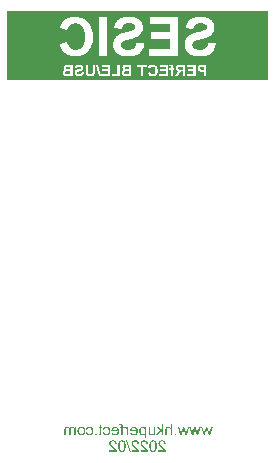
<source format=gbo>
G04*
G04 #@! TF.GenerationSoftware,Altium Limited,Altium Designer,20.2.6 (244)*
G04*
G04 Layer_Color=32896*
%FSLAX25Y25*%
%MOIN*%
G70*
G04*
G04 #@! TF.SameCoordinates,311AA1CE-0284-405A-9FC1-4CD4DC225AB5*
G04*
G04*
G04 #@! TF.FilePolarity,Positive*
G04*
G01*
G75*
G36*
X44000Y-85000D02*
X43875D01*
Y-91000D01*
X-42875D01*
Y-85000D01*
X-43154D01*
Y-68053D01*
X44000D01*
Y-85000D01*
D02*
G37*
G36*
X12074Y-209436D02*
X11603D01*
Y-207918D01*
Y-207857D01*
X11600Y-207802D01*
X11595Y-207749D01*
X11592Y-207699D01*
X11584Y-207655D01*
X11578Y-207614D01*
X11572Y-207575D01*
X11564Y-207539D01*
X11556Y-207508D01*
X11550Y-207481D01*
X11542Y-207458D01*
X11536Y-207439D01*
X11534Y-207425D01*
X11528Y-207414D01*
X11525Y-207409D01*
Y-207406D01*
X11492Y-207339D01*
X11451Y-207281D01*
X11409Y-207231D01*
X11365Y-207190D01*
X11326Y-207157D01*
X11295Y-207132D01*
X11282Y-207123D01*
X11273Y-207118D01*
X11268Y-207112D01*
X11265D01*
X11196Y-207076D01*
X11124Y-207049D01*
X11057Y-207029D01*
X10996Y-207015D01*
X10969Y-207010D01*
X10946Y-207007D01*
X10924Y-207004D01*
X10905D01*
X10888Y-207001D01*
X10869D01*
X10819Y-207004D01*
X10769Y-207010D01*
X10725Y-207015D01*
X10683Y-207026D01*
X10644Y-207040D01*
X10609Y-207054D01*
X10578Y-207068D01*
X10548Y-207082D01*
X10523Y-207098D01*
X10500Y-207112D01*
X10481Y-207126D01*
X10464Y-207140D01*
X10453Y-207151D01*
X10445Y-207157D01*
X10440Y-207162D01*
X10437Y-207165D01*
X10409Y-207198D01*
X10384Y-207234D01*
X10365Y-207273D01*
X10348Y-207312D01*
X10320Y-207398D01*
X10301Y-207481D01*
X10295Y-207520D01*
X10290Y-207558D01*
X10287Y-207592D01*
X10284Y-207619D01*
X10282Y-207644D01*
Y-207661D01*
Y-207675D01*
Y-207677D01*
Y-209436D01*
X9811D01*
Y-207677D01*
Y-207603D01*
X9816Y-207533D01*
X9819Y-207470D01*
X9827Y-207409D01*
X9833Y-207353D01*
X9841Y-207301D01*
X9852Y-207256D01*
X9861Y-207215D01*
X9869Y-207179D01*
X9880Y-207146D01*
X9888Y-207118D01*
X9894Y-207096D01*
X9902Y-207079D01*
X9905Y-207068D01*
X9910Y-207060D01*
Y-207057D01*
X9930Y-207018D01*
X9952Y-206979D01*
X10002Y-206913D01*
X10057Y-206855D01*
X10110Y-206808D01*
X10160Y-206769D01*
X10182Y-206755D01*
X10199Y-206741D01*
X10215Y-206733D01*
X10226Y-206725D01*
X10234Y-206719D01*
X10237D01*
X10282Y-206697D01*
X10326Y-206677D01*
X10417Y-206650D01*
X10506Y-206627D01*
X10589Y-206611D01*
X10628Y-206608D01*
X10664Y-206603D01*
X10694Y-206600D01*
X10719D01*
X10741Y-206597D01*
X10772D01*
X10863Y-206603D01*
X10952Y-206614D01*
X11035Y-206633D01*
X11113Y-206658D01*
X11187Y-206686D01*
X11254Y-206719D01*
X11318Y-206752D01*
X11376Y-206788D01*
X11426Y-206824D01*
X11473Y-206857D01*
X11512Y-206891D01*
X11545Y-206918D01*
X11570Y-206943D01*
X11589Y-206963D01*
X11600Y-206974D01*
X11603Y-206979D01*
Y-205603D01*
X12074D01*
Y-209436D01*
D02*
G37*
G36*
X-21238Y-206603D02*
X-21144Y-206616D01*
X-21100Y-206625D01*
X-21058Y-206636D01*
X-21022Y-206647D01*
X-20986Y-206658D01*
X-20956Y-206672D01*
X-20925Y-206683D01*
X-20900Y-206694D01*
X-20881Y-206702D01*
X-20864Y-206711D01*
X-20853Y-206716D01*
X-20845Y-206719D01*
X-20842Y-206722D01*
X-20764Y-206772D01*
X-20698Y-206827D01*
X-20637Y-206880D01*
X-20587Y-206932D01*
X-20549Y-206979D01*
X-20532Y-206999D01*
X-20521Y-207018D01*
X-20510Y-207032D01*
X-20501Y-207043D01*
X-20499Y-207049D01*
X-20496Y-207051D01*
Y-206658D01*
X-20075D01*
Y-209436D01*
X-20546D01*
Y-207996D01*
Y-207927D01*
X-20549Y-207863D01*
X-20554Y-207802D01*
X-20557Y-207747D01*
X-20562Y-207694D01*
X-20571Y-207647D01*
X-20576Y-207603D01*
X-20584Y-207564D01*
X-20590Y-207531D01*
X-20596Y-207500D01*
X-20604Y-207475D01*
X-20609Y-207453D01*
X-20615Y-207439D01*
X-20618Y-207425D01*
X-20620Y-207420D01*
Y-207417D01*
X-20654Y-207345D01*
X-20693Y-207284D01*
X-20731Y-207231D01*
X-20773Y-207187D01*
X-20809Y-207154D01*
X-20839Y-207129D01*
X-20850Y-207121D01*
X-20859Y-207115D01*
X-20864Y-207109D01*
X-20867D01*
X-20931Y-207073D01*
X-20994Y-207049D01*
X-21058Y-207029D01*
X-21114Y-207018D01*
X-21161Y-207010D01*
X-21183Y-207007D01*
X-21199D01*
X-21213Y-207004D01*
X-21233D01*
X-21280Y-207007D01*
X-21324Y-207010D01*
X-21366Y-207018D01*
X-21402Y-207029D01*
X-21438Y-207040D01*
X-21468Y-207054D01*
X-21496Y-207068D01*
X-21521Y-207082D01*
X-21540Y-207099D01*
X-21560Y-207112D01*
X-21576Y-207126D01*
X-21587Y-207137D01*
X-21598Y-207148D01*
X-21604Y-207157D01*
X-21609Y-207159D01*
Y-207162D01*
X-21629Y-207193D01*
X-21648Y-207229D01*
X-21676Y-207303D01*
X-21698Y-207381D01*
X-21712Y-207456D01*
X-21717Y-207492D01*
X-21720Y-207525D01*
X-21723Y-207556D01*
Y-207580D01*
X-21726Y-207603D01*
Y-207619D01*
Y-207630D01*
Y-207633D01*
Y-209436D01*
X-22197D01*
Y-207824D01*
X-22199Y-207747D01*
X-22205Y-207675D01*
X-22213Y-207608D01*
X-22227Y-207544D01*
X-22241Y-207489D01*
X-22258Y-207439D01*
X-22277Y-207392D01*
X-22294Y-207350D01*
X-22313Y-207314D01*
X-22330Y-207284D01*
X-22346Y-207259D01*
X-22360Y-207237D01*
X-22374Y-207220D01*
X-22382Y-207209D01*
X-22388Y-207204D01*
X-22390Y-207201D01*
X-22429Y-207165D01*
X-22468Y-207137D01*
X-22507Y-207109D01*
X-22548Y-207087D01*
X-22590Y-207068D01*
X-22629Y-207051D01*
X-22668Y-207040D01*
X-22706Y-207029D01*
X-22739Y-207021D01*
X-22773Y-207015D01*
X-22803Y-207010D01*
X-22828Y-207007D01*
X-22848Y-207004D01*
X-22875D01*
X-22933Y-207007D01*
X-22989Y-207015D01*
X-23036Y-207029D01*
X-23077Y-207043D01*
X-23111Y-207057D01*
X-23136Y-207071D01*
X-23152Y-207079D01*
X-23158Y-207082D01*
X-23199Y-207112D01*
X-23235Y-207146D01*
X-23263Y-207179D01*
X-23288Y-207209D01*
X-23305Y-207237D01*
X-23316Y-207262D01*
X-23321Y-207276D01*
X-23324Y-207278D01*
Y-207281D01*
X-23332Y-207306D01*
X-23341Y-207334D01*
X-23352Y-207398D01*
X-23360Y-207464D01*
X-23366Y-207531D01*
X-23368Y-207592D01*
X-23371Y-207619D01*
Y-207641D01*
Y-207661D01*
Y-207675D01*
Y-207686D01*
Y-207688D01*
Y-209436D01*
X-23842D01*
Y-207531D01*
X-23839Y-207445D01*
X-23834Y-207364D01*
X-23823Y-207290D01*
X-23806Y-207220D01*
X-23789Y-207157D01*
X-23770Y-207099D01*
X-23751Y-207049D01*
X-23731Y-207001D01*
X-23709Y-206960D01*
X-23690Y-206924D01*
X-23670Y-206893D01*
X-23654Y-206871D01*
X-23640Y-206852D01*
X-23629Y-206838D01*
X-23620Y-206830D01*
X-23618Y-206827D01*
X-23573Y-206785D01*
X-23526Y-206752D01*
X-23476Y-206719D01*
X-23426Y-206694D01*
X-23371Y-206672D01*
X-23318Y-206652D01*
X-23269Y-206639D01*
X-23219Y-206625D01*
X-23169Y-206616D01*
X-23125Y-206608D01*
X-23086Y-206605D01*
X-23053Y-206600D01*
X-23022D01*
X-23003Y-206597D01*
X-22933D01*
X-22886Y-206603D01*
X-22795Y-206619D01*
X-22706Y-206641D01*
X-22626Y-206672D01*
X-22548Y-206711D01*
X-22479Y-206752D01*
X-22413Y-206797D01*
X-22354Y-206841D01*
X-22302Y-206885D01*
X-22255Y-206929D01*
X-22216Y-206971D01*
X-22183Y-207007D01*
X-22155Y-207040D01*
X-22139Y-207062D01*
X-22125Y-207079D01*
X-22122Y-207082D01*
Y-207085D01*
X-22086Y-207004D01*
X-22044Y-206932D01*
X-22000Y-206871D01*
X-21953Y-206819D01*
X-21911Y-206780D01*
X-21892Y-206763D01*
X-21878Y-206749D01*
X-21864Y-206741D01*
X-21853Y-206733D01*
X-21848Y-206730D01*
X-21845Y-206727D01*
X-21806Y-206705D01*
X-21767Y-206683D01*
X-21681Y-206652D01*
X-21598Y-206628D01*
X-21518Y-206614D01*
X-21482Y-206608D01*
X-21446Y-206603D01*
X-21416Y-206600D01*
X-21391D01*
X-21368Y-206597D01*
X-21288D01*
X-21238Y-206603D01*
D02*
G37*
G36*
X9093Y-209436D02*
X8622D01*
Y-208337D01*
X8293Y-208015D01*
X7373Y-209436D01*
X6791D01*
X7960Y-207691D01*
X6899Y-206658D01*
X7509D01*
X8622Y-207791D01*
Y-205603D01*
X9093D01*
Y-209436D01*
D02*
G37*
G36*
X24652D02*
X24165D01*
X23597Y-207301D01*
X23486Y-207774D01*
X23046Y-209436D01*
X22558D01*
X21689Y-206658D01*
X22145D01*
X22625Y-208267D01*
X22783Y-208802D01*
X22918Y-208270D01*
X23337Y-206658D01*
X23819D01*
X24262Y-208287D01*
X24273Y-208334D01*
X24287Y-208381D01*
X24306Y-208464D01*
X24326Y-208536D01*
X24342Y-208600D01*
X24356Y-208655D01*
X24367Y-208699D01*
X24378Y-208738D01*
X24386Y-208771D01*
X24392Y-208797D01*
X24397Y-208819D01*
X24403Y-208833D01*
X24406Y-208843D01*
Y-208852D01*
X24409Y-208857D01*
Y-208860D01*
X24569Y-208265D01*
X25012Y-206658D01*
X25500D01*
X24652Y-209436D01*
D02*
G37*
G36*
X20786D02*
X20298D01*
X19730Y-207301D01*
X19619Y-207774D01*
X19179Y-209436D01*
X18691D01*
X17822Y-206658D01*
X18279D01*
X18758Y-208267D01*
X18916Y-208802D01*
X19051Y-208270D01*
X19470Y-206658D01*
X19952D01*
X20395Y-208287D01*
X20406Y-208334D01*
X20420Y-208381D01*
X20439Y-208464D01*
X20459Y-208536D01*
X20475Y-208600D01*
X20489Y-208655D01*
X20500Y-208699D01*
X20511Y-208738D01*
X20519Y-208771D01*
X20525Y-208797D01*
X20531Y-208819D01*
X20536Y-208833D01*
X20539Y-208843D01*
Y-208852D01*
X20542Y-208857D01*
Y-208860D01*
X20702Y-208265D01*
X21146Y-206658D01*
X21633D01*
X20786Y-209436D01*
D02*
G37*
G36*
X16918D02*
X16431D01*
X15863Y-207301D01*
X15752Y-207774D01*
X15312Y-209436D01*
X14824D01*
X13955Y-206658D01*
X14412D01*
X14891Y-208267D01*
X15049Y-208802D01*
X15184Y-208270D01*
X15603Y-206658D01*
X16085D01*
X16528Y-208287D01*
X16539Y-208334D01*
X16553Y-208381D01*
X16572Y-208464D01*
X16592Y-208536D01*
X16608Y-208600D01*
X16622Y-208655D01*
X16633Y-208699D01*
X16644Y-208738D01*
X16653Y-208771D01*
X16658Y-208797D01*
X16664Y-208819D01*
X16669Y-208833D01*
X16672Y-208843D01*
Y-208852D01*
X16675Y-208857D01*
Y-208860D01*
X16835Y-208265D01*
X17279Y-206658D01*
X17766D01*
X16918Y-209436D01*
D02*
G37*
G36*
X-11532Y-205971D02*
Y-206658D01*
X-11183D01*
Y-207024D01*
X-11532D01*
Y-208625D01*
Y-208699D01*
X-11535Y-208771D01*
X-11538Y-208833D01*
X-11540Y-208891D01*
X-11546Y-208941D01*
X-11549Y-208988D01*
X-11554Y-209026D01*
X-11560Y-209062D01*
X-11565Y-209093D01*
X-11571Y-209118D01*
X-11574Y-209137D01*
X-11579Y-209154D01*
X-11582Y-209168D01*
X-11585Y-209176D01*
X-11587Y-209179D01*
Y-209181D01*
X-11613Y-209229D01*
X-11643Y-209270D01*
X-11676Y-209306D01*
X-11709Y-209337D01*
X-11740Y-209359D01*
X-11765Y-209378D01*
X-11781Y-209389D01*
X-11784Y-209392D01*
X-11787D01*
X-11845Y-209420D01*
X-11909Y-209439D01*
X-11975Y-209453D01*
X-12039Y-209461D01*
X-12094Y-209467D01*
X-12119Y-209470D01*
X-12141Y-209472D01*
X-12183D01*
X-12244Y-209470D01*
X-12305Y-209467D01*
X-12366Y-209458D01*
X-12421Y-209450D01*
X-12468Y-209445D01*
X-12491Y-209439D01*
X-12507Y-209436D01*
X-12521Y-209434D01*
X-12532D01*
X-12538Y-209431D01*
X-12540D01*
X-12471Y-209015D01*
X-12427Y-209021D01*
X-12385Y-209024D01*
X-12349Y-209029D01*
X-12322D01*
X-12297Y-209032D01*
X-12266D01*
X-12230Y-209029D01*
X-12197Y-209026D01*
X-12169Y-209021D01*
X-12147Y-209015D01*
X-12128Y-209010D01*
X-12117Y-209004D01*
X-12108Y-208999D01*
X-12105D01*
X-12086Y-208985D01*
X-12070Y-208971D01*
X-12045Y-208941D01*
X-12036Y-208927D01*
X-12031Y-208916D01*
X-12025Y-208910D01*
Y-208907D01*
X-12022Y-208893D01*
X-12017Y-208880D01*
X-12011Y-208844D01*
X-12009Y-208799D01*
X-12006Y-208758D01*
X-12003Y-208716D01*
Y-208683D01*
Y-208669D01*
Y-208658D01*
Y-208652D01*
Y-208650D01*
Y-207024D01*
X-12471D01*
Y-206658D01*
X-12003D01*
Y-205689D01*
X-11532Y-205971D01*
D02*
G37*
G36*
X6426Y-208381D02*
Y-208436D01*
Y-208486D01*
X6423Y-208533D01*
X6420Y-208575D01*
Y-208614D01*
X6418Y-208650D01*
X6415Y-208683D01*
X6412Y-208711D01*
X6409Y-208738D01*
X6406Y-208758D01*
X6404Y-208777D01*
Y-208791D01*
X6401Y-208805D01*
X6398Y-208813D01*
Y-208816D01*
Y-208819D01*
X6379Y-208893D01*
X6359Y-208960D01*
X6334Y-209021D01*
X6309Y-209073D01*
X6287Y-209115D01*
X6279Y-209132D01*
X6271Y-209145D01*
X6262Y-209157D01*
X6260Y-209165D01*
X6254Y-209168D01*
Y-209170D01*
X6210Y-209220D01*
X6163Y-209267D01*
X6110Y-209306D01*
X6057Y-209342D01*
X6010Y-209370D01*
X5991Y-209381D01*
X5974Y-209389D01*
X5958Y-209395D01*
X5947Y-209400D01*
X5941Y-209406D01*
X5938D01*
X5858Y-209436D01*
X5778Y-209458D01*
X5700Y-209475D01*
X5628Y-209486D01*
X5598Y-209489D01*
X5567Y-209492D01*
X5542Y-209494D01*
X5520D01*
X5503Y-209497D01*
X5478D01*
X5376Y-209492D01*
X5282Y-209478D01*
X5190Y-209453D01*
X5105Y-209425D01*
X5027Y-209389D01*
X4955Y-209348D01*
X4888Y-209306D01*
X4830Y-209262D01*
X4775Y-209220D01*
X4730Y-209176D01*
X4689Y-209137D01*
X4656Y-209101D01*
X4631Y-209073D01*
X4611Y-209049D01*
X4600Y-209035D01*
X4598Y-209029D01*
Y-209436D01*
X4177D01*
Y-206658D01*
X4647D01*
Y-208148D01*
Y-208212D01*
X4650Y-208273D01*
X4656Y-208331D01*
X4659Y-208384D01*
X4664Y-208431D01*
X4672Y-208475D01*
X4678Y-208517D01*
X4686Y-208553D01*
X4694Y-208586D01*
X4700Y-208614D01*
X4706Y-208636D01*
X4714Y-208655D01*
X4717Y-208672D01*
X4722Y-208683D01*
X4725Y-208688D01*
Y-208691D01*
X4758Y-208758D01*
X4800Y-208816D01*
X4841Y-208866D01*
X4886Y-208907D01*
X4924Y-208941D01*
X4958Y-208965D01*
X4972Y-208974D01*
X4980Y-208979D01*
X4985Y-208985D01*
X4988D01*
X5057Y-209021D01*
X5129Y-209049D01*
X5196Y-209065D01*
X5257Y-209079D01*
X5282Y-209085D01*
X5307Y-209087D01*
X5329Y-209090D01*
X5348D01*
X5365Y-209093D01*
X5384D01*
X5459Y-209087D01*
X5528Y-209076D01*
X5589Y-209060D01*
X5639Y-209040D01*
X5683Y-209021D01*
X5700Y-209013D01*
X5714Y-209004D01*
X5725Y-208996D01*
X5733Y-208993D01*
X5736Y-208988D01*
X5739D01*
X5789Y-208946D01*
X5830Y-208899D01*
X5861Y-208849D01*
X5886Y-208802D01*
X5905Y-208760D01*
X5913Y-208744D01*
X5919Y-208727D01*
X5922Y-208713D01*
X5924Y-208705D01*
X5927Y-208699D01*
Y-208697D01*
X5933Y-208669D01*
X5935Y-208639D01*
X5941Y-208603D01*
X5944Y-208566D01*
X5949Y-208483D01*
X5952Y-208400D01*
Y-208362D01*
Y-208323D01*
X5955Y-208290D01*
Y-208259D01*
Y-208237D01*
Y-208218D01*
Y-208204D01*
Y-208201D01*
Y-206658D01*
X6426D01*
Y-208381D01*
D02*
G37*
G36*
X-574Y-206603D02*
X-474Y-206614D01*
X-380Y-206633D01*
X-289Y-206658D01*
X-206Y-206686D01*
X-131Y-206719D01*
X-59Y-206755D01*
X5Y-206791D01*
X63Y-206827D01*
X113Y-206863D01*
X155Y-206893D01*
X190Y-206924D01*
X221Y-206949D01*
X240Y-206968D01*
X251Y-206979D01*
X257Y-206985D01*
X321Y-207060D01*
X376Y-207143D01*
X423Y-207229D01*
X465Y-207317D01*
X501Y-207409D01*
X528Y-207500D01*
X553Y-207589D01*
X573Y-207672D01*
X587Y-207755D01*
X598Y-207830D01*
X606Y-207896D01*
X612Y-207954D01*
X614Y-207982D01*
Y-208004D01*
Y-208024D01*
X617Y-208040D01*
Y-208054D01*
Y-208062D01*
Y-208068D01*
Y-208071D01*
X614Y-208195D01*
X600Y-208312D01*
X584Y-208420D01*
X562Y-208522D01*
X534Y-208616D01*
X503Y-208702D01*
X473Y-208780D01*
X440Y-208852D01*
X407Y-208916D01*
X373Y-208968D01*
X346Y-209015D01*
X318Y-209054D01*
X296Y-209085D01*
X276Y-209107D01*
X265Y-209118D01*
X262Y-209123D01*
X193Y-209190D01*
X118Y-209248D01*
X41Y-209298D01*
X-39Y-209339D01*
X-120Y-209375D01*
X-200Y-209406D01*
X-280Y-209431D01*
X-355Y-209450D01*
X-427Y-209467D01*
X-494Y-209478D01*
X-552Y-209486D01*
X-605Y-209492D01*
X-646Y-209494D01*
X-663D01*
X-677Y-209497D01*
X-704D01*
X-793Y-209494D01*
X-879Y-209486D01*
X-959Y-209475D01*
X-1034Y-209461D01*
X-1103Y-209442D01*
X-1170Y-209422D01*
X-1228Y-209400D01*
X-1283Y-209378D01*
X-1333Y-209359D01*
X-1374Y-209337D01*
X-1413Y-209317D01*
X-1444Y-209298D01*
X-1469Y-209284D01*
X-1485Y-209273D01*
X-1496Y-209265D01*
X-1499Y-209262D01*
X-1555Y-209215D01*
X-1607Y-209165D01*
X-1654Y-209112D01*
X-1696Y-209060D01*
X-1735Y-209004D01*
X-1771Y-208949D01*
X-1801Y-208893D01*
X-1829Y-208843D01*
X-1854Y-208794D01*
X-1873Y-208747D01*
X-1890Y-208705D01*
X-1904Y-208669D01*
X-1912Y-208641D01*
X-1920Y-208619D01*
X-1926Y-208605D01*
Y-208600D01*
X-1441Y-208536D01*
X-1419Y-208592D01*
X-1397Y-208641D01*
X-1374Y-208688D01*
X-1350Y-208733D01*
X-1325Y-208771D01*
X-1302Y-208807D01*
X-1278Y-208838D01*
X-1255Y-208869D01*
X-1233Y-208893D01*
X-1214Y-208916D01*
X-1197Y-208932D01*
X-1181Y-208949D01*
X-1167Y-208960D01*
X-1158Y-208968D01*
X-1153Y-208971D01*
X-1150Y-208974D01*
X-1114Y-208999D01*
X-1078Y-209018D01*
X-1042Y-209037D01*
X-1003Y-209051D01*
X-929Y-209076D01*
X-859Y-209093D01*
X-829Y-209098D01*
X-798Y-209101D01*
X-773Y-209104D01*
X-751Y-209107D01*
X-732Y-209109D01*
X-707D01*
X-643Y-209107D01*
X-582Y-209098D01*
X-524Y-209087D01*
X-469Y-209071D01*
X-416Y-209054D01*
X-369Y-209032D01*
X-325Y-209013D01*
X-286Y-208988D01*
X-250Y-208965D01*
X-217Y-208943D01*
X-189Y-208924D01*
X-167Y-208907D01*
X-150Y-208891D01*
X-136Y-208880D01*
X-128Y-208871D01*
X-125Y-208869D01*
X-84Y-208821D01*
X-48Y-208769D01*
X-14Y-208713D01*
X13Y-208655D01*
X38Y-208597D01*
X58Y-208539D01*
X77Y-208483D01*
X91Y-208425D01*
X102Y-208373D01*
X113Y-208326D01*
X118Y-208281D01*
X124Y-208243D01*
X130Y-208212D01*
Y-208187D01*
X132Y-208173D01*
Y-208168D01*
X-1940D01*
Y-208137D01*
X-1942Y-208112D01*
Y-208093D01*
Y-208073D01*
Y-208060D01*
Y-208051D01*
Y-208046D01*
Y-208043D01*
X-1940Y-207918D01*
X-1929Y-207799D01*
X-1909Y-207688D01*
X-1887Y-207586D01*
X-1859Y-207492D01*
X-1832Y-207403D01*
X-1798Y-207323D01*
X-1765Y-207251D01*
X-1732Y-207187D01*
X-1701Y-207132D01*
X-1671Y-207085D01*
X-1643Y-207046D01*
X-1621Y-207015D01*
X-1604Y-206993D01*
X-1591Y-206982D01*
X-1588Y-206977D01*
X-1519Y-206910D01*
X-1447Y-206852D01*
X-1374Y-206799D01*
X-1297Y-206758D01*
X-1222Y-206719D01*
X-1145Y-206688D01*
X-1073Y-206663D01*
X-1001Y-206644D01*
X-934Y-206627D01*
X-873Y-206616D01*
X-821Y-206608D01*
X-771Y-206603D01*
X-732Y-206600D01*
X-704Y-206597D01*
X-679D01*
X-574Y-206603D01*
D02*
G37*
G36*
X-6823Y-206603D02*
X-6723Y-206614D01*
X-6629Y-206633D01*
X-6538Y-206658D01*
X-6455Y-206686D01*
X-6380Y-206719D01*
X-6308Y-206755D01*
X-6244Y-206791D01*
X-6186Y-206827D01*
X-6136Y-206863D01*
X-6095Y-206893D01*
X-6059Y-206924D01*
X-6028Y-206949D01*
X-6009Y-206968D01*
X-5998Y-206979D01*
X-5992Y-206985D01*
X-5928Y-207060D01*
X-5873Y-207143D01*
X-5826Y-207229D01*
X-5784Y-207317D01*
X-5748Y-207409D01*
X-5721Y-207500D01*
X-5696Y-207589D01*
X-5676Y-207672D01*
X-5663Y-207755D01*
X-5651Y-207830D01*
X-5643Y-207896D01*
X-5638Y-207954D01*
X-5635Y-207982D01*
Y-208004D01*
Y-208024D01*
X-5632Y-208040D01*
Y-208054D01*
Y-208062D01*
Y-208068D01*
Y-208071D01*
X-5635Y-208195D01*
X-5649Y-208312D01*
X-5665Y-208420D01*
X-5687Y-208522D01*
X-5715Y-208616D01*
X-5746Y-208702D01*
X-5776Y-208780D01*
X-5809Y-208852D01*
X-5843Y-208916D01*
X-5876Y-208968D01*
X-5903Y-209015D01*
X-5931Y-209054D01*
X-5953Y-209085D01*
X-5973Y-209107D01*
X-5984Y-209118D01*
X-5987Y-209123D01*
X-6056Y-209190D01*
X-6131Y-209248D01*
X-6208Y-209298D01*
X-6289Y-209339D01*
X-6369Y-209375D01*
X-6449Y-209406D01*
X-6530Y-209431D01*
X-6604Y-209450D01*
X-6676Y-209467D01*
X-6743Y-209478D01*
X-6801Y-209486D01*
X-6854Y-209492D01*
X-6895Y-209494D01*
X-6912D01*
X-6926Y-209497D01*
X-6953D01*
X-7042Y-209494D01*
X-7128Y-209486D01*
X-7208Y-209475D01*
X-7283Y-209461D01*
X-7352Y-209442D01*
X-7419Y-209422D01*
X-7477Y-209400D01*
X-7532Y-209378D01*
X-7582Y-209359D01*
X-7624Y-209337D01*
X-7662Y-209317D01*
X-7693Y-209298D01*
X-7718Y-209284D01*
X-7734Y-209273D01*
X-7745Y-209265D01*
X-7748Y-209262D01*
X-7804Y-209215D01*
X-7856Y-209165D01*
X-7903Y-209112D01*
X-7945Y-209060D01*
X-7984Y-209004D01*
X-8020Y-208949D01*
X-8050Y-208893D01*
X-8078Y-208844D01*
X-8103Y-208794D01*
X-8122Y-208747D01*
X-8139Y-208705D01*
X-8153Y-208669D01*
X-8161Y-208641D01*
X-8169Y-208619D01*
X-8175Y-208605D01*
Y-208600D01*
X-7690Y-208536D01*
X-7668Y-208592D01*
X-7646Y-208641D01*
X-7624Y-208688D01*
X-7599Y-208733D01*
X-7574Y-208771D01*
X-7552Y-208807D01*
X-7527Y-208838D01*
X-7505Y-208869D01*
X-7482Y-208893D01*
X-7463Y-208916D01*
X-7446Y-208932D01*
X-7430Y-208949D01*
X-7416Y-208960D01*
X-7408Y-208968D01*
X-7402Y-208971D01*
X-7399Y-208974D01*
X-7363Y-208999D01*
X-7327Y-209018D01*
X-7291Y-209037D01*
X-7253Y-209051D01*
X-7178Y-209076D01*
X-7108Y-209093D01*
X-7078Y-209098D01*
X-7047Y-209101D01*
X-7023Y-209104D01*
X-7000Y-209107D01*
X-6981Y-209109D01*
X-6956D01*
X-6892Y-209107D01*
X-6831Y-209098D01*
X-6773Y-209087D01*
X-6718Y-209071D01*
X-6665Y-209054D01*
X-6618Y-209032D01*
X-6574Y-209013D01*
X-6535Y-208988D01*
X-6499Y-208965D01*
X-6466Y-208943D01*
X-6438Y-208924D01*
X-6416Y-208907D01*
X-6399Y-208891D01*
X-6385Y-208880D01*
X-6377Y-208871D01*
X-6374Y-208869D01*
X-6333Y-208821D01*
X-6297Y-208769D01*
X-6264Y-208713D01*
X-6236Y-208655D01*
X-6211Y-208597D01*
X-6192Y-208539D01*
X-6172Y-208483D01*
X-6158Y-208425D01*
X-6147Y-208373D01*
X-6136Y-208326D01*
X-6131Y-208281D01*
X-6125Y-208243D01*
X-6120Y-208212D01*
Y-208187D01*
X-6117Y-208173D01*
Y-208168D01*
X-8189D01*
Y-208137D01*
X-8191Y-208112D01*
Y-208093D01*
Y-208073D01*
Y-208060D01*
Y-208051D01*
Y-208046D01*
Y-208043D01*
X-8189Y-207918D01*
X-8178Y-207799D01*
X-8158Y-207688D01*
X-8136Y-207586D01*
X-8108Y-207492D01*
X-8081Y-207403D01*
X-8048Y-207323D01*
X-8014Y-207251D01*
X-7981Y-207187D01*
X-7950Y-207132D01*
X-7920Y-207085D01*
X-7892Y-207046D01*
X-7870Y-207015D01*
X-7854Y-206993D01*
X-7840Y-206982D01*
X-7837Y-206977D01*
X-7768Y-206910D01*
X-7696Y-206852D01*
X-7624Y-206799D01*
X-7546Y-206758D01*
X-7471Y-206719D01*
X-7394Y-206688D01*
X-7322Y-206664D01*
X-7250Y-206644D01*
X-7183Y-206628D01*
X-7122Y-206616D01*
X-7070Y-206608D01*
X-7020Y-206603D01*
X-6981Y-206600D01*
X-6953Y-206597D01*
X-6928D01*
X-6823Y-206603D01*
D02*
G37*
G36*
X-9820Y-206600D02*
X-9757Y-206605D01*
X-9693Y-206614D01*
X-9632Y-206622D01*
X-9574Y-206636D01*
X-9521Y-206650D01*
X-9469Y-206666D01*
X-9421Y-206680D01*
X-9380Y-206697D01*
X-9341Y-206713D01*
X-9305Y-206727D01*
X-9277Y-206738D01*
X-9255Y-206749D01*
X-9239Y-206758D01*
X-9228Y-206763D01*
X-9225Y-206766D01*
X-9169Y-206799D01*
X-9117Y-206835D01*
X-9070Y-206877D01*
X-9025Y-206916D01*
X-8984Y-206957D01*
X-8948Y-207001D01*
X-8914Y-207043D01*
X-8884Y-207082D01*
X-8856Y-207121D01*
X-8834Y-207157D01*
X-8815Y-207190D01*
X-8798Y-207218D01*
X-8787Y-207240D01*
X-8779Y-207259D01*
X-8773Y-207270D01*
X-8770Y-207273D01*
X-8745Y-207337D01*
X-8723Y-207403D01*
X-8701Y-207470D01*
X-8685Y-207539D01*
X-8660Y-207669D01*
X-8649Y-207733D01*
X-8643Y-207794D01*
X-8635Y-207849D01*
X-8632Y-207899D01*
X-8629Y-207946D01*
X-8626Y-207985D01*
X-8624Y-208015D01*
Y-208040D01*
Y-208054D01*
Y-208060D01*
X-8626Y-208187D01*
X-8637Y-208306D01*
X-8657Y-208417D01*
X-8679Y-208520D01*
X-8704Y-208614D01*
X-8734Y-208702D01*
X-8765Y-208783D01*
X-8798Y-208855D01*
X-8829Y-208916D01*
X-8859Y-208971D01*
X-8890Y-209018D01*
X-8917Y-209057D01*
X-8937Y-209087D01*
X-8956Y-209109D01*
X-8967Y-209121D01*
X-8970Y-209126D01*
X-9036Y-209193D01*
X-9108Y-209248D01*
X-9183Y-209298D01*
X-9258Y-209339D01*
X-9336Y-209375D01*
X-9410Y-209406D01*
X-9485Y-209431D01*
X-9557Y-209450D01*
X-9624Y-209467D01*
X-9687Y-209478D01*
X-9743Y-209486D01*
X-9790Y-209492D01*
X-9829Y-209494D01*
X-9859Y-209497D01*
X-9884D01*
X-9967Y-209494D01*
X-10047Y-209486D01*
X-10125Y-209472D01*
X-10197Y-209456D01*
X-10264Y-209434D01*
X-10327Y-209411D01*
X-10385Y-209389D01*
X-10438Y-209362D01*
X-10488Y-209337D01*
X-10529Y-209314D01*
X-10565Y-209290D01*
X-10596Y-209270D01*
X-10621Y-209254D01*
X-10637Y-209240D01*
X-10649Y-209231D01*
X-10651Y-209229D01*
X-10707Y-209176D01*
X-10759Y-209121D01*
X-10804Y-209060D01*
X-10845Y-208999D01*
X-10881Y-208935D01*
X-10912Y-208874D01*
X-10939Y-208813D01*
X-10964Y-208755D01*
X-10984Y-208697D01*
X-11000Y-208647D01*
X-11014Y-208600D01*
X-11025Y-208561D01*
X-11033Y-208528D01*
X-11039Y-208503D01*
X-11042Y-208486D01*
Y-208481D01*
X-10579Y-208417D01*
X-10568Y-208481D01*
X-10554Y-208542D01*
X-10541Y-208597D01*
X-10521Y-208647D01*
X-10502Y-208697D01*
X-10482Y-208738D01*
X-10463Y-208777D01*
X-10443Y-208810D01*
X-10424Y-208841D01*
X-10405Y-208869D01*
X-10388Y-208891D01*
X-10374Y-208907D01*
X-10360Y-208921D01*
X-10352Y-208932D01*
X-10347Y-208938D01*
X-10344Y-208941D01*
X-10308Y-208971D01*
X-10272Y-208996D01*
X-10233Y-209018D01*
X-10194Y-209037D01*
X-10155Y-209054D01*
X-10117Y-209068D01*
X-10042Y-209087D01*
X-10009Y-209096D01*
X-9978Y-209101D01*
X-9950Y-209104D01*
X-9928Y-209107D01*
X-9909Y-209109D01*
X-9881D01*
X-9817Y-209107D01*
X-9757Y-209098D01*
X-9701Y-209087D01*
X-9648Y-209071D01*
X-9599Y-209051D01*
X-9552Y-209029D01*
X-9510Y-209007D01*
X-9471Y-208982D01*
X-9438Y-208960D01*
X-9408Y-208938D01*
X-9383Y-208916D01*
X-9360Y-208896D01*
X-9344Y-208880D01*
X-9333Y-208869D01*
X-9324Y-208860D01*
X-9322Y-208857D01*
X-9283Y-208807D01*
X-9252Y-208749D01*
X-9222Y-208688D01*
X-9200Y-208625D01*
X-9178Y-208558D01*
X-9161Y-208489D01*
X-9147Y-208422D01*
X-9136Y-208356D01*
X-9125Y-208295D01*
X-9120Y-208237D01*
X-9114Y-208184D01*
X-9111Y-208137D01*
Y-208098D01*
X-9108Y-208071D01*
Y-208060D01*
Y-208051D01*
Y-208049D01*
Y-208046D01*
X-9111Y-207946D01*
X-9117Y-207852D01*
X-9128Y-207766D01*
X-9144Y-207688D01*
X-9161Y-207614D01*
X-9178Y-207547D01*
X-9200Y-207489D01*
X-9219Y-207436D01*
X-9239Y-207389D01*
X-9261Y-207350D01*
X-9277Y-207314D01*
X-9297Y-207287D01*
X-9311Y-207267D01*
X-9322Y-207251D01*
X-9327Y-207242D01*
X-9330Y-207240D01*
X-9374Y-207195D01*
X-9419Y-207157D01*
X-9466Y-207121D01*
X-9513Y-207093D01*
X-9563Y-207068D01*
X-9610Y-207046D01*
X-9657Y-207029D01*
X-9701Y-207015D01*
X-9743Y-207007D01*
X-9781Y-206999D01*
X-9817Y-206993D01*
X-9848Y-206988D01*
X-9873D01*
X-9889Y-206985D01*
X-9906D01*
X-9950Y-206988D01*
X-9992Y-206990D01*
X-10070Y-207007D01*
X-10136Y-207029D01*
X-10194Y-207054D01*
X-10222Y-207068D01*
X-10244Y-207082D01*
X-10264Y-207093D01*
X-10277Y-207104D01*
X-10291Y-207112D01*
X-10300Y-207121D01*
X-10305Y-207123D01*
X-10308Y-207126D01*
X-10338Y-207154D01*
X-10366Y-207184D01*
X-10413Y-207251D01*
X-10455Y-207320D01*
X-10488Y-207389D01*
X-10499Y-207420D01*
X-10510Y-207450D01*
X-10521Y-207475D01*
X-10527Y-207500D01*
X-10532Y-207517D01*
X-10538Y-207533D01*
X-10541Y-207542D01*
Y-207544D01*
X-10998Y-207475D01*
X-10981Y-207398D01*
X-10959Y-207328D01*
X-10934Y-207259D01*
X-10903Y-207198D01*
X-10876Y-207140D01*
X-10842Y-207087D01*
X-10812Y-207037D01*
X-10781Y-206993D01*
X-10751Y-206954D01*
X-10723Y-206921D01*
X-10696Y-206893D01*
X-10673Y-206869D01*
X-10654Y-206852D01*
X-10640Y-206838D01*
X-10629Y-206830D01*
X-10626Y-206827D01*
X-10571Y-206785D01*
X-10513Y-206752D01*
X-10452Y-206719D01*
X-10391Y-206694D01*
X-10327Y-206672D01*
X-10266Y-206652D01*
X-10208Y-206639D01*
X-10150Y-206625D01*
X-10095Y-206616D01*
X-10045Y-206608D01*
X-10000Y-206605D01*
X-9962Y-206600D01*
X-9931D01*
X-9906Y-206597D01*
X-9887D01*
X-9820Y-206600D01*
D02*
G37*
G36*
X-15474D02*
X-15410Y-206605D01*
X-15346Y-206614D01*
X-15285Y-206622D01*
X-15227Y-206636D01*
X-15175Y-206650D01*
X-15122Y-206666D01*
X-15075Y-206680D01*
X-15033Y-206697D01*
X-14995Y-206713D01*
X-14959Y-206727D01*
X-14931Y-206738D01*
X-14909Y-206749D01*
X-14892Y-206758D01*
X-14881Y-206763D01*
X-14878Y-206766D01*
X-14823Y-206799D01*
X-14770Y-206835D01*
X-14723Y-206877D01*
X-14679Y-206916D01*
X-14637Y-206957D01*
X-14601Y-207001D01*
X-14568Y-207043D01*
X-14538Y-207082D01*
X-14510Y-207121D01*
X-14488Y-207157D01*
X-14468Y-207190D01*
X-14452Y-207218D01*
X-14441Y-207240D01*
X-14432Y-207259D01*
X-14427Y-207270D01*
X-14424Y-207273D01*
X-14399Y-207337D01*
X-14377Y-207403D01*
X-14355Y-207470D01*
X-14338Y-207539D01*
X-14313Y-207669D01*
X-14302Y-207733D01*
X-14297Y-207794D01*
X-14288Y-207849D01*
X-14286Y-207899D01*
X-14283Y-207946D01*
X-14280Y-207985D01*
X-14277Y-208015D01*
Y-208040D01*
Y-208054D01*
Y-208060D01*
X-14280Y-208187D01*
X-14291Y-208306D01*
X-14310Y-208417D01*
X-14333Y-208520D01*
X-14357Y-208614D01*
X-14388Y-208702D01*
X-14419Y-208783D01*
X-14452Y-208855D01*
X-14482Y-208916D01*
X-14513Y-208971D01*
X-14543Y-209018D01*
X-14571Y-209057D01*
X-14590Y-209087D01*
X-14610Y-209109D01*
X-14621Y-209121D01*
X-14623Y-209126D01*
X-14690Y-209193D01*
X-14762Y-209248D01*
X-14837Y-209298D01*
X-14911Y-209339D01*
X-14989Y-209375D01*
X-15064Y-209406D01*
X-15139Y-209431D01*
X-15211Y-209450D01*
X-15277Y-209467D01*
X-15341Y-209478D01*
X-15396Y-209486D01*
X-15443Y-209492D01*
X-15482Y-209494D01*
X-15513Y-209497D01*
X-15538D01*
X-15621Y-209494D01*
X-15701Y-209486D01*
X-15778Y-209472D01*
X-15851Y-209456D01*
X-15917Y-209434D01*
X-15981Y-209411D01*
X-16039Y-209389D01*
X-16092Y-209362D01*
X-16141Y-209337D01*
X-16183Y-209314D01*
X-16219Y-209290D01*
X-16249Y-209270D01*
X-16274Y-209254D01*
X-16291Y-209240D01*
X-16302Y-209231D01*
X-16305Y-209229D01*
X-16360Y-209176D01*
X-16413Y-209121D01*
X-16457Y-209060D01*
X-16499Y-208999D01*
X-16535Y-208935D01*
X-16565Y-208874D01*
X-16593Y-208813D01*
X-16618Y-208755D01*
X-16637Y-208697D01*
X-16654Y-208647D01*
X-16668Y-208600D01*
X-16679Y-208561D01*
X-16687Y-208528D01*
X-16693Y-208503D01*
X-16695Y-208486D01*
Y-208481D01*
X-16233Y-208417D01*
X-16222Y-208481D01*
X-16208Y-208542D01*
X-16194Y-208597D01*
X-16175Y-208647D01*
X-16155Y-208697D01*
X-16136Y-208738D01*
X-16116Y-208777D01*
X-16097Y-208810D01*
X-16078Y-208841D01*
X-16058Y-208869D01*
X-16042Y-208891D01*
X-16028Y-208907D01*
X-16014Y-208921D01*
X-16006Y-208932D01*
X-16000Y-208938D01*
X-15997Y-208941D01*
X-15961Y-208971D01*
X-15925Y-208996D01*
X-15887Y-209018D01*
X-15848Y-209037D01*
X-15809Y-209054D01*
X-15770Y-209068D01*
X-15695Y-209087D01*
X-15662Y-209096D01*
X-15632Y-209101D01*
X-15604Y-209104D01*
X-15582Y-209107D01*
X-15563Y-209109D01*
X-15535D01*
X-15471Y-209107D01*
X-15410Y-209098D01*
X-15355Y-209087D01*
X-15302Y-209071D01*
X-15252Y-209051D01*
X-15205Y-209029D01*
X-15164Y-209007D01*
X-15125Y-208982D01*
X-15092Y-208960D01*
X-15061Y-208938D01*
X-15036Y-208916D01*
X-15014Y-208896D01*
X-14997Y-208880D01*
X-14986Y-208869D01*
X-14978Y-208860D01*
X-14975Y-208857D01*
X-14936Y-208807D01*
X-14906Y-208749D01*
X-14875Y-208688D01*
X-14853Y-208625D01*
X-14831Y-208558D01*
X-14815Y-208489D01*
X-14801Y-208422D01*
X-14790Y-208356D01*
X-14779Y-208295D01*
X-14773Y-208237D01*
X-14767Y-208184D01*
X-14765Y-208137D01*
Y-208098D01*
X-14762Y-208071D01*
Y-208060D01*
Y-208051D01*
Y-208049D01*
Y-208046D01*
X-14765Y-207946D01*
X-14770Y-207852D01*
X-14781Y-207766D01*
X-14798Y-207688D01*
X-14815Y-207614D01*
X-14831Y-207547D01*
X-14853Y-207489D01*
X-14873Y-207436D01*
X-14892Y-207389D01*
X-14914Y-207350D01*
X-14931Y-207314D01*
X-14950Y-207287D01*
X-14964Y-207267D01*
X-14975Y-207251D01*
X-14981Y-207242D01*
X-14984Y-207240D01*
X-15028Y-207195D01*
X-15072Y-207157D01*
X-15119Y-207121D01*
X-15166Y-207093D01*
X-15216Y-207068D01*
X-15263Y-207046D01*
X-15310Y-207029D01*
X-15355Y-207015D01*
X-15396Y-207007D01*
X-15435Y-206999D01*
X-15471Y-206993D01*
X-15502Y-206988D01*
X-15527D01*
X-15543Y-206985D01*
X-15560D01*
X-15604Y-206988D01*
X-15646Y-206990D01*
X-15723Y-207007D01*
X-15790Y-207029D01*
X-15848Y-207054D01*
X-15876Y-207068D01*
X-15898Y-207082D01*
X-15917Y-207093D01*
X-15931Y-207104D01*
X-15945Y-207112D01*
X-15953Y-207121D01*
X-15959Y-207123D01*
X-15961Y-207126D01*
X-15992Y-207154D01*
X-16019Y-207184D01*
X-16067Y-207251D01*
X-16108Y-207320D01*
X-16141Y-207389D01*
X-16152Y-207420D01*
X-16164Y-207450D01*
X-16175Y-207475D01*
X-16180Y-207500D01*
X-16186Y-207517D01*
X-16191Y-207533D01*
X-16194Y-207542D01*
Y-207544D01*
X-16651Y-207475D01*
X-16635Y-207398D01*
X-16612Y-207328D01*
X-16587Y-207259D01*
X-16557Y-207198D01*
X-16529Y-207140D01*
X-16496Y-207087D01*
X-16465Y-207037D01*
X-16435Y-206993D01*
X-16405Y-206954D01*
X-16377Y-206921D01*
X-16349Y-206893D01*
X-16327Y-206869D01*
X-16308Y-206852D01*
X-16294Y-206838D01*
X-16283Y-206830D01*
X-16280Y-206827D01*
X-16225Y-206785D01*
X-16166Y-206752D01*
X-16105Y-206719D01*
X-16045Y-206694D01*
X-15981Y-206672D01*
X-15920Y-206652D01*
X-15862Y-206639D01*
X-15803Y-206625D01*
X-15748Y-206616D01*
X-15698Y-206608D01*
X-15654Y-206605D01*
X-15615Y-206600D01*
X-15585D01*
X-15560Y-206597D01*
X-15540D01*
X-15474Y-206600D01*
D02*
G37*
G36*
X13426Y-209436D02*
X12891D01*
Y-208902D01*
X13426D01*
Y-209436D01*
D02*
G37*
G36*
X-5073Y-205544D02*
X-5023Y-205550D01*
X-4975Y-205556D01*
X-4934Y-205564D01*
X-4895Y-205575D01*
X-4859Y-205586D01*
X-4826Y-205594D01*
X-4798Y-205605D01*
X-4773Y-205616D01*
X-4751Y-205625D01*
X-4732Y-205636D01*
X-4718Y-205641D01*
X-4710Y-205647D01*
X-4704Y-205652D01*
X-4701D01*
X-4640Y-205697D01*
X-4591Y-205747D01*
X-4549Y-205797D01*
X-4516Y-205844D01*
X-4491Y-205885D01*
X-4482Y-205902D01*
X-4474Y-205918D01*
X-4469Y-205932D01*
X-4463Y-205941D01*
X-4460Y-205946D01*
Y-205949D01*
X-4452Y-205977D01*
X-4444Y-206004D01*
X-4433Y-206071D01*
X-4424Y-206140D01*
X-4419Y-206206D01*
X-4416Y-206240D01*
Y-206267D01*
Y-206295D01*
X-4413Y-206317D01*
Y-206337D01*
Y-206353D01*
Y-206362D01*
Y-206364D01*
Y-206658D01*
X-3998D01*
Y-206736D01*
X-3973Y-206722D01*
X-3929Y-206700D01*
X-3884Y-206677D01*
X-3840Y-206661D01*
X-3760Y-206633D01*
X-3721Y-206625D01*
X-3685Y-206616D01*
X-3652Y-206611D01*
X-3624Y-206605D01*
X-3599Y-206603D01*
X-3577Y-206600D01*
X-3560Y-206597D01*
X-3535D01*
X-3474Y-206600D01*
X-3419Y-206611D01*
X-3369Y-206628D01*
X-3322Y-206644D01*
X-3286Y-206664D01*
X-3258Y-206677D01*
X-3247Y-206686D01*
X-3239Y-206688D01*
X-3236Y-206694D01*
X-3233D01*
X-3208Y-206713D01*
X-3181Y-206738D01*
X-3156Y-206766D01*
X-3131Y-206794D01*
X-3081Y-206860D01*
X-3034Y-206924D01*
X-2995Y-206985D01*
X-2978Y-207013D01*
X-2964Y-207037D01*
X-2953Y-207057D01*
X-2945Y-207071D01*
X-2940Y-207082D01*
X-2937Y-207085D01*
Y-206658D01*
X-2513D01*
Y-209436D01*
X-2984D01*
Y-207985D01*
X-2987Y-207874D01*
X-2995Y-207771D01*
X-3003Y-207724D01*
X-3009Y-207680D01*
X-3014Y-207639D01*
X-3023Y-207597D01*
X-3031Y-207564D01*
X-3036Y-207531D01*
X-3045Y-207503D01*
X-3050Y-207481D01*
X-3053Y-207461D01*
X-3059Y-207448D01*
X-3062Y-207439D01*
Y-207436D01*
X-3084Y-207378D01*
X-3111Y-207326D01*
X-3139Y-207281D01*
X-3170Y-207245D01*
X-3194Y-207218D01*
X-3217Y-207195D01*
X-3230Y-207184D01*
X-3236Y-207179D01*
X-3283Y-207148D01*
X-3330Y-207123D01*
X-3377Y-207107D01*
X-3419Y-207096D01*
X-3455Y-207090D01*
X-3485Y-207085D01*
X-3510D01*
X-3574Y-207090D01*
X-3638Y-207101D01*
X-3696Y-207115D01*
X-3746Y-207135D01*
X-3790Y-207154D01*
X-3809Y-207162D01*
X-3823Y-207168D01*
X-3837Y-207176D01*
X-3845Y-207179D01*
X-3851Y-207184D01*
X-3854D01*
X-3998Y-206807D01*
Y-207024D01*
X-4413D01*
Y-209436D01*
X-4884D01*
Y-207024D01*
X-5421D01*
Y-206658D01*
X-4881D01*
Y-206403D01*
Y-206359D01*
X-4884Y-206317D01*
X-4890Y-206278D01*
X-4895Y-206245D01*
X-4901Y-206215D01*
X-4909Y-206184D01*
X-4917Y-206162D01*
X-4926Y-206140D01*
X-4934Y-206121D01*
X-4942Y-206104D01*
X-4956Y-206082D01*
X-4967Y-206068D01*
X-4970Y-206063D01*
X-4989Y-206046D01*
X-5009Y-206032D01*
X-5056Y-206010D01*
X-5106Y-205993D01*
X-5156Y-205982D01*
X-5200Y-205977D01*
X-5219Y-205974D01*
X-5239Y-205971D01*
X-5272D01*
X-5369Y-205977D01*
X-5416Y-205979D01*
X-5460Y-205985D01*
X-5496Y-205991D01*
X-5524Y-205993D01*
X-5535Y-205996D01*
X-5543Y-205999D01*
X-5549D01*
X-5621Y-205589D01*
X-5532Y-205572D01*
X-5449Y-205561D01*
X-5374Y-205550D01*
X-5341Y-205547D01*
X-5311Y-205544D01*
X-5283Y-205542D01*
X-5233D01*
X-5217Y-205539D01*
X-5125D01*
X-5073Y-205544D01*
D02*
G37*
G36*
X-13067Y-209436D02*
X-13601D01*
Y-208902D01*
X-13067D01*
Y-209436D01*
D02*
G37*
G36*
X-18127Y-206600D02*
X-18036Y-206611D01*
X-17950Y-206625D01*
X-17870Y-206644D01*
X-17792Y-206669D01*
X-17720Y-206694D01*
X-17654Y-206725D01*
X-17593Y-206752D01*
X-17537Y-206780D01*
X-17490Y-206810D01*
X-17449Y-206835D01*
X-17413Y-206857D01*
X-17385Y-206880D01*
X-17366Y-206893D01*
X-17355Y-206905D01*
X-17349Y-206907D01*
X-17274Y-206982D01*
X-17208Y-207062D01*
X-17153Y-207151D01*
X-17103Y-207242D01*
X-17061Y-207337D01*
X-17028Y-207431D01*
X-16997Y-207525D01*
X-16975Y-207616D01*
X-16959Y-207705D01*
X-16945Y-207785D01*
X-16936Y-207857D01*
X-16931Y-207891D01*
X-16928Y-207921D01*
Y-207949D01*
X-16925Y-207974D01*
Y-207996D01*
X-16923Y-208015D01*
Y-208029D01*
Y-208040D01*
Y-208046D01*
Y-208049D01*
X-16925Y-208176D01*
X-16939Y-208298D01*
X-16956Y-208409D01*
X-16978Y-208514D01*
X-17006Y-208611D01*
X-17036Y-208699D01*
X-17069Y-208780D01*
X-17103Y-208852D01*
X-17136Y-208916D01*
X-17166Y-208971D01*
X-17197Y-209018D01*
X-17224Y-209057D01*
X-17247Y-209087D01*
X-17263Y-209109D01*
X-17277Y-209121D01*
X-17280Y-209126D01*
X-17349Y-209193D01*
X-17424Y-209248D01*
X-17502Y-209298D01*
X-17579Y-209339D01*
X-17657Y-209375D01*
X-17737Y-209406D01*
X-17812Y-209431D01*
X-17887Y-209450D01*
X-17956Y-209467D01*
X-18020Y-209478D01*
X-18075Y-209486D01*
X-18125Y-209492D01*
X-18166Y-209494D01*
X-18183D01*
X-18197Y-209497D01*
X-18222D01*
X-18291Y-209494D01*
X-18355Y-209489D01*
X-18418Y-209481D01*
X-18482Y-209470D01*
X-18540Y-209458D01*
X-18596Y-209445D01*
X-18645Y-209428D01*
X-18695Y-209411D01*
X-18737Y-209398D01*
X-18776Y-209381D01*
X-18809Y-209367D01*
X-18839Y-209353D01*
X-18861Y-209345D01*
X-18878Y-209337D01*
X-18889Y-209331D01*
X-18892Y-209328D01*
X-18947Y-209295D01*
X-19000Y-209259D01*
X-19050Y-209220D01*
X-19094Y-209181D01*
X-19136Y-209143D01*
X-19175Y-209104D01*
X-19211Y-209065D01*
X-19241Y-209026D01*
X-19269Y-208990D01*
X-19294Y-208957D01*
X-19313Y-208929D01*
X-19330Y-208902D01*
X-19343Y-208882D01*
X-19352Y-208866D01*
X-19357Y-208855D01*
X-19360Y-208852D01*
X-19388Y-208791D01*
X-19415Y-208727D01*
X-19435Y-208661D01*
X-19454Y-208592D01*
X-19471Y-208520D01*
X-19485Y-208450D01*
X-19496Y-208381D01*
X-19504Y-208314D01*
X-19510Y-208254D01*
X-19515Y-208195D01*
X-19518Y-208143D01*
X-19521Y-208098D01*
X-19524Y-208062D01*
Y-208032D01*
Y-208024D01*
Y-208015D01*
Y-208013D01*
Y-208010D01*
X-19521Y-207888D01*
X-19507Y-207774D01*
X-19490Y-207669D01*
X-19465Y-207569D01*
X-19438Y-207475D01*
X-19407Y-207392D01*
X-19374Y-207314D01*
X-19341Y-207242D01*
X-19308Y-207182D01*
X-19274Y-207126D01*
X-19244Y-207082D01*
X-19216Y-207043D01*
X-19191Y-207013D01*
X-19175Y-206990D01*
X-19163Y-206979D01*
X-19158Y-206974D01*
X-19089Y-206907D01*
X-19014Y-206849D01*
X-18936Y-206799D01*
X-18859Y-206755D01*
X-18781Y-206719D01*
X-18704Y-206688D01*
X-18626Y-206664D01*
X-18554Y-206644D01*
X-18485Y-206628D01*
X-18421Y-206616D01*
X-18366Y-206608D01*
X-18316Y-206603D01*
X-18277Y-206600D01*
X-18260Y-206597D01*
X-18222D01*
X-18127Y-206600D01*
D02*
G37*
G36*
X2304Y-206603D02*
X2393Y-206614D01*
X2434Y-206622D01*
X2473Y-206630D01*
X2509Y-206641D01*
X2540Y-206650D01*
X2570Y-206661D01*
X2595Y-206672D01*
X2617Y-206680D01*
X2636Y-206688D01*
X2650Y-206694D01*
X2661Y-206700D01*
X2667Y-206705D01*
X2670D01*
X2739Y-206749D01*
X2803Y-206799D01*
X2861Y-206852D01*
X2911Y-206902D01*
X2952Y-206949D01*
X2969Y-206968D01*
X2983Y-206985D01*
X2997Y-207001D01*
X3005Y-207013D01*
X3008Y-207018D01*
X3010Y-207021D01*
Y-206658D01*
X3440D01*
Y-210500D01*
X2969D01*
Y-209148D01*
X2922Y-209204D01*
X2872Y-209251D01*
X2819Y-209295D01*
X2772Y-209331D01*
X2728Y-209362D01*
X2711Y-209373D01*
X2695Y-209381D01*
X2681Y-209389D01*
X2672Y-209395D01*
X2667Y-209400D01*
X2664D01*
X2592Y-209434D01*
X2517Y-209456D01*
X2448Y-209472D01*
X2382Y-209486D01*
X2351Y-209489D01*
X2323Y-209492D01*
X2301Y-209494D01*
X2279D01*
X2262Y-209497D01*
X2240D01*
X2179Y-209494D01*
X2121Y-209489D01*
X2063Y-209481D01*
X2008Y-209470D01*
X1955Y-209456D01*
X1905Y-209439D01*
X1858Y-209425D01*
X1814Y-209406D01*
X1772Y-209389D01*
X1736Y-209375D01*
X1706Y-209359D01*
X1678Y-209345D01*
X1656Y-209334D01*
X1642Y-209326D01*
X1631Y-209320D01*
X1628Y-209317D01*
X1575Y-209281D01*
X1526Y-209242D01*
X1479Y-209201D01*
X1437Y-209159D01*
X1395Y-209115D01*
X1359Y-209071D01*
X1326Y-209029D01*
X1299Y-208988D01*
X1271Y-208949D01*
X1249Y-208910D01*
X1229Y-208880D01*
X1213Y-208849D01*
X1202Y-208827D01*
X1193Y-208807D01*
X1188Y-208797D01*
X1185Y-208794D01*
X1157Y-208730D01*
X1132Y-208664D01*
X1113Y-208597D01*
X1096Y-208530D01*
X1069Y-208400D01*
X1058Y-208339D01*
X1049Y-208281D01*
X1044Y-208229D01*
X1038Y-208179D01*
X1035Y-208134D01*
X1033Y-208098D01*
X1030Y-208068D01*
Y-208046D01*
Y-208032D01*
Y-208026D01*
X1033Y-207952D01*
X1035Y-207882D01*
X1044Y-207813D01*
X1052Y-207747D01*
X1063Y-207683D01*
X1074Y-207622D01*
X1085Y-207567D01*
X1099Y-207514D01*
X1113Y-207467D01*
X1124Y-207422D01*
X1135Y-207386D01*
X1146Y-207356D01*
X1154Y-207331D01*
X1163Y-207312D01*
X1166Y-207301D01*
X1168Y-207298D01*
X1196Y-207237D01*
X1226Y-207182D01*
X1257Y-207126D01*
X1290Y-207076D01*
X1326Y-207032D01*
X1359Y-206988D01*
X1393Y-206949D01*
X1426Y-206916D01*
X1459Y-206885D01*
X1487Y-206857D01*
X1512Y-206835D01*
X1537Y-206816D01*
X1556Y-206802D01*
X1570Y-206791D01*
X1578Y-206785D01*
X1581Y-206783D01*
X1634Y-206749D01*
X1686Y-206722D01*
X1739Y-206697D01*
X1794Y-206675D01*
X1847Y-206658D01*
X1900Y-206641D01*
X1949Y-206630D01*
X1997Y-206619D01*
X2041Y-206614D01*
X2080Y-206608D01*
X2116Y-206603D01*
X2146Y-206600D01*
X2174Y-206597D01*
X2207D01*
X2304Y-206603D01*
D02*
G37*
G36*
X8770Y-211089D02*
X8864Y-211097D01*
X8953Y-211111D01*
X9036Y-211130D01*
X9114Y-211153D01*
X9186Y-211177D01*
X9249Y-211202D01*
X9310Y-211227D01*
X9363Y-211255D01*
X9410Y-211280D01*
X9449Y-211305D01*
X9482Y-211327D01*
X9507Y-211344D01*
X9526Y-211360D01*
X9537Y-211368D01*
X9540Y-211371D01*
X9598Y-211427D01*
X9648Y-211488D01*
X9695Y-211551D01*
X9734Y-211618D01*
X9770Y-211687D01*
X9801Y-211756D01*
X9826Y-211823D01*
X9848Y-211889D01*
X9864Y-211950D01*
X9878Y-212008D01*
X9889Y-212061D01*
X9898Y-212105D01*
X9906Y-212141D01*
X9909Y-212169D01*
Y-212180D01*
X9911Y-212189D01*
Y-212191D01*
Y-212194D01*
X9427Y-212244D01*
X9424Y-212177D01*
X9418Y-212116D01*
X9407Y-212058D01*
X9396Y-212003D01*
X9380Y-211953D01*
X9363Y-211909D01*
X9343Y-211864D01*
X9324Y-211828D01*
X9307Y-211795D01*
X9288Y-211765D01*
X9272Y-211740D01*
X9255Y-211718D01*
X9244Y-211704D01*
X9233Y-211690D01*
X9227Y-211684D01*
X9224Y-211682D01*
X9186Y-211646D01*
X9141Y-211615D01*
X9097Y-211587D01*
X9053Y-211562D01*
X9006Y-211543D01*
X8961Y-211526D01*
X8917Y-211513D01*
X8875Y-211502D01*
X8834Y-211493D01*
X8798Y-211488D01*
X8765Y-211482D01*
X8734Y-211479D01*
X8712Y-211477D01*
X8679D01*
X8620Y-211479D01*
X8565Y-211485D01*
X8512Y-211493D01*
X8463Y-211507D01*
X8418Y-211521D01*
X8374Y-211538D01*
X8335Y-211554D01*
X8299Y-211574D01*
X8269Y-211590D01*
X8241Y-211610D01*
X8216Y-211626D01*
X8197Y-211640D01*
X8180Y-211654D01*
X8169Y-211662D01*
X8163Y-211668D01*
X8161Y-211670D01*
X8125Y-211706D01*
X8094Y-211745D01*
X8066Y-211784D01*
X8044Y-211826D01*
X8025Y-211864D01*
X8008Y-211903D01*
X7994Y-211942D01*
X7983Y-211978D01*
X7975Y-212011D01*
X7970Y-212042D01*
X7964Y-212069D01*
X7961Y-212094D01*
X7959Y-212114D01*
Y-212127D01*
Y-212139D01*
Y-212141D01*
X7961Y-212191D01*
X7967Y-212241D01*
X7978Y-212291D01*
X7992Y-212341D01*
X8028Y-212438D01*
X8050Y-212482D01*
X8069Y-212524D01*
X8089Y-212562D01*
X8111Y-212598D01*
X8128Y-212629D01*
X8144Y-212657D01*
X8161Y-212676D01*
X8172Y-212693D01*
X8177Y-212704D01*
X8180Y-212706D01*
X8224Y-212765D01*
X8280Y-212828D01*
X8338Y-212892D01*
X8405Y-212959D01*
X8471Y-213028D01*
X8543Y-213094D01*
X8612Y-213161D01*
X8684Y-213224D01*
X8751Y-213285D01*
X8814Y-213341D01*
X8870Y-213393D01*
X8923Y-213435D01*
X8964Y-213471D01*
X8981Y-213485D01*
X8995Y-213499D01*
X9006Y-213507D01*
X9014Y-213515D01*
X9019Y-213518D01*
X9022Y-213521D01*
X9094Y-213582D01*
X9164Y-213640D01*
X9227Y-213695D01*
X9288Y-213748D01*
X9343Y-213801D01*
X9393Y-213848D01*
X9438Y-213892D01*
X9479Y-213934D01*
X9518Y-213970D01*
X9549Y-214003D01*
X9576Y-214031D01*
X9598Y-214055D01*
X9615Y-214075D01*
X9626Y-214089D01*
X9634Y-214097D01*
X9637Y-214100D01*
X9712Y-214194D01*
X9776Y-214285D01*
X9828Y-214371D01*
X9853Y-214410D01*
X9873Y-214449D01*
X9889Y-214482D01*
X9906Y-214512D01*
X9920Y-214540D01*
X9928Y-214565D01*
X9936Y-214584D01*
X9942Y-214598D01*
X9947Y-214607D01*
Y-214609D01*
X9967Y-214668D01*
X9981Y-214726D01*
X9989Y-214781D01*
X9995Y-214828D01*
X9997Y-214873D01*
X10000Y-214889D01*
Y-214906D01*
Y-214917D01*
Y-214925D01*
Y-214931D01*
Y-214933D01*
X7468D01*
Y-214482D01*
X9346D01*
X9316Y-214435D01*
X9283Y-214388D01*
X9249Y-214346D01*
X9219Y-214307D01*
X9191Y-214277D01*
X9169Y-214252D01*
X9155Y-214235D01*
X9150Y-214230D01*
X9125Y-214202D01*
X9091Y-214172D01*
X9055Y-214139D01*
X9014Y-214100D01*
X8970Y-214061D01*
X8925Y-214019D01*
X8831Y-213939D01*
X8787Y-213900D01*
X8745Y-213864D01*
X8709Y-213831D01*
X8673Y-213803D01*
X8646Y-213778D01*
X8626Y-213762D01*
X8612Y-213748D01*
X8607Y-213745D01*
X8515Y-213668D01*
X8429Y-213593D01*
X8352Y-213524D01*
X8280Y-213460D01*
X8213Y-213399D01*
X8155Y-213344D01*
X8100Y-213294D01*
X8053Y-213249D01*
X8011Y-213208D01*
X7978Y-213172D01*
X7947Y-213141D01*
X7923Y-213116D01*
X7903Y-213097D01*
X7892Y-213083D01*
X7884Y-213075D01*
X7881Y-213072D01*
X7842Y-213025D01*
X7803Y-212981D01*
X7770Y-212936D01*
X7740Y-212895D01*
X7684Y-212814D01*
X7662Y-212778D01*
X7643Y-212745D01*
X7623Y-212715D01*
X7609Y-212687D01*
X7596Y-212662D01*
X7587Y-212643D01*
X7579Y-212626D01*
X7574Y-212615D01*
X7568Y-212607D01*
Y-212604D01*
X7537Y-212521D01*
X7513Y-212440D01*
X7496Y-212363D01*
X7485Y-212294D01*
X7482Y-212263D01*
X7479Y-212235D01*
X7476Y-212213D01*
X7474Y-212191D01*
Y-212175D01*
Y-212163D01*
Y-212155D01*
Y-212152D01*
X7476Y-212069D01*
X7488Y-211989D01*
X7504Y-211914D01*
X7524Y-211842D01*
X7549Y-211776D01*
X7576Y-211712D01*
X7607Y-211654D01*
X7634Y-211601D01*
X7665Y-211554D01*
X7695Y-211513D01*
X7723Y-211477D01*
X7748Y-211449D01*
X7767Y-211424D01*
X7784Y-211407D01*
X7795Y-211396D01*
X7798Y-211393D01*
X7862Y-211338D01*
X7928Y-211291D01*
X7997Y-211252D01*
X8069Y-211216D01*
X8141Y-211186D01*
X8216Y-211161D01*
X8285Y-211141D01*
X8355Y-211125D01*
X8418Y-211111D01*
X8479Y-211103D01*
X8532Y-211094D01*
X8579Y-211091D01*
X8618Y-211089D01*
X8646Y-211086D01*
X8670D01*
X8770Y-211089D01*
D02*
G37*
G36*
X2815D02*
X2909Y-211097D01*
X2997Y-211111D01*
X3080Y-211130D01*
X3158Y-211153D01*
X3230Y-211177D01*
X3294Y-211202D01*
X3355Y-211227D01*
X3407Y-211255D01*
X3455Y-211280D01*
X3493Y-211305D01*
X3526Y-211327D01*
X3551Y-211344D01*
X3571Y-211360D01*
X3582Y-211368D01*
X3585Y-211371D01*
X3643Y-211427D01*
X3693Y-211488D01*
X3740Y-211551D01*
X3779Y-211618D01*
X3815Y-211687D01*
X3845Y-211756D01*
X3870Y-211823D01*
X3892Y-211889D01*
X3909Y-211950D01*
X3923Y-212008D01*
X3934Y-212061D01*
X3942Y-212105D01*
X3950Y-212141D01*
X3953Y-212169D01*
Y-212180D01*
X3956Y-212189D01*
Y-212191D01*
Y-212194D01*
X3471Y-212244D01*
X3468Y-212177D01*
X3463Y-212116D01*
X3452Y-212058D01*
X3441Y-212003D01*
X3424Y-211953D01*
X3407Y-211909D01*
X3388Y-211864D01*
X3369Y-211828D01*
X3352Y-211795D01*
X3333Y-211765D01*
X3316Y-211740D01*
X3299Y-211718D01*
X3288Y-211704D01*
X3277Y-211690D01*
X3272Y-211684D01*
X3269Y-211682D01*
X3230Y-211646D01*
X3186Y-211615D01*
X3142Y-211587D01*
X3097Y-211562D01*
X3050Y-211543D01*
X3006Y-211526D01*
X2961Y-211513D01*
X2920Y-211502D01*
X2878Y-211493D01*
X2842Y-211488D01*
X2809Y-211482D01*
X2779Y-211479D01*
X2756Y-211477D01*
X2723D01*
X2665Y-211479D01*
X2610Y-211485D01*
X2557Y-211493D01*
X2507Y-211507D01*
X2463Y-211521D01*
X2418Y-211538D01*
X2380Y-211554D01*
X2344Y-211574D01*
X2313Y-211590D01*
X2286Y-211610D01*
X2261Y-211626D01*
X2241Y-211640D01*
X2225Y-211654D01*
X2214Y-211662D01*
X2208Y-211668D01*
X2205Y-211670D01*
X2169Y-211706D01*
X2139Y-211745D01*
X2111Y-211784D01*
X2089Y-211826D01*
X2070Y-211864D01*
X2053Y-211903D01*
X2039Y-211942D01*
X2028Y-211978D01*
X2020Y-212011D01*
X2014Y-212042D01*
X2008Y-212069D01*
X2006Y-212094D01*
X2003Y-212114D01*
Y-212127D01*
Y-212139D01*
Y-212141D01*
X2006Y-212191D01*
X2011Y-212241D01*
X2022Y-212291D01*
X2036Y-212341D01*
X2072Y-212438D01*
X2094Y-212482D01*
X2114Y-212524D01*
X2133Y-212562D01*
X2155Y-212598D01*
X2172Y-212629D01*
X2189Y-212657D01*
X2205Y-212676D01*
X2216Y-212693D01*
X2222Y-212704D01*
X2225Y-212706D01*
X2269Y-212765D01*
X2324Y-212828D01*
X2382Y-212892D01*
X2449Y-212959D01*
X2516Y-213028D01*
X2588Y-213094D01*
X2657Y-213161D01*
X2729Y-213224D01*
X2795Y-213285D01*
X2859Y-213341D01*
X2914Y-213393D01*
X2967Y-213435D01*
X3008Y-213471D01*
X3025Y-213485D01*
X3039Y-213499D01*
X3050Y-213507D01*
X3058Y-213515D01*
X3064Y-213518D01*
X3067Y-213521D01*
X3139Y-213582D01*
X3208Y-213640D01*
X3272Y-213695D01*
X3333Y-213748D01*
X3388Y-213801D01*
X3438Y-213848D01*
X3482Y-213892D01*
X3524Y-213934D01*
X3562Y-213970D01*
X3593Y-214003D01*
X3621Y-214031D01*
X3643Y-214055D01*
X3660Y-214075D01*
X3671Y-214089D01*
X3679Y-214097D01*
X3682Y-214100D01*
X3756Y-214194D01*
X3820Y-214285D01*
X3873Y-214371D01*
X3898Y-214410D01*
X3917Y-214449D01*
X3934Y-214482D01*
X3950Y-214512D01*
X3964Y-214540D01*
X3972Y-214565D01*
X3981Y-214584D01*
X3986Y-214598D01*
X3992Y-214607D01*
Y-214609D01*
X4011Y-214668D01*
X4025Y-214726D01*
X4033Y-214781D01*
X4039Y-214828D01*
X4042Y-214873D01*
X4044Y-214889D01*
Y-214906D01*
Y-214917D01*
Y-214925D01*
Y-214931D01*
Y-214933D01*
X1513D01*
Y-214482D01*
X3391D01*
X3360Y-214435D01*
X3327Y-214388D01*
X3294Y-214346D01*
X3263Y-214307D01*
X3236Y-214277D01*
X3213Y-214252D01*
X3200Y-214235D01*
X3194Y-214230D01*
X3169Y-214202D01*
X3136Y-214172D01*
X3100Y-214139D01*
X3058Y-214100D01*
X3014Y-214061D01*
X2970Y-214019D01*
X2876Y-213939D01*
X2831Y-213900D01*
X2790Y-213864D01*
X2754Y-213831D01*
X2718Y-213803D01*
X2690Y-213778D01*
X2671Y-213762D01*
X2657Y-213748D01*
X2651Y-213745D01*
X2560Y-213668D01*
X2474Y-213593D01*
X2396Y-213524D01*
X2324Y-213460D01*
X2258Y-213399D01*
X2200Y-213344D01*
X2144Y-213294D01*
X2097Y-213249D01*
X2056Y-213208D01*
X2022Y-213172D01*
X1992Y-213141D01*
X1967Y-213116D01*
X1948Y-213097D01*
X1936Y-213083D01*
X1928Y-213075D01*
X1925Y-213072D01*
X1887Y-213025D01*
X1848Y-212981D01*
X1815Y-212936D01*
X1784Y-212895D01*
X1729Y-212814D01*
X1707Y-212778D01*
X1687Y-212745D01*
X1668Y-212715D01*
X1654Y-212687D01*
X1640Y-212662D01*
X1632Y-212643D01*
X1623Y-212626D01*
X1618Y-212615D01*
X1612Y-212607D01*
Y-212604D01*
X1582Y-212521D01*
X1557Y-212440D01*
X1540Y-212363D01*
X1529Y-212294D01*
X1527Y-212263D01*
X1524Y-212235D01*
X1521Y-212213D01*
X1518Y-212191D01*
Y-212175D01*
Y-212163D01*
Y-212155D01*
Y-212152D01*
X1521Y-212069D01*
X1532Y-211989D01*
X1549Y-211914D01*
X1568Y-211842D01*
X1593Y-211776D01*
X1621Y-211712D01*
X1651Y-211654D01*
X1679Y-211601D01*
X1709Y-211554D01*
X1740Y-211513D01*
X1768Y-211477D01*
X1792Y-211449D01*
X1812Y-211424D01*
X1829Y-211407D01*
X1840Y-211396D01*
X1842Y-211393D01*
X1906Y-211338D01*
X1973Y-211291D01*
X2042Y-211252D01*
X2114Y-211216D01*
X2186Y-211186D01*
X2261Y-211161D01*
X2330Y-211141D01*
X2399Y-211125D01*
X2463Y-211111D01*
X2524Y-211103D01*
X2576Y-211094D01*
X2623Y-211091D01*
X2662Y-211089D01*
X2690Y-211086D01*
X2715D01*
X2815Y-211089D01*
D02*
G37*
G36*
X-163D02*
X-69Y-211097D01*
X20Y-211111D01*
X103Y-211130D01*
X180Y-211153D01*
X252Y-211177D01*
X316Y-211202D01*
X377Y-211227D01*
X430Y-211255D01*
X477Y-211280D01*
X515Y-211305D01*
X549Y-211327D01*
X574Y-211344D01*
X593Y-211360D01*
X604Y-211368D01*
X607Y-211371D01*
X665Y-211427D01*
X715Y-211488D01*
X762Y-211551D01*
X801Y-211618D01*
X837Y-211687D01*
X867Y-211756D01*
X892Y-211823D01*
X914Y-211889D01*
X931Y-211950D01*
X945Y-212008D01*
X956Y-212061D01*
X964Y-212105D01*
X973Y-212141D01*
X975Y-212169D01*
Y-212180D01*
X978Y-212189D01*
Y-212191D01*
Y-212194D01*
X493Y-212244D01*
X491Y-212177D01*
X485Y-212116D01*
X474Y-212058D01*
X463Y-212003D01*
X446Y-211953D01*
X430Y-211909D01*
X410Y-211864D01*
X391Y-211828D01*
X374Y-211795D01*
X355Y-211765D01*
X338Y-211740D01*
X322Y-211718D01*
X310Y-211704D01*
X299Y-211690D01*
X294Y-211684D01*
X291Y-211682D01*
X252Y-211646D01*
X208Y-211615D01*
X164Y-211587D01*
X119Y-211562D01*
X72Y-211543D01*
X28Y-211526D01*
X-16Y-211513D01*
X-58Y-211502D01*
X-99Y-211493D01*
X-135Y-211488D01*
X-169Y-211482D01*
X-199Y-211479D01*
X-221Y-211477D01*
X-255D01*
X-313Y-211479D01*
X-368Y-211485D01*
X-421Y-211493D01*
X-471Y-211507D01*
X-515Y-211521D01*
X-559Y-211538D01*
X-598Y-211554D01*
X-634Y-211574D01*
X-665Y-211590D01*
X-692Y-211610D01*
X-717Y-211626D01*
X-736Y-211640D01*
X-753Y-211654D01*
X-764Y-211662D01*
X-770Y-211668D01*
X-772Y-211670D01*
X-809Y-211706D01*
X-839Y-211745D01*
X-867Y-211784D01*
X-889Y-211826D01*
X-908Y-211864D01*
X-925Y-211903D01*
X-939Y-211942D01*
X-950Y-211978D01*
X-958Y-212011D01*
X-964Y-212042D01*
X-969Y-212069D01*
X-972Y-212094D01*
X-975Y-212114D01*
Y-212127D01*
Y-212139D01*
Y-212141D01*
X-972Y-212191D01*
X-966Y-212241D01*
X-955Y-212291D01*
X-941Y-212341D01*
X-905Y-212438D01*
X-883Y-212482D01*
X-864Y-212524D01*
X-845Y-212562D01*
X-822Y-212598D01*
X-806Y-212629D01*
X-789Y-212657D01*
X-772Y-212676D01*
X-761Y-212693D01*
X-756Y-212704D01*
X-753Y-212706D01*
X-709Y-212765D01*
X-653Y-212828D01*
X-595Y-212892D01*
X-529Y-212959D01*
X-462Y-213028D01*
X-390Y-213094D01*
X-321Y-213161D01*
X-249Y-213224D01*
X-183Y-213285D01*
X-119Y-213341D01*
X-63Y-213393D01*
X-11Y-213435D01*
X31Y-213471D01*
X47Y-213485D01*
X61Y-213499D01*
X72Y-213507D01*
X81Y-213515D01*
X86Y-213518D01*
X89Y-213521D01*
X161Y-213582D01*
X230Y-213640D01*
X294Y-213695D01*
X355Y-213748D01*
X410Y-213801D01*
X460Y-213848D01*
X504Y-213892D01*
X546Y-213934D01*
X585Y-213970D01*
X615Y-214003D01*
X643Y-214031D01*
X665Y-214055D01*
X682Y-214075D01*
X693Y-214089D01*
X701Y-214097D01*
X704Y-214100D01*
X779Y-214194D01*
X842Y-214285D01*
X895Y-214371D01*
X920Y-214410D01*
X939Y-214449D01*
X956Y-214482D01*
X973Y-214512D01*
X986Y-214540D01*
X995Y-214565D01*
X1003Y-214584D01*
X1009Y-214598D01*
X1014Y-214607D01*
Y-214609D01*
X1034Y-214668D01*
X1047Y-214726D01*
X1056Y-214781D01*
X1061Y-214828D01*
X1064Y-214873D01*
X1067Y-214889D01*
Y-214906D01*
Y-214917D01*
Y-214925D01*
Y-214931D01*
Y-214933D01*
X-1465D01*
Y-214482D01*
X413D01*
X383Y-214435D01*
X349Y-214388D01*
X316Y-214346D01*
X286Y-214307D01*
X258Y-214277D01*
X236Y-214252D01*
X222Y-214235D01*
X216Y-214230D01*
X191Y-214202D01*
X158Y-214172D01*
X122Y-214139D01*
X81Y-214100D01*
X36Y-214061D01*
X-8Y-214019D01*
X-102Y-213939D01*
X-146Y-213900D01*
X-188Y-213864D01*
X-224Y-213831D01*
X-260Y-213803D01*
X-288Y-213778D01*
X-307Y-213762D01*
X-321Y-213748D01*
X-327Y-213745D01*
X-418Y-213668D01*
X-504Y-213593D01*
X-581Y-213524D01*
X-653Y-213460D01*
X-720Y-213399D01*
X-778Y-213344D01*
X-833Y-213294D01*
X-881Y-213249D01*
X-922Y-213208D01*
X-955Y-213172D01*
X-986Y-213141D01*
X-1011Y-213116D01*
X-1030Y-213097D01*
X-1041Y-213083D01*
X-1049Y-213075D01*
X-1052Y-213072D01*
X-1091Y-213025D01*
X-1130Y-212981D01*
X-1163Y-212936D01*
X-1194Y-212895D01*
X-1249Y-212814D01*
X-1271Y-212778D01*
X-1290Y-212745D01*
X-1310Y-212715D01*
X-1324Y-212687D01*
X-1338Y-212662D01*
X-1346Y-212643D01*
X-1354Y-212626D01*
X-1360Y-212615D01*
X-1365Y-212607D01*
Y-212604D01*
X-1396Y-212521D01*
X-1421Y-212440D01*
X-1437Y-212363D01*
X-1448Y-212294D01*
X-1451Y-212263D01*
X-1454Y-212235D01*
X-1457Y-212213D01*
X-1460Y-212191D01*
Y-212175D01*
Y-212163D01*
Y-212155D01*
Y-212152D01*
X-1457Y-212069D01*
X-1446Y-211989D01*
X-1429Y-211914D01*
X-1410Y-211842D01*
X-1385Y-211776D01*
X-1357Y-211712D01*
X-1326Y-211654D01*
X-1299Y-211601D01*
X-1268Y-211554D01*
X-1238Y-211513D01*
X-1210Y-211477D01*
X-1185Y-211449D01*
X-1166Y-211424D01*
X-1149Y-211407D01*
X-1138Y-211396D01*
X-1135Y-211393D01*
X-1072Y-211338D01*
X-1005Y-211291D01*
X-936Y-211252D01*
X-864Y-211216D01*
X-792Y-211186D01*
X-717Y-211161D01*
X-648Y-211141D01*
X-579Y-211125D01*
X-515Y-211111D01*
X-454Y-211103D01*
X-401Y-211094D01*
X-354Y-211091D01*
X-316Y-211089D01*
X-288Y-211086D01*
X-263D01*
X-163Y-211089D01*
D02*
G37*
G36*
X-7606D02*
X-7512Y-211097D01*
X-7423Y-211111D01*
X-7340Y-211130D01*
X-7263Y-211153D01*
X-7191Y-211177D01*
X-7127Y-211202D01*
X-7066Y-211227D01*
X-7013Y-211255D01*
X-6966Y-211280D01*
X-6927Y-211305D01*
X-6894Y-211327D01*
X-6869Y-211344D01*
X-6850Y-211360D01*
X-6839Y-211368D01*
X-6836Y-211371D01*
X-6778Y-211427D01*
X-6728Y-211488D01*
X-6681Y-211551D01*
X-6642Y-211618D01*
X-6606Y-211687D01*
X-6576Y-211756D01*
X-6551Y-211823D01*
X-6529Y-211889D01*
X-6512Y-211950D01*
X-6498Y-212008D01*
X-6487Y-212061D01*
X-6479Y-212105D01*
X-6470Y-212141D01*
X-6468Y-212169D01*
Y-212180D01*
X-6465Y-212189D01*
Y-212191D01*
Y-212194D01*
X-6950Y-212244D01*
X-6952Y-212177D01*
X-6958Y-212116D01*
X-6969Y-212058D01*
X-6980Y-212003D01*
X-6997Y-211953D01*
X-7013Y-211909D01*
X-7033Y-211864D01*
X-7052Y-211828D01*
X-7069Y-211795D01*
X-7088Y-211765D01*
X-7105Y-211740D01*
X-7121Y-211718D01*
X-7132Y-211704D01*
X-7143Y-211690D01*
X-7149Y-211684D01*
X-7152Y-211682D01*
X-7191Y-211646D01*
X-7235Y-211615D01*
X-7279Y-211587D01*
X-7324Y-211562D01*
X-7371Y-211543D01*
X-7415Y-211526D01*
X-7459Y-211513D01*
X-7501Y-211502D01*
X-7542Y-211493D01*
X-7578Y-211488D01*
X-7612Y-211482D01*
X-7642Y-211479D01*
X-7664Y-211477D01*
X-7698D01*
X-7756Y-211479D01*
X-7811Y-211485D01*
X-7864Y-211493D01*
X-7914Y-211507D01*
X-7958Y-211521D01*
X-8002Y-211538D01*
X-8041Y-211554D01*
X-8077Y-211574D01*
X-8107Y-211590D01*
X-8135Y-211610D01*
X-8160Y-211626D01*
X-8179Y-211640D01*
X-8196Y-211654D01*
X-8207Y-211662D01*
X-8213Y-211668D01*
X-8215Y-211670D01*
X-8252Y-211706D01*
X-8282Y-211745D01*
X-8310Y-211784D01*
X-8332Y-211826D01*
X-8351Y-211864D01*
X-8368Y-211903D01*
X-8382Y-211942D01*
X-8393Y-211978D01*
X-8401Y-212011D01*
X-8407Y-212042D01*
X-8412Y-212069D01*
X-8415Y-212094D01*
X-8418Y-212114D01*
Y-212127D01*
Y-212139D01*
Y-212141D01*
X-8415Y-212191D01*
X-8409Y-212241D01*
X-8398Y-212291D01*
X-8384Y-212341D01*
X-8348Y-212438D01*
X-8326Y-212482D01*
X-8307Y-212524D01*
X-8287Y-212562D01*
X-8265Y-212598D01*
X-8249Y-212629D01*
X-8232Y-212657D01*
X-8215Y-212676D01*
X-8204Y-212693D01*
X-8199Y-212704D01*
X-8196Y-212706D01*
X-8152Y-212765D01*
X-8096Y-212828D01*
X-8038Y-212892D01*
X-7972Y-212959D01*
X-7905Y-213028D01*
X-7833Y-213094D01*
X-7764Y-213161D01*
X-7692Y-213224D01*
X-7626Y-213285D01*
X-7562Y-213341D01*
X-7506Y-213393D01*
X-7454Y-213435D01*
X-7412Y-213471D01*
X-7396Y-213485D01*
X-7382Y-213499D01*
X-7371Y-213507D01*
X-7362Y-213515D01*
X-7357Y-213518D01*
X-7354Y-213521D01*
X-7282Y-213582D01*
X-7213Y-213640D01*
X-7149Y-213695D01*
X-7088Y-213748D01*
X-7033Y-213801D01*
X-6983Y-213848D01*
X-6938Y-213892D01*
X-6897Y-213934D01*
X-6858Y-213970D01*
X-6828Y-214003D01*
X-6800Y-214031D01*
X-6778Y-214055D01*
X-6761Y-214075D01*
X-6750Y-214089D01*
X-6742Y-214097D01*
X-6739Y-214100D01*
X-6664Y-214194D01*
X-6601Y-214285D01*
X-6548Y-214371D01*
X-6523Y-214410D01*
X-6504Y-214449D01*
X-6487Y-214482D01*
X-6470Y-214512D01*
X-6457Y-214540D01*
X-6448Y-214565D01*
X-6440Y-214584D01*
X-6434Y-214598D01*
X-6429Y-214607D01*
Y-214609D01*
X-6409Y-214668D01*
X-6396Y-214726D01*
X-6387Y-214781D01*
X-6382Y-214828D01*
X-6379Y-214873D01*
X-6376Y-214889D01*
Y-214906D01*
Y-214917D01*
Y-214925D01*
Y-214931D01*
Y-214933D01*
X-8908D01*
Y-214482D01*
X-7030D01*
X-7060Y-214435D01*
X-7094Y-214388D01*
X-7127Y-214346D01*
X-7157Y-214307D01*
X-7185Y-214277D01*
X-7207Y-214252D01*
X-7221Y-214235D01*
X-7227Y-214230D01*
X-7252Y-214202D01*
X-7285Y-214172D01*
X-7321Y-214139D01*
X-7362Y-214100D01*
X-7407Y-214061D01*
X-7451Y-214019D01*
X-7545Y-213939D01*
X-7589Y-213900D01*
X-7631Y-213864D01*
X-7667Y-213831D01*
X-7703Y-213803D01*
X-7731Y-213778D01*
X-7750Y-213762D01*
X-7764Y-213748D01*
X-7769Y-213745D01*
X-7861Y-213668D01*
X-7947Y-213593D01*
X-8024Y-213524D01*
X-8096Y-213460D01*
X-8163Y-213399D01*
X-8221Y-213344D01*
X-8276Y-213294D01*
X-8324Y-213249D01*
X-8365Y-213208D01*
X-8398Y-213172D01*
X-8429Y-213141D01*
X-8454Y-213116D01*
X-8473Y-213097D01*
X-8484Y-213083D01*
X-8493Y-213075D01*
X-8495Y-213072D01*
X-8534Y-213025D01*
X-8573Y-212981D01*
X-8606Y-212936D01*
X-8637Y-212895D01*
X-8692Y-212814D01*
X-8714Y-212778D01*
X-8733Y-212745D01*
X-8753Y-212715D01*
X-8767Y-212687D01*
X-8781Y-212662D01*
X-8789Y-212643D01*
X-8797Y-212626D01*
X-8803Y-212615D01*
X-8808Y-212607D01*
Y-212604D01*
X-8839Y-212521D01*
X-8864Y-212440D01*
X-8880Y-212363D01*
X-8891Y-212294D01*
X-8894Y-212263D01*
X-8897Y-212235D01*
X-8900Y-212213D01*
X-8902Y-212191D01*
Y-212175D01*
Y-212163D01*
Y-212155D01*
Y-212152D01*
X-8900Y-212069D01*
X-8889Y-211989D01*
X-8872Y-211914D01*
X-8853Y-211842D01*
X-8828Y-211776D01*
X-8800Y-211712D01*
X-8770Y-211654D01*
X-8742Y-211601D01*
X-8711Y-211554D01*
X-8681Y-211513D01*
X-8653Y-211477D01*
X-8628Y-211449D01*
X-8609Y-211424D01*
X-8592Y-211407D01*
X-8581Y-211396D01*
X-8578Y-211393D01*
X-8515Y-211338D01*
X-8448Y-211291D01*
X-8379Y-211252D01*
X-8307Y-211216D01*
X-8235Y-211186D01*
X-8160Y-211161D01*
X-8091Y-211141D01*
X-8022Y-211125D01*
X-7958Y-211111D01*
X-7897Y-211103D01*
X-7844Y-211094D01*
X-7797Y-211091D01*
X-7758Y-211089D01*
X-7731Y-211086D01*
X-7706D01*
X-7606Y-211089D01*
D02*
G37*
G36*
X5792D02*
X5864Y-211094D01*
X5934Y-211105D01*
X6000Y-211122D01*
X6061Y-211139D01*
X6119Y-211158D01*
X6172Y-211177D01*
X6219Y-211197D01*
X6263Y-211219D01*
X6299Y-211238D01*
X6333Y-211258D01*
X6360Y-211274D01*
X6382Y-211288D01*
X6396Y-211299D01*
X6407Y-211308D01*
X6410Y-211310D01*
X6460Y-211355D01*
X6507Y-211402D01*
X6551Y-211452D01*
X6593Y-211504D01*
X6629Y-211557D01*
X6662Y-211612D01*
X6695Y-211665D01*
X6720Y-211715D01*
X6745Y-211762D01*
X6767Y-211806D01*
X6784Y-211848D01*
X6801Y-211881D01*
X6812Y-211912D01*
X6820Y-211931D01*
X6823Y-211945D01*
X6826Y-211950D01*
X6850Y-212031D01*
X6870Y-212116D01*
X6889Y-212205D01*
X6906Y-212297D01*
X6931Y-212479D01*
X6939Y-212568D01*
X6948Y-212654D01*
X6953Y-212734D01*
X6956Y-212809D01*
X6959Y-212875D01*
X6961Y-212931D01*
Y-212956D01*
X6964Y-212978D01*
Y-212997D01*
Y-213014D01*
Y-213028D01*
Y-213036D01*
Y-213042D01*
Y-213044D01*
Y-213144D01*
X6959Y-213241D01*
X6956Y-213333D01*
X6948Y-213421D01*
X6939Y-213507D01*
X6928Y-213590D01*
X6917Y-213668D01*
X6906Y-213742D01*
X6892Y-213817D01*
X6875Y-213884D01*
X6862Y-213950D01*
X6845Y-214011D01*
X6828Y-214072D01*
X6812Y-214127D01*
X6792Y-214180D01*
X6776Y-214230D01*
X6759Y-214274D01*
X6740Y-214319D01*
X6723Y-214357D01*
X6707Y-214396D01*
X6690Y-214429D01*
X6676Y-214460D01*
X6659Y-214488D01*
X6645Y-214512D01*
X6634Y-214535D01*
X6623Y-214551D01*
X6612Y-214568D01*
X6604Y-214582D01*
X6596Y-214590D01*
X6590Y-214598D01*
X6587Y-214601D01*
Y-214604D01*
X6526Y-214673D01*
X6460Y-214734D01*
X6391Y-214787D01*
X6319Y-214831D01*
X6244Y-214870D01*
X6172Y-214900D01*
X6103Y-214928D01*
X6033Y-214947D01*
X5967Y-214964D01*
X5909Y-214975D01*
X5853Y-214986D01*
X5806Y-214992D01*
X5767Y-214995D01*
X5740Y-214997D01*
X5715D01*
X5637Y-214995D01*
X5565Y-214986D01*
X5496Y-214975D01*
X5429Y-214961D01*
X5369Y-214945D01*
X5313Y-214925D01*
X5260Y-214906D01*
X5211Y-214884D01*
X5169Y-214864D01*
X5130Y-214845D01*
X5100Y-214826D01*
X5072Y-214809D01*
X5050Y-214792D01*
X5036Y-214781D01*
X5025Y-214776D01*
X5022Y-214773D01*
X4972Y-214728D01*
X4925Y-214681D01*
X4881Y-214632D01*
X4840Y-214579D01*
X4803Y-214524D01*
X4770Y-214471D01*
X4737Y-214418D01*
X4709Y-214368D01*
X4687Y-214321D01*
X4665Y-214277D01*
X4648Y-214235D01*
X4632Y-214202D01*
X4621Y-214172D01*
X4612Y-214152D01*
X4610Y-214139D01*
X4607Y-214133D01*
X4582Y-214053D01*
X4560Y-213967D01*
X4540Y-213878D01*
X4524Y-213787D01*
X4499Y-213607D01*
X4490Y-213518D01*
X4482Y-213432D01*
X4477Y-213352D01*
X4474Y-213280D01*
X4471Y-213213D01*
X4468Y-213155D01*
Y-213130D01*
X4465Y-213108D01*
Y-213089D01*
Y-213075D01*
Y-213061D01*
Y-213053D01*
Y-213047D01*
Y-213044D01*
Y-212939D01*
X4468Y-212842D01*
X4474Y-212748D01*
X4479Y-212662D01*
X4485Y-212582D01*
X4493Y-212507D01*
X4502Y-212438D01*
X4510Y-212377D01*
X4518Y-212321D01*
X4527Y-212274D01*
X4535Y-212233D01*
X4540Y-212199D01*
X4546Y-212172D01*
X4551Y-212155D01*
X4554Y-212141D01*
Y-212139D01*
X4571Y-212078D01*
X4590Y-212017D01*
X4607Y-211961D01*
X4626Y-211909D01*
X4648Y-211859D01*
X4668Y-211812D01*
X4687Y-211767D01*
X4707Y-211729D01*
X4723Y-211693D01*
X4740Y-211662D01*
X4754Y-211634D01*
X4767Y-211612D01*
X4778Y-211596D01*
X4787Y-211582D01*
X4790Y-211574D01*
X4792Y-211571D01*
X4851Y-211488D01*
X4914Y-211416D01*
X4978Y-211352D01*
X5039Y-211302D01*
X5067Y-211280D01*
X5094Y-211263D01*
X5116Y-211247D01*
X5136Y-211233D01*
X5153Y-211225D01*
X5164Y-211216D01*
X5172Y-211211D01*
X5175D01*
X5219Y-211189D01*
X5263Y-211169D01*
X5358Y-211139D01*
X5449Y-211117D01*
X5532Y-211103D01*
X5571Y-211097D01*
X5604Y-211091D01*
X5637Y-211089D01*
X5662D01*
X5684Y-211086D01*
X5715D01*
X5792Y-211089D01*
D02*
G37*
G36*
X-4628D02*
X-4556Y-211094D01*
X-4487Y-211105D01*
X-4421Y-211122D01*
X-4360Y-211139D01*
X-4301Y-211158D01*
X-4249Y-211177D01*
X-4202Y-211197D01*
X-4157Y-211219D01*
X-4121Y-211238D01*
X-4088Y-211258D01*
X-4061Y-211274D01*
X-4038Y-211288D01*
X-4025Y-211299D01*
X-4013Y-211308D01*
X-4011Y-211310D01*
X-3961Y-211355D01*
X-3914Y-211402D01*
X-3869Y-211452D01*
X-3828Y-211504D01*
X-3792Y-211557D01*
X-3759Y-211612D01*
X-3725Y-211665D01*
X-3700Y-211715D01*
X-3675Y-211762D01*
X-3653Y-211806D01*
X-3637Y-211848D01*
X-3620Y-211881D01*
X-3609Y-211912D01*
X-3601Y-211931D01*
X-3598Y-211945D01*
X-3595Y-211950D01*
X-3570Y-212031D01*
X-3551Y-212116D01*
X-3531Y-212205D01*
X-3515Y-212297D01*
X-3490Y-212479D01*
X-3482Y-212568D01*
X-3473Y-212654D01*
X-3468Y-212734D01*
X-3465Y-212809D01*
X-3462Y-212875D01*
X-3459Y-212931D01*
Y-212956D01*
X-3457Y-212978D01*
Y-212997D01*
Y-213014D01*
Y-213028D01*
Y-213036D01*
Y-213042D01*
Y-213044D01*
Y-213144D01*
X-3462Y-213241D01*
X-3465Y-213333D01*
X-3473Y-213421D01*
X-3482Y-213507D01*
X-3493Y-213590D01*
X-3504Y-213668D01*
X-3515Y-213742D01*
X-3529Y-213817D01*
X-3545Y-213884D01*
X-3559Y-213950D01*
X-3576Y-214011D01*
X-3592Y-214072D01*
X-3609Y-214127D01*
X-3628Y-214180D01*
X-3645Y-214230D01*
X-3662Y-214274D01*
X-3681Y-214319D01*
X-3698Y-214357D01*
X-3714Y-214396D01*
X-3731Y-214429D01*
X-3745Y-214460D01*
X-3761Y-214488D01*
X-3775Y-214512D01*
X-3786Y-214535D01*
X-3797Y-214551D01*
X-3808Y-214568D01*
X-3817Y-214582D01*
X-3825Y-214590D01*
X-3831Y-214598D01*
X-3833Y-214601D01*
Y-214604D01*
X-3894Y-214673D01*
X-3961Y-214734D01*
X-4030Y-214787D01*
X-4102Y-214831D01*
X-4177Y-214870D01*
X-4249Y-214900D01*
X-4318Y-214928D01*
X-4387Y-214947D01*
X-4454Y-214964D01*
X-4512Y-214975D01*
X-4567Y-214986D01*
X-4614Y-214992D01*
X-4653Y-214995D01*
X-4681Y-214997D01*
X-4706D01*
X-4783Y-214995D01*
X-4856Y-214986D01*
X-4925Y-214975D01*
X-4991Y-214961D01*
X-5052Y-214945D01*
X-5108Y-214925D01*
X-5160Y-214906D01*
X-5210Y-214884D01*
X-5252Y-214864D01*
X-5290Y-214845D01*
X-5321Y-214826D01*
X-5349Y-214809D01*
X-5371Y-214792D01*
X-5385Y-214781D01*
X-5396Y-214776D01*
X-5398Y-214773D01*
X-5448Y-214728D01*
X-5495Y-214681D01*
X-5540Y-214632D01*
X-5581Y-214579D01*
X-5617Y-214524D01*
X-5650Y-214471D01*
X-5684Y-214418D01*
X-5711Y-214368D01*
X-5734Y-214321D01*
X-5756Y-214277D01*
X-5772Y-214235D01*
X-5789Y-214202D01*
X-5800Y-214172D01*
X-5808Y-214152D01*
X-5811Y-214139D01*
X-5814Y-214133D01*
X-5839Y-214053D01*
X-5861Y-213967D01*
X-5880Y-213878D01*
X-5897Y-213787D01*
X-5922Y-213607D01*
X-5930Y-213518D01*
X-5939Y-213432D01*
X-5944Y-213352D01*
X-5947Y-213280D01*
X-5950Y-213213D01*
X-5952Y-213155D01*
Y-213130D01*
X-5955Y-213108D01*
Y-213089D01*
Y-213075D01*
Y-213061D01*
Y-213053D01*
Y-213047D01*
Y-213044D01*
Y-212939D01*
X-5952Y-212842D01*
X-5947Y-212748D01*
X-5941Y-212662D01*
X-5936Y-212582D01*
X-5928Y-212507D01*
X-5919Y-212438D01*
X-5911Y-212377D01*
X-5903Y-212321D01*
X-5894Y-212274D01*
X-5886Y-212233D01*
X-5880Y-212199D01*
X-5875Y-212172D01*
X-5869Y-212155D01*
X-5867Y-212141D01*
Y-212139D01*
X-5850Y-212078D01*
X-5831Y-212017D01*
X-5814Y-211961D01*
X-5794Y-211909D01*
X-5772Y-211859D01*
X-5753Y-211812D01*
X-5734Y-211767D01*
X-5714Y-211729D01*
X-5698Y-211693D01*
X-5681Y-211662D01*
X-5667Y-211634D01*
X-5653Y-211612D01*
X-5642Y-211596D01*
X-5634Y-211582D01*
X-5631Y-211574D01*
X-5628Y-211571D01*
X-5570Y-211488D01*
X-5506Y-211416D01*
X-5443Y-211352D01*
X-5382Y-211302D01*
X-5354Y-211280D01*
X-5326Y-211263D01*
X-5304Y-211247D01*
X-5285Y-211233D01*
X-5268Y-211225D01*
X-5257Y-211216D01*
X-5249Y-211211D01*
X-5246D01*
X-5202Y-211189D01*
X-5157Y-211169D01*
X-5063Y-211139D01*
X-4972Y-211117D01*
X-4889Y-211103D01*
X-4850Y-211097D01*
X-4817Y-211091D01*
X-4783Y-211089D01*
X-4759D01*
X-4736Y-211086D01*
X-4706D01*
X-4628Y-211089D01*
D02*
G37*
G36*
X-1748Y-215000D02*
X-2124D01*
X-3235Y-211036D01*
X-2858D01*
X-1748Y-215000D01*
D02*
G37*
%LPC*%
G36*
X-20325Y-69904D02*
X-20427D01*
X-20482Y-69913D01*
X-20547D01*
X-20630Y-69922D01*
X-20713D01*
X-20917Y-69950D01*
X-21139Y-69978D01*
X-21398Y-70024D01*
X-21675Y-70079D01*
X-21971Y-70153D01*
X-22286Y-70246D01*
X-22600Y-70357D01*
X-22924Y-70496D01*
X-23239Y-70653D01*
X-23553Y-70838D01*
X-23849Y-71051D01*
X-24136Y-71300D01*
X-24145Y-71310D01*
X-24173Y-71337D01*
X-24219Y-71384D01*
X-24275Y-71448D01*
X-24349Y-71532D01*
X-24432Y-71643D01*
X-24524Y-71763D01*
X-24626Y-71902D01*
X-24728Y-72059D01*
X-24839Y-72235D01*
X-24950Y-72429D01*
X-25061Y-72632D01*
X-25163Y-72864D01*
X-25264Y-73104D01*
X-25366Y-73372D01*
X-25449Y-73650D01*
X-22887Y-74260D01*
Y-74251D01*
X-22878Y-74214D01*
X-22859Y-74168D01*
X-22841Y-74094D01*
X-22813Y-74011D01*
X-22776Y-73918D01*
X-22730Y-73807D01*
X-22684Y-73696D01*
X-22554Y-73446D01*
X-22471Y-73317D01*
X-22388Y-73187D01*
X-22295Y-73058D01*
X-22184Y-72928D01*
X-22064Y-72808D01*
X-21934Y-72697D01*
X-21925Y-72688D01*
X-21907Y-72669D01*
X-21860Y-72642D01*
X-21805Y-72605D01*
X-21740Y-72558D01*
X-21657Y-72512D01*
X-21555Y-72457D01*
X-21453Y-72401D01*
X-21324Y-72355D01*
X-21194Y-72299D01*
X-21046Y-72253D01*
X-20898Y-72207D01*
X-20732Y-72170D01*
X-20556Y-72142D01*
X-20380Y-72124D01*
X-20186Y-72114D01*
X-20121D01*
X-20047Y-72124D01*
X-19955Y-72133D01*
X-19835Y-72142D01*
X-19696Y-72170D01*
X-19539Y-72198D01*
X-19372Y-72244D01*
X-19187Y-72299D01*
X-19002Y-72364D01*
X-18808Y-72447D01*
X-18614Y-72549D01*
X-18429Y-72669D01*
X-18234Y-72799D01*
X-18059Y-72956D01*
X-17883Y-73141D01*
X-17874Y-73150D01*
X-17846Y-73187D01*
X-17800Y-73252D01*
X-17744Y-73335D01*
X-17679Y-73446D01*
X-17605Y-73585D01*
X-17522Y-73742D01*
X-17448Y-73937D01*
X-17365Y-74149D01*
X-17282Y-74399D01*
X-17208Y-74667D01*
X-17143Y-74963D01*
X-17087Y-75296D01*
X-17041Y-75648D01*
X-17013Y-76036D01*
X-17004Y-76453D01*
Y-76462D01*
Y-76480D01*
Y-76517D01*
Y-76554D01*
Y-76619D01*
X-17013Y-76684D01*
Y-76758D01*
X-17023Y-76850D01*
X-17032Y-77045D01*
X-17050Y-77276D01*
X-17078Y-77526D01*
X-17115Y-77794D01*
X-17161Y-78071D01*
X-17217Y-78358D01*
X-17291Y-78645D01*
X-17374Y-78932D01*
X-17467Y-79200D01*
X-17587Y-79459D01*
X-17716Y-79690D01*
X-17874Y-79903D01*
X-17883Y-79912D01*
X-17911Y-79949D01*
X-17966Y-79995D01*
X-18031Y-80060D01*
X-18114Y-80143D01*
X-18225Y-80227D01*
X-18345Y-80319D01*
X-18484Y-80412D01*
X-18641Y-80513D01*
X-18808Y-80606D01*
X-18993Y-80689D01*
X-19196Y-80772D01*
X-19409Y-80837D01*
X-19640Y-80883D01*
X-19881Y-80920D01*
X-20140Y-80930D01*
X-20242D01*
X-20316Y-80920D01*
X-20399Y-80911D01*
X-20501Y-80893D01*
X-20621Y-80874D01*
X-20750Y-80846D01*
X-20880Y-80819D01*
X-21019Y-80772D01*
X-21167Y-80717D01*
X-21315Y-80652D01*
X-21472Y-80578D01*
X-21620Y-80495D01*
X-21768Y-80393D01*
X-21907Y-80282D01*
X-21916Y-80273D01*
X-21944Y-80254D01*
X-21981Y-80208D01*
X-22027Y-80153D01*
X-22092Y-80088D01*
X-22166Y-79995D01*
X-22240Y-79894D01*
X-22323Y-79773D01*
X-22406Y-79644D01*
X-22499Y-79487D01*
X-22591Y-79320D01*
X-22674Y-79135D01*
X-22758Y-78922D01*
X-22841Y-78710D01*
X-22915Y-78469D01*
X-22980Y-78210D01*
X-25486Y-79006D01*
Y-79015D01*
X-25477Y-79033D01*
X-25468Y-79061D01*
X-25459Y-79098D01*
X-25440Y-79144D01*
X-25422Y-79209D01*
X-25375Y-79348D01*
X-25311Y-79524D01*
X-25227Y-79727D01*
X-25135Y-79949D01*
X-25024Y-80180D01*
X-24904Y-80430D01*
X-24765Y-80689D01*
X-24608Y-80948D01*
X-24432Y-81207D01*
X-24238Y-81457D01*
X-24034Y-81697D01*
X-23803Y-81919D01*
X-23562Y-82123D01*
X-23544Y-82132D01*
X-23498Y-82169D01*
X-23424Y-82215D01*
X-23322Y-82280D01*
X-23192Y-82354D01*
X-23035Y-82447D01*
X-22850Y-82539D01*
X-22637Y-82632D01*
X-22406Y-82724D01*
X-22147Y-82817D01*
X-21870Y-82900D01*
X-21564Y-82983D01*
X-21250Y-83048D01*
X-20908Y-83094D01*
X-20547Y-83131D01*
X-20168Y-83140D01*
X-20057D01*
X-19992Y-83131D01*
X-19918D01*
X-19835Y-83122D01*
X-19742Y-83113D01*
X-19640Y-83103D01*
X-19529Y-83085D01*
X-19270Y-83048D01*
X-18993Y-82992D01*
X-18688Y-82918D01*
X-18364Y-82835D01*
X-18022Y-82715D01*
X-17679Y-82576D01*
X-17319Y-82410D01*
X-16976Y-82206D01*
X-16625Y-81975D01*
X-16458Y-81845D01*
X-16292Y-81707D01*
X-16135Y-81559D01*
X-15977Y-81401D01*
Y-81392D01*
X-15959Y-81383D01*
X-15940Y-81355D01*
X-15903Y-81318D01*
X-15866Y-81272D01*
X-15829Y-81216D01*
X-15774Y-81152D01*
X-15718Y-81078D01*
X-15663Y-80994D01*
X-15598Y-80902D01*
X-15533Y-80800D01*
X-15459Y-80689D01*
X-15311Y-80439D01*
X-15163Y-80153D01*
X-15006Y-79829D01*
X-14858Y-79477D01*
X-14719Y-79080D01*
X-14599Y-78654D01*
X-14488Y-78201D01*
X-14414Y-77711D01*
X-14359Y-77193D01*
X-14349Y-76915D01*
X-14340Y-76638D01*
Y-76499D01*
X-14349Y-76425D01*
Y-76332D01*
X-14359Y-76231D01*
X-14368Y-76110D01*
X-14377Y-75981D01*
X-14386Y-75842D01*
X-14405Y-75694D01*
X-14423Y-75537D01*
X-14479Y-75195D01*
X-14544Y-74825D01*
X-14636Y-74427D01*
X-14738Y-74020D01*
X-14877Y-73613D01*
X-15034Y-73197D01*
X-15228Y-72790D01*
X-15441Y-72401D01*
X-15700Y-72022D01*
X-15839Y-71846D01*
X-15987Y-71680D01*
X-15996Y-71670D01*
X-16005Y-71661D01*
X-16033Y-71633D01*
X-16061Y-71606D01*
X-16153Y-71513D01*
X-16283Y-71402D01*
X-16449Y-71263D01*
X-16653Y-71115D01*
X-16884Y-70958D01*
X-17143Y-70792D01*
X-17439Y-70625D01*
X-17772Y-70468D01*
X-18123Y-70311D01*
X-18512Y-70181D01*
X-18928Y-70070D01*
X-19363Y-69978D01*
X-19835Y-69922D01*
X-20075Y-69913D01*
X-20325Y-69904D01*
D02*
G37*
G36*
X14020Y-70116D02*
X4530D01*
Y-72281D01*
X11440D01*
Y-75121D01*
X5011D01*
Y-77285D01*
X11440D01*
Y-80754D01*
X4289D01*
Y-82918D01*
X14020D01*
Y-70116D01*
D02*
G37*
G36*
X-9743D02*
X-12324D01*
Y-82918D01*
X-9743D01*
Y-70116D01*
D02*
G37*
G36*
X21476Y-69904D02*
X21309D01*
X21245Y-69913D01*
X21171D01*
X21078Y-69922D01*
X20875Y-69931D01*
X20643Y-69959D01*
X20394Y-69996D01*
X20116Y-70033D01*
X19829Y-70089D01*
X19533Y-70163D01*
X19228Y-70246D01*
X18923Y-70348D01*
X18636Y-70477D01*
X18349Y-70616D01*
X18090Y-70782D01*
X17850Y-70967D01*
X17831Y-70977D01*
X17794Y-71014D01*
X17739Y-71078D01*
X17656Y-71162D01*
X17563Y-71263D01*
X17461Y-71393D01*
X17350Y-71541D01*
X17230Y-71717D01*
X17110Y-71902D01*
X16999Y-72114D01*
X16888Y-72346D01*
X16795Y-72595D01*
X16703Y-72864D01*
X16638Y-73150D01*
X16592Y-73456D01*
X16564Y-73779D01*
X19145Y-73890D01*
Y-73881D01*
X19154Y-73844D01*
X19163Y-73798D01*
X19182Y-73733D01*
X19200Y-73650D01*
X19228Y-73557D01*
X19256Y-73456D01*
X19293Y-73345D01*
X19395Y-73113D01*
X19515Y-72882D01*
X19672Y-72660D01*
X19755Y-72558D01*
X19857Y-72475D01*
X19866Y-72466D01*
X19885Y-72457D01*
X19913Y-72438D01*
X19959Y-72410D01*
X20014Y-72373D01*
X20088Y-72336D01*
X20172Y-72299D01*
X20264Y-72253D01*
X20375Y-72216D01*
X20495Y-72179D01*
X20634Y-72142D01*
X20782Y-72105D01*
X20939Y-72077D01*
X21106Y-72059D01*
X21300Y-72040D01*
X21605D01*
X21679Y-72050D01*
X21772Y-72059D01*
X21883Y-72068D01*
X22003Y-72077D01*
X22142Y-72096D01*
X22419Y-72151D01*
X22715Y-72235D01*
X22863Y-72290D01*
X23002Y-72355D01*
X23132Y-72429D01*
X23261Y-72512D01*
X23280Y-72521D01*
X23326Y-72568D01*
X23391Y-72632D01*
X23465Y-72725D01*
X23539Y-72836D01*
X23603Y-72965D01*
X23650Y-73123D01*
X23659Y-73206D01*
X23668Y-73298D01*
Y-73308D01*
Y-73317D01*
X23659Y-73372D01*
X23650Y-73456D01*
X23622Y-73567D01*
X23576Y-73687D01*
X23511Y-73816D01*
X23418Y-73946D01*
X23289Y-74075D01*
X23280D01*
X23261Y-74094D01*
X23233Y-74112D01*
X23178Y-74149D01*
X23113Y-74186D01*
X23030Y-74233D01*
X22928Y-74279D01*
X22808Y-74334D01*
X22660Y-74399D01*
X22493Y-74464D01*
X22299Y-74538D01*
X22077Y-74612D01*
X21827Y-74695D01*
X21559Y-74769D01*
X21245Y-74852D01*
X20912Y-74936D01*
X20902D01*
X20893Y-74945D01*
X20865D01*
X20828Y-74954D01*
X20736Y-74982D01*
X20606Y-75010D01*
X20449Y-75056D01*
X20264Y-75102D01*
X20070Y-75158D01*
X19857Y-75213D01*
X19635Y-75287D01*
X19404Y-75352D01*
X18941Y-75509D01*
X18719Y-75592D01*
X18507Y-75685D01*
X18303Y-75768D01*
X18127Y-75861D01*
X18118Y-75870D01*
X18090Y-75879D01*
X18044Y-75907D01*
X17979Y-75944D01*
X17905Y-75999D01*
X17813Y-76055D01*
X17720Y-76120D01*
X17609Y-76203D01*
X17498Y-76286D01*
X17387Y-76388D01*
X17267Y-76490D01*
X17147Y-76610D01*
X16916Y-76869D01*
X16814Y-77017D01*
X16712Y-77165D01*
X16703Y-77174D01*
X16694Y-77202D01*
X16666Y-77248D01*
X16629Y-77313D01*
X16592Y-77396D01*
X16546Y-77489D01*
X16499Y-77600D01*
X16453Y-77729D01*
X16407Y-77868D01*
X16361Y-78025D01*
X16314Y-78192D01*
X16277Y-78367D01*
X16240Y-78562D01*
X16213Y-78765D01*
X16203Y-78978D01*
X16194Y-79200D01*
Y-79311D01*
X16203Y-79385D01*
X16213Y-79487D01*
X16231Y-79598D01*
X16250Y-79727D01*
X16268Y-79866D01*
X16305Y-80023D01*
X16342Y-80190D01*
X16398Y-80356D01*
X16453Y-80532D01*
X16527Y-80717D01*
X16610Y-80902D01*
X16703Y-81078D01*
X16814Y-81263D01*
X16823Y-81272D01*
X16842Y-81300D01*
X16879Y-81355D01*
X16925Y-81420D01*
X16990Y-81494D01*
X17064Y-81586D01*
X17156Y-81688D01*
X17258Y-81799D01*
X17378Y-81910D01*
X17508Y-82030D01*
X17646Y-82151D01*
X17804Y-82262D01*
X17970Y-82382D01*
X18146Y-82493D01*
X18340Y-82595D01*
X18544Y-82687D01*
X18553Y-82696D01*
X18590Y-82706D01*
X18655Y-82733D01*
X18747Y-82761D01*
X18849Y-82798D01*
X18978Y-82835D01*
X19136Y-82872D01*
X19302Y-82918D01*
X19496Y-82965D01*
X19709Y-83002D01*
X19940Y-83039D01*
X20181Y-83076D01*
X20440Y-83103D01*
X20717Y-83131D01*
X21013Y-83140D01*
X21319Y-83150D01*
X21485D01*
X21550Y-83140D01*
X21633D01*
X21716Y-83131D01*
X21920Y-83113D01*
X22160Y-83094D01*
X22419Y-83057D01*
X22697Y-83011D01*
X22993Y-82946D01*
X23298Y-82872D01*
X23613Y-82789D01*
X23918Y-82678D01*
X24223Y-82548D01*
X24519Y-82400D01*
X24797Y-82225D01*
X25056Y-82030D01*
X25074Y-82021D01*
X25111Y-81975D01*
X25176Y-81910D01*
X25259Y-81818D01*
X25361Y-81707D01*
X25481Y-81559D01*
X25601Y-81392D01*
X25731Y-81198D01*
X25870Y-80985D01*
X25999Y-80735D01*
X26129Y-80467D01*
X26249Y-80180D01*
X26369Y-79857D01*
X26462Y-79514D01*
X26545Y-79144D01*
X26600Y-78756D01*
X24084Y-78515D01*
Y-78534D01*
X24075Y-78571D01*
X24057Y-78636D01*
X24038Y-78719D01*
X24010Y-78830D01*
X23973Y-78950D01*
X23936Y-79080D01*
X23890Y-79218D01*
X23761Y-79524D01*
X23687Y-79681D01*
X23603Y-79838D01*
X23511Y-79986D01*
X23409Y-80125D01*
X23289Y-80254D01*
X23169Y-80375D01*
X23159Y-80384D01*
X23132Y-80402D01*
X23095Y-80430D01*
X23039Y-80467D01*
X22974Y-80513D01*
X22882Y-80560D01*
X22789Y-80615D01*
X22669Y-80671D01*
X22549Y-80726D01*
X22401Y-80782D01*
X22253Y-80828D01*
X22086Y-80874D01*
X21901Y-80911D01*
X21707Y-80939D01*
X21504Y-80957D01*
X21291Y-80967D01*
X21171D01*
X21087Y-80957D01*
X20986Y-80948D01*
X20865Y-80939D01*
X20727Y-80920D01*
X20588Y-80902D01*
X20283Y-80837D01*
X20125Y-80791D01*
X19968Y-80745D01*
X19820Y-80680D01*
X19672Y-80615D01*
X19533Y-80532D01*
X19413Y-80439D01*
X19404Y-80430D01*
X19385Y-80412D01*
X19358Y-80384D01*
X19311Y-80347D01*
X19265Y-80291D01*
X19210Y-80236D01*
X19154Y-80162D01*
X19089Y-80088D01*
X18978Y-79903D01*
X18877Y-79699D01*
X18830Y-79579D01*
X18803Y-79468D01*
X18784Y-79339D01*
X18775Y-79209D01*
Y-79200D01*
Y-79191D01*
Y-79135D01*
X18784Y-79052D01*
X18812Y-78941D01*
X18840Y-78821D01*
X18886Y-78691D01*
X18951Y-78562D01*
X19043Y-78441D01*
X19052Y-78423D01*
X19099Y-78386D01*
X19163Y-78330D01*
X19256Y-78247D01*
X19385Y-78164D01*
X19552Y-78062D01*
X19746Y-77970D01*
X19857Y-77923D01*
X19977Y-77877D01*
X19987D01*
X19996Y-77868D01*
X20033Y-77859D01*
X20070Y-77849D01*
X20135Y-77831D01*
X20209Y-77803D01*
X20301Y-77775D01*
X20403Y-77748D01*
X20532Y-77711D01*
X20680Y-77674D01*
X20847Y-77627D01*
X21041Y-77572D01*
X21254Y-77516D01*
X21494Y-77461D01*
X21763Y-77396D01*
X22049Y-77322D01*
X22059D01*
X22077Y-77313D01*
X22105D01*
X22142Y-77294D01*
X22188Y-77285D01*
X22244Y-77267D01*
X22382Y-77230D01*
X22558Y-77183D01*
X22752Y-77119D01*
X22965Y-77045D01*
X23187Y-76971D01*
X23428Y-76878D01*
X23668Y-76786D01*
X23918Y-76684D01*
X24149Y-76573D01*
X24380Y-76453D01*
X24593Y-76323D01*
X24787Y-76194D01*
X24963Y-76055D01*
X24972Y-76046D01*
X25009Y-76009D01*
X25074Y-75944D01*
X25148Y-75870D01*
X25231Y-75768D01*
X25333Y-75639D01*
X25444Y-75500D01*
X25546Y-75333D01*
X25657Y-75158D01*
X25768Y-74963D01*
X25870Y-74751D01*
X25953Y-74529D01*
X26027Y-74288D01*
X26092Y-74029D01*
X26129Y-73761D01*
X26138Y-73483D01*
Y-73474D01*
Y-73437D01*
Y-73391D01*
X26129Y-73317D01*
X26119Y-73234D01*
X26110Y-73132D01*
X26092Y-73012D01*
X26073Y-72882D01*
X26036Y-72753D01*
X26008Y-72605D01*
X25962Y-72457D01*
X25907Y-72299D01*
X25842Y-72133D01*
X25768Y-71976D01*
X25685Y-71809D01*
X25592Y-71652D01*
X25583Y-71643D01*
X25564Y-71615D01*
X25537Y-71569D01*
X25490Y-71513D01*
X25435Y-71439D01*
X25361Y-71356D01*
X25278Y-71273D01*
X25185Y-71171D01*
X25074Y-71069D01*
X24954Y-70958D01*
X24824Y-70856D01*
X24686Y-70745D01*
X24528Y-70644D01*
X24362Y-70542D01*
X24186Y-70440D01*
X23992Y-70357D01*
X23983Y-70348D01*
X23946Y-70338D01*
X23881Y-70311D01*
X23807Y-70283D01*
X23705Y-70255D01*
X23585Y-70209D01*
X23446Y-70172D01*
X23289Y-70126D01*
X23113Y-70089D01*
X22919Y-70042D01*
X22715Y-70005D01*
X22493Y-69978D01*
X22253Y-69941D01*
X22003Y-69922D01*
X21744Y-69913D01*
X21476Y-69904D01*
D02*
G37*
G36*
X-2371D02*
X-2537D01*
X-2602Y-69913D01*
X-2676D01*
X-2768Y-69922D01*
X-2972Y-69931D01*
X-3203Y-69959D01*
X-3453Y-69996D01*
X-3730Y-70033D01*
X-4017Y-70089D01*
X-4313Y-70163D01*
X-4618Y-70246D01*
X-4924Y-70348D01*
X-5210Y-70477D01*
X-5497Y-70616D01*
X-5756Y-70782D01*
X-5997Y-70967D01*
X-6015Y-70977D01*
X-6052Y-71014D01*
X-6108Y-71078D01*
X-6191Y-71162D01*
X-6283Y-71263D01*
X-6385Y-71393D01*
X-6496Y-71541D01*
X-6616Y-71717D01*
X-6737Y-71902D01*
X-6848Y-72114D01*
X-6959Y-72346D01*
X-7051Y-72595D01*
X-7144Y-72864D01*
X-7208Y-73150D01*
X-7255Y-73456D01*
X-7282Y-73779D01*
X-4702Y-73890D01*
Y-73881D01*
X-4692Y-73844D01*
X-4683Y-73798D01*
X-4665Y-73733D01*
X-4646Y-73650D01*
X-4618Y-73557D01*
X-4591Y-73456D01*
X-4554Y-73345D01*
X-4452Y-73113D01*
X-4332Y-72882D01*
X-4174Y-72660D01*
X-4091Y-72558D01*
X-3989Y-72475D01*
X-3980Y-72466D01*
X-3962Y-72457D01*
X-3934Y-72438D01*
X-3888Y-72410D01*
X-3832Y-72373D01*
X-3758Y-72336D01*
X-3675Y-72299D01*
X-3582Y-72253D01*
X-3471Y-72216D01*
X-3351Y-72179D01*
X-3212Y-72142D01*
X-3064Y-72105D01*
X-2907Y-72077D01*
X-2741Y-72059D01*
X-2546Y-72040D01*
X-2241D01*
X-2167Y-72050D01*
X-2075Y-72059D01*
X-1964Y-72068D01*
X-1843Y-72077D01*
X-1705Y-72096D01*
X-1427Y-72151D01*
X-1131Y-72235D01*
X-983Y-72290D01*
X-844Y-72355D01*
X-715Y-72429D01*
X-585Y-72512D01*
X-567Y-72521D01*
X-521Y-72568D01*
X-456Y-72632D01*
X-382Y-72725D01*
X-308Y-72836D01*
X-243Y-72965D01*
X-197Y-73123D01*
X-188Y-73206D01*
X-178Y-73298D01*
Y-73308D01*
Y-73317D01*
X-188Y-73372D01*
X-197Y-73456D01*
X-225Y-73567D01*
X-271Y-73687D01*
X-336Y-73816D01*
X-428Y-73946D01*
X-558Y-74075D01*
X-567D01*
X-585Y-74094D01*
X-613Y-74112D01*
X-669Y-74149D01*
X-733Y-74186D01*
X-817Y-74233D01*
X-918Y-74279D01*
X-1039Y-74334D01*
X-1187Y-74399D01*
X-1353Y-74464D01*
X-1547Y-74538D01*
X-1769Y-74612D01*
X-2019Y-74695D01*
X-2287Y-74769D01*
X-2602Y-74852D01*
X-2935Y-74936D01*
X-2944D01*
X-2953Y-74945D01*
X-2981D01*
X-3018Y-74954D01*
X-3111Y-74982D01*
X-3240Y-75010D01*
X-3397Y-75056D01*
X-3582Y-75102D01*
X-3777Y-75158D01*
X-3989Y-75213D01*
X-4211Y-75287D01*
X-4443Y-75352D01*
X-4905Y-75509D01*
X-5127Y-75592D01*
X-5340Y-75685D01*
X-5543Y-75768D01*
X-5719Y-75861D01*
X-5728Y-75870D01*
X-5756Y-75879D01*
X-5802Y-75907D01*
X-5867Y-75944D01*
X-5941Y-75999D01*
X-6034Y-76055D01*
X-6126Y-76120D01*
X-6237Y-76203D01*
X-6348Y-76286D01*
X-6459Y-76388D01*
X-6579Y-76490D01*
X-6700Y-76610D01*
X-6931Y-76869D01*
X-7033Y-77017D01*
X-7134Y-77165D01*
X-7144Y-77174D01*
X-7153Y-77202D01*
X-7181Y-77248D01*
X-7218Y-77313D01*
X-7255Y-77396D01*
X-7301Y-77489D01*
X-7347Y-77600D01*
X-7393Y-77729D01*
X-7440Y-77868D01*
X-7486Y-78025D01*
X-7532Y-78192D01*
X-7569Y-78367D01*
X-7606Y-78562D01*
X-7634Y-78765D01*
X-7643Y-78978D01*
X-7652Y-79200D01*
Y-79311D01*
X-7643Y-79385D01*
X-7634Y-79487D01*
X-7615Y-79598D01*
X-7597Y-79727D01*
X-7578Y-79866D01*
X-7541Y-80023D01*
X-7504Y-80190D01*
X-7449Y-80356D01*
X-7393Y-80532D01*
X-7319Y-80717D01*
X-7236Y-80902D01*
X-7144Y-81078D01*
X-7033Y-81263D01*
X-7023Y-81272D01*
X-7005Y-81300D01*
X-6968Y-81355D01*
X-6922Y-81420D01*
X-6857Y-81494D01*
X-6783Y-81586D01*
X-6690Y-81688D01*
X-6589Y-81799D01*
X-6468Y-81910D01*
X-6339Y-82030D01*
X-6200Y-82151D01*
X-6043Y-82262D01*
X-5876Y-82382D01*
X-5701Y-82493D01*
X-5506Y-82595D01*
X-5303Y-82687D01*
X-5294Y-82696D01*
X-5257Y-82706D01*
X-5192Y-82733D01*
X-5099Y-82761D01*
X-4998Y-82798D01*
X-4868Y-82835D01*
X-4711Y-82872D01*
X-4544Y-82918D01*
X-4350Y-82965D01*
X-4137Y-83002D01*
X-3906Y-83039D01*
X-3666Y-83076D01*
X-3407Y-83103D01*
X-3129Y-83131D01*
X-2833Y-83140D01*
X-2528Y-83150D01*
X-2361D01*
X-2297Y-83140D01*
X-2213D01*
X-2130Y-83131D01*
X-1927Y-83113D01*
X-1686Y-83094D01*
X-1427Y-83057D01*
X-1150Y-83011D01*
X-854Y-82946D01*
X-548Y-82872D01*
X-234Y-82789D01*
X71Y-82678D01*
X377Y-82548D01*
X673Y-82400D01*
X950Y-82225D01*
X1209Y-82030D01*
X1228Y-82021D01*
X1265Y-81975D01*
X1329Y-81910D01*
X1413Y-81818D01*
X1514Y-81707D01*
X1635Y-81559D01*
X1755Y-81392D01*
X1884Y-81198D01*
X2023Y-80985D01*
X2153Y-80735D01*
X2282Y-80467D01*
X2402Y-80180D01*
X2523Y-79857D01*
X2615Y-79514D01*
X2698Y-79144D01*
X2754Y-78756D01*
X238Y-78515D01*
Y-78534D01*
X229Y-78571D01*
X210Y-78636D01*
X192Y-78719D01*
X164Y-78830D01*
X127Y-78950D01*
X90Y-79080D01*
X44Y-79218D01*
X-86Y-79524D01*
X-160Y-79681D01*
X-243Y-79838D01*
X-336Y-79986D01*
X-437Y-80125D01*
X-558Y-80254D01*
X-678Y-80375D01*
X-687Y-80384D01*
X-715Y-80402D01*
X-752Y-80430D01*
X-807Y-80467D01*
X-872Y-80513D01*
X-965Y-80560D01*
X-1057Y-80615D01*
X-1177Y-80671D01*
X-1298Y-80726D01*
X-1446Y-80782D01*
X-1594Y-80828D01*
X-1760Y-80874D01*
X-1945Y-80911D01*
X-2139Y-80939D01*
X-2343Y-80957D01*
X-2556Y-80967D01*
X-2676D01*
X-2759Y-80957D01*
X-2861Y-80948D01*
X-2981Y-80939D01*
X-3120Y-80920D01*
X-3259Y-80902D01*
X-3564Y-80837D01*
X-3721Y-80791D01*
X-3878Y-80745D01*
X-4026Y-80680D01*
X-4174Y-80615D01*
X-4313Y-80532D01*
X-4433Y-80439D01*
X-4443Y-80430D01*
X-4461Y-80412D01*
X-4489Y-80384D01*
X-4535Y-80347D01*
X-4581Y-80291D01*
X-4637Y-80236D01*
X-4692Y-80162D01*
X-4757Y-80088D01*
X-4868Y-79903D01*
X-4970Y-79699D01*
X-5016Y-79579D01*
X-5044Y-79468D01*
X-5062Y-79339D01*
X-5072Y-79209D01*
Y-79200D01*
Y-79191D01*
Y-79135D01*
X-5062Y-79052D01*
X-5035Y-78941D01*
X-5007Y-78821D01*
X-4961Y-78691D01*
X-4896Y-78562D01*
X-4803Y-78441D01*
X-4794Y-78423D01*
X-4748Y-78386D01*
X-4683Y-78330D01*
X-4591Y-78247D01*
X-4461Y-78164D01*
X-4295Y-78062D01*
X-4100Y-77970D01*
X-3989Y-77923D01*
X-3869Y-77877D01*
X-3860D01*
X-3851Y-77868D01*
X-3814Y-77859D01*
X-3777Y-77849D01*
X-3712Y-77831D01*
X-3638Y-77803D01*
X-3545Y-77775D01*
X-3444Y-77748D01*
X-3314Y-77711D01*
X-3166Y-77674D01*
X-3000Y-77627D01*
X-2805Y-77572D01*
X-2593Y-77516D01*
X-2352Y-77461D01*
X-2084Y-77396D01*
X-1797Y-77322D01*
X-1788D01*
X-1769Y-77313D01*
X-1742D01*
X-1705Y-77294D01*
X-1658Y-77285D01*
X-1603Y-77267D01*
X-1464Y-77230D01*
X-1288Y-77183D01*
X-1094Y-77119D01*
X-881Y-77045D01*
X-659Y-76971D01*
X-419Y-76878D01*
X-178Y-76786D01*
X71Y-76684D01*
X303Y-76573D01*
X534Y-76453D01*
X747Y-76323D01*
X941Y-76194D01*
X1117Y-76055D01*
X1126Y-76046D01*
X1163Y-76009D01*
X1228Y-75944D01*
X1302Y-75870D01*
X1385Y-75768D01*
X1487Y-75639D01*
X1598Y-75500D01*
X1699Y-75333D01*
X1810Y-75158D01*
X1921Y-74963D01*
X2023Y-74751D01*
X2106Y-74529D01*
X2180Y-74288D01*
X2245Y-74029D01*
X2282Y-73761D01*
X2291Y-73483D01*
Y-73474D01*
Y-73437D01*
Y-73391D01*
X2282Y-73317D01*
X2273Y-73234D01*
X2264Y-73132D01*
X2245Y-73012D01*
X2227Y-72882D01*
X2190Y-72753D01*
X2162Y-72605D01*
X2116Y-72457D01*
X2060Y-72299D01*
X1995Y-72133D01*
X1921Y-71976D01*
X1838Y-71809D01*
X1746Y-71652D01*
X1736Y-71643D01*
X1718Y-71615D01*
X1690Y-71569D01*
X1644Y-71513D01*
X1588Y-71439D01*
X1514Y-71356D01*
X1431Y-71273D01*
X1339Y-71171D01*
X1228Y-71069D01*
X1107Y-70958D01*
X978Y-70856D01*
X839Y-70745D01*
X682Y-70644D01*
X515Y-70542D01*
X340Y-70440D01*
X145Y-70357D01*
X136Y-70348D01*
X99Y-70338D01*
X34Y-70311D01*
X-40Y-70283D01*
X-141Y-70255D01*
X-262Y-70209D01*
X-400Y-70172D01*
X-558Y-70126D01*
X-733Y-70089D01*
X-928Y-70042D01*
X-1131Y-70005D01*
X-1353Y-69978D01*
X-1594Y-69941D01*
X-1843Y-69922D01*
X-2102Y-69913D01*
X-2371Y-69904D01*
D02*
G37*
G36*
X5460Y-85852D02*
X5429D01*
X5413Y-85855D01*
X5393D01*
X5368Y-85858D01*
X5343D01*
X5282Y-85866D01*
X5216Y-85874D01*
X5138Y-85888D01*
X5055Y-85905D01*
X4967Y-85927D01*
X4872Y-85955D01*
X4778Y-85988D01*
X4681Y-86029D01*
X4587Y-86077D01*
X4493Y-86132D01*
X4404Y-86196D01*
X4318Y-86270D01*
X4316Y-86273D01*
X4307Y-86282D01*
X4293Y-86295D01*
X4277Y-86315D01*
X4255Y-86340D01*
X4230Y-86373D01*
X4202Y-86409D01*
X4172Y-86451D01*
X4141Y-86498D01*
X4108Y-86550D01*
X4075Y-86608D01*
X4041Y-86669D01*
X4011Y-86739D01*
X3980Y-86811D01*
X3950Y-86891D01*
X3925Y-86974D01*
X4692Y-87157D01*
Y-87154D01*
X4695Y-87143D01*
X4701Y-87129D01*
X4706Y-87107D01*
X4715Y-87082D01*
X4726Y-87054D01*
X4739Y-87021D01*
X4753Y-86988D01*
X4792Y-86913D01*
X4817Y-86874D01*
X4842Y-86836D01*
X4870Y-86797D01*
X4903Y-86758D01*
X4939Y-86722D01*
X4978Y-86689D01*
X4981Y-86686D01*
X4986Y-86681D01*
X5000Y-86672D01*
X5017Y-86661D01*
X5036Y-86647D01*
X5061Y-86633D01*
X5091Y-86617D01*
X5122Y-86600D01*
X5161Y-86586D01*
X5199Y-86570D01*
X5244Y-86556D01*
X5288Y-86542D01*
X5338Y-86531D01*
X5390Y-86523D01*
X5443Y-86517D01*
X5501Y-86514D01*
X5521D01*
X5543Y-86517D01*
X5570Y-86520D01*
X5607Y-86523D01*
X5648Y-86531D01*
X5695Y-86539D01*
X5745Y-86553D01*
X5800Y-86570D01*
X5856Y-86589D01*
X5914Y-86614D01*
X5972Y-86645D01*
X6027Y-86681D01*
X6086Y-86719D01*
X6138Y-86766D01*
X6191Y-86822D01*
X6194Y-86825D01*
X6202Y-86836D01*
X6216Y-86855D01*
X6233Y-86880D01*
X6252Y-86913D01*
X6274Y-86955D01*
X6299Y-87002D01*
X6321Y-87060D01*
X6346Y-87124D01*
X6371Y-87199D01*
X6393Y-87279D01*
X6413Y-87367D01*
X6429Y-87467D01*
X6443Y-87572D01*
X6451Y-87689D01*
X6454Y-87813D01*
Y-87816D01*
Y-87822D01*
Y-87833D01*
Y-87844D01*
Y-87863D01*
X6451Y-87883D01*
Y-87905D01*
X6449Y-87932D01*
X6446Y-87991D01*
X6440Y-88060D01*
X6432Y-88135D01*
X6421Y-88215D01*
X6407Y-88298D01*
X6390Y-88384D01*
X6368Y-88470D01*
X6343Y-88556D01*
X6316Y-88636D01*
X6280Y-88714D01*
X6241Y-88783D01*
X6194Y-88847D01*
X6191Y-88849D01*
X6183Y-88860D01*
X6166Y-88874D01*
X6147Y-88894D01*
X6122Y-88919D01*
X6089Y-88944D01*
X6053Y-88971D01*
X6011Y-88999D01*
X5964Y-89029D01*
X5914Y-89057D01*
X5859Y-89082D01*
X5798Y-89107D01*
X5734Y-89126D01*
X5665Y-89140D01*
X5593Y-89151D01*
X5515Y-89154D01*
X5485D01*
X5462Y-89151D01*
X5438Y-89149D01*
X5407Y-89143D01*
X5371Y-89138D01*
X5332Y-89129D01*
X5294Y-89121D01*
X5252Y-89107D01*
X5208Y-89090D01*
X5163Y-89071D01*
X5116Y-89049D01*
X5072Y-89024D01*
X5028Y-88993D01*
X4986Y-88960D01*
X4983Y-88957D01*
X4975Y-88952D01*
X4964Y-88938D01*
X4950Y-88921D01*
X4931Y-88902D01*
X4908Y-88874D01*
X4886Y-88844D01*
X4861Y-88808D01*
X4836Y-88769D01*
X4809Y-88722D01*
X4781Y-88672D01*
X4756Y-88617D01*
X4731Y-88553D01*
X4706Y-88489D01*
X4684Y-88417D01*
X4665Y-88340D01*
X3914Y-88578D01*
Y-88581D01*
X3917Y-88586D01*
X3920Y-88595D01*
X3922Y-88606D01*
X3928Y-88620D01*
X3933Y-88639D01*
X3947Y-88680D01*
X3967Y-88733D01*
X3992Y-88794D01*
X4019Y-88860D01*
X4053Y-88930D01*
X4089Y-89004D01*
X4130Y-89082D01*
X4177Y-89160D01*
X4230Y-89237D01*
X4288Y-89312D01*
X4349Y-89384D01*
X4418Y-89451D01*
X4490Y-89511D01*
X4496Y-89514D01*
X4510Y-89525D01*
X4532Y-89539D01*
X4562Y-89559D01*
X4601Y-89581D01*
X4648Y-89608D01*
X4704Y-89636D01*
X4767Y-89664D01*
X4836Y-89692D01*
X4914Y-89719D01*
X4997Y-89744D01*
X5088Y-89769D01*
X5183Y-89788D01*
X5285Y-89802D01*
X5393Y-89813D01*
X5507Y-89816D01*
X5540D01*
X5559Y-89813D01*
X5582D01*
X5607Y-89811D01*
X5634Y-89808D01*
X5665Y-89805D01*
X5698Y-89799D01*
X5776Y-89788D01*
X5859Y-89772D01*
X5950Y-89750D01*
X6047Y-89725D01*
X6149Y-89689D01*
X6252Y-89647D01*
X6360Y-89597D01*
X6462Y-89536D01*
X6568Y-89467D01*
X6617Y-89428D01*
X6667Y-89387D01*
X6714Y-89342D01*
X6762Y-89295D01*
Y-89293D01*
X6767Y-89290D01*
X6773Y-89281D01*
X6784Y-89270D01*
X6795Y-89257D01*
X6806Y-89240D01*
X6822Y-89221D01*
X6839Y-89198D01*
X6856Y-89174D01*
X6875Y-89146D01*
X6894Y-89115D01*
X6917Y-89082D01*
X6961Y-89007D01*
X7005Y-88921D01*
X7052Y-88824D01*
X7097Y-88719D01*
X7138Y-88600D01*
X7174Y-88473D01*
X7208Y-88337D01*
X7230Y-88190D01*
X7246Y-88035D01*
X7249Y-87952D01*
X7252Y-87869D01*
Y-87827D01*
X7249Y-87805D01*
Y-87777D01*
X7246Y-87747D01*
X7244Y-87711D01*
X7241Y-87672D01*
X7238Y-87631D01*
X7232Y-87586D01*
X7227Y-87539D01*
X7210Y-87437D01*
X7191Y-87326D01*
X7163Y-87207D01*
X7133Y-87085D01*
X7091Y-86963D01*
X7044Y-86838D01*
X6986Y-86717D01*
X6922Y-86600D01*
X6845Y-86487D01*
X6803Y-86434D01*
X6759Y-86384D01*
X6756Y-86381D01*
X6753Y-86379D01*
X6745Y-86370D01*
X6737Y-86362D01*
X6709Y-86334D01*
X6670Y-86301D01*
X6620Y-86260D01*
X6559Y-86215D01*
X6490Y-86168D01*
X6413Y-86118D01*
X6324Y-86068D01*
X6224Y-86021D01*
X6119Y-85974D01*
X6003Y-85935D01*
X5878Y-85902D01*
X5748Y-85874D01*
X5607Y-85858D01*
X5534Y-85855D01*
X5460Y-85852D01*
D02*
G37*
G36*
X-13700Y-85916D02*
X-14473D01*
Y-87994D01*
Y-87999D01*
Y-88016D01*
Y-88041D01*
Y-88074D01*
Y-88113D01*
X-14476Y-88157D01*
Y-88207D01*
Y-88259D01*
X-14479Y-88367D01*
X-14481Y-88423D01*
X-14484Y-88473D01*
X-14487Y-88522D01*
X-14493Y-88567D01*
X-14495Y-88606D01*
X-14501Y-88636D01*
Y-88639D01*
X-14504Y-88647D01*
X-14506Y-88658D01*
X-14512Y-88675D01*
X-14518Y-88694D01*
X-14526Y-88719D01*
X-14548Y-88772D01*
X-14581Y-88833D01*
X-14620Y-88894D01*
X-14645Y-88924D01*
X-14673Y-88955D01*
X-14703Y-88985D01*
X-14736Y-89013D01*
X-14739Y-89016D01*
X-14745Y-89018D01*
X-14756Y-89027D01*
X-14770Y-89035D01*
X-14789Y-89046D01*
X-14814Y-89057D01*
X-14839Y-89071D01*
X-14872Y-89082D01*
X-14905Y-89096D01*
X-14944Y-89110D01*
X-14986Y-89121D01*
X-15033Y-89132D01*
X-15083Y-89140D01*
X-15133Y-89149D01*
X-15191Y-89151D01*
X-15249Y-89154D01*
X-15279D01*
X-15304Y-89151D01*
X-15329D01*
X-15362Y-89146D01*
X-15396Y-89143D01*
X-15434Y-89138D01*
X-15515Y-89121D01*
X-15598Y-89099D01*
X-15675Y-89065D01*
X-15711Y-89043D01*
X-15745Y-89021D01*
X-15747Y-89018D01*
X-15753Y-89016D01*
X-15761Y-89007D01*
X-15772Y-88996D01*
X-15800Y-88968D01*
X-15833Y-88930D01*
X-15869Y-88880D01*
X-15903Y-88824D01*
X-15927Y-88761D01*
X-15939Y-88727D01*
X-15947Y-88692D01*
Y-88689D01*
X-15950Y-88683D01*
Y-88669D01*
X-15952Y-88653D01*
X-15955Y-88631D01*
X-15958Y-88606D01*
X-15961Y-88572D01*
X-15966Y-88536D01*
X-15969Y-88492D01*
X-15972Y-88445D01*
X-15975Y-88392D01*
X-15977Y-88331D01*
X-15980Y-88268D01*
Y-88196D01*
X-15983Y-88121D01*
Y-88038D01*
Y-85916D01*
X-16756D01*
Y-88043D01*
X-16753Y-88102D01*
Y-88165D01*
X-16750Y-88237D01*
X-16747Y-88312D01*
X-16745Y-88392D01*
X-16739Y-88473D01*
X-16736Y-88556D01*
X-16728Y-88636D01*
X-16723Y-88711D01*
X-16714Y-88783D01*
X-16703Y-88849D01*
X-16692Y-88908D01*
Y-88910D01*
X-16689Y-88921D01*
X-16687Y-88935D01*
X-16678Y-88955D01*
X-16673Y-88980D01*
X-16664Y-89007D01*
X-16653Y-89040D01*
X-16639Y-89074D01*
X-16606Y-89151D01*
X-16567Y-89232D01*
X-16518Y-89312D01*
X-16459Y-89389D01*
X-16457Y-89392D01*
X-16451Y-89398D01*
X-16443Y-89409D01*
X-16429Y-89423D01*
X-16412Y-89437D01*
X-16393Y-89456D01*
X-16368Y-89478D01*
X-16340Y-89500D01*
X-16310Y-89525D01*
X-16276Y-89550D01*
X-16240Y-89575D01*
X-16199Y-89603D01*
X-16157Y-89628D01*
X-16110Y-89653D01*
X-16063Y-89678D01*
X-16011Y-89700D01*
X-16008D01*
X-15997Y-89705D01*
X-15983Y-89711D01*
X-15961Y-89719D01*
X-15930Y-89727D01*
X-15897Y-89736D01*
X-15858Y-89747D01*
X-15814Y-89758D01*
X-15761Y-89769D01*
X-15706Y-89780D01*
X-15645Y-89788D01*
X-15581Y-89797D01*
X-15509Y-89805D01*
X-15437Y-89811D01*
X-15357Y-89813D01*
X-15274Y-89816D01*
X-15221D01*
X-15182Y-89813D01*
X-15138D01*
X-15085Y-89811D01*
X-15027Y-89805D01*
X-14964Y-89799D01*
X-14897Y-89794D01*
X-14828Y-89786D01*
X-14689Y-89763D01*
X-14623Y-89750D01*
X-14556Y-89733D01*
X-14495Y-89714D01*
X-14440Y-89692D01*
X-14437Y-89689D01*
X-14429Y-89686D01*
X-14412Y-89678D01*
X-14393Y-89669D01*
X-14371Y-89656D01*
X-14343Y-89642D01*
X-14313Y-89622D01*
X-14279Y-89603D01*
X-14207Y-89556D01*
X-14132Y-89498D01*
X-14058Y-89434D01*
X-13991Y-89362D01*
X-13988Y-89359D01*
X-13983Y-89354D01*
X-13975Y-89342D01*
X-13966Y-89326D01*
X-13952Y-89309D01*
X-13936Y-89287D01*
X-13919Y-89259D01*
X-13903Y-89232D01*
X-13867Y-89168D01*
X-13831Y-89096D01*
X-13800Y-89018D01*
X-13775Y-88935D01*
Y-88933D01*
X-13772Y-88919D01*
X-13770Y-88899D01*
X-13764Y-88874D01*
X-13759Y-88838D01*
X-13750Y-88797D01*
X-13745Y-88747D01*
X-13739Y-88689D01*
X-13731Y-88625D01*
X-13725Y-88553D01*
X-13717Y-88473D01*
X-13712Y-88387D01*
X-13709Y-88293D01*
X-13703Y-88190D01*
X-13700Y-88079D01*
Y-85916D01*
D02*
G37*
G36*
X23479D02*
X22127D01*
X22069Y-85919D01*
X22005D01*
X21936Y-85922D01*
X21861Y-85924D01*
X21706Y-85930D01*
X21628Y-85935D01*
X21553Y-85941D01*
X21484Y-85946D01*
X21420Y-85955D01*
X21365Y-85963D01*
X21343Y-85969D01*
X21321Y-85974D01*
X21318D01*
X21307Y-85980D01*
X21287Y-85985D01*
X21265Y-85991D01*
X21238Y-86002D01*
X21204Y-86016D01*
X21168Y-86032D01*
X21127Y-86054D01*
X21085Y-86077D01*
X21041Y-86104D01*
X20997Y-86135D01*
X20949Y-86168D01*
X20902Y-86207D01*
X20855Y-86251D01*
X20811Y-86298D01*
X20770Y-86351D01*
X20767Y-86354D01*
X20758Y-86365D01*
X20747Y-86381D01*
X20733Y-86404D01*
X20717Y-86431D01*
X20697Y-86467D01*
X20678Y-86506D01*
X20656Y-86553D01*
X20637Y-86603D01*
X20617Y-86658D01*
X20598Y-86719D01*
X20581Y-86786D01*
X20564Y-86858D01*
X20553Y-86933D01*
X20548Y-87013D01*
X20545Y-87096D01*
Y-87129D01*
X20548Y-87154D01*
Y-87185D01*
X20551Y-87221D01*
X20556Y-87259D01*
X20562Y-87304D01*
X20567Y-87348D01*
X20576Y-87398D01*
X20601Y-87498D01*
X20631Y-87597D01*
X20653Y-87644D01*
X20675Y-87691D01*
X20678Y-87694D01*
X20681Y-87703D01*
X20689Y-87714D01*
X20697Y-87730D01*
X20711Y-87750D01*
X20725Y-87775D01*
X20764Y-87827D01*
X20811Y-87888D01*
X20866Y-87952D01*
X20930Y-88013D01*
X20999Y-88068D01*
X21002Y-88071D01*
X21008Y-88074D01*
X21019Y-88082D01*
X21033Y-88090D01*
X21052Y-88102D01*
X21071Y-88115D01*
X21096Y-88129D01*
X21124Y-88143D01*
X21185Y-88174D01*
X21251Y-88204D01*
X21324Y-88232D01*
X21401Y-88251D01*
X21404D01*
X21415Y-88254D01*
X21429Y-88257D01*
X21454Y-88259D01*
X21481Y-88262D01*
X21517Y-88268D01*
X21556Y-88273D01*
X21606Y-88276D01*
X21659Y-88282D01*
X21717Y-88287D01*
X21783Y-88293D01*
X21855Y-88295D01*
X21933Y-88298D01*
X22016Y-88301D01*
X22107Y-88304D01*
X22706D01*
Y-89750D01*
X23479D01*
Y-85916D01*
D02*
G37*
G36*
X19908D02*
X17066D01*
Y-86564D01*
X19135D01*
Y-87414D01*
X17210D01*
Y-88063D01*
X19135D01*
Y-89101D01*
X16994D01*
Y-89750D01*
X19908D01*
Y-85916D01*
D02*
G37*
G36*
X16335D02*
X14650D01*
X14609Y-85919D01*
X14556D01*
X14498Y-85922D01*
X14435Y-85924D01*
X14365Y-85930D01*
X14293Y-85935D01*
X14221Y-85941D01*
X14072Y-85960D01*
X14002Y-85971D01*
X13936Y-85985D01*
X13872Y-86002D01*
X13817Y-86021D01*
X13814D01*
X13806Y-86027D01*
X13789Y-86032D01*
X13770Y-86041D01*
X13747Y-86052D01*
X13720Y-86068D01*
X13689Y-86085D01*
X13656Y-86104D01*
X13620Y-86129D01*
X13584Y-86157D01*
X13548Y-86187D01*
X13509Y-86221D01*
X13473Y-86257D01*
X13437Y-86298D01*
X13404Y-86343D01*
X13371Y-86390D01*
X13368Y-86392D01*
X13363Y-86401D01*
X13354Y-86417D01*
X13343Y-86437D01*
X13332Y-86462D01*
X13318Y-86489D01*
X13302Y-86525D01*
X13285Y-86564D01*
X13271Y-86606D01*
X13254Y-86653D01*
X13241Y-86703D01*
X13227Y-86755D01*
X13218Y-86811D01*
X13210Y-86869D01*
X13205Y-86927D01*
X13202Y-86991D01*
Y-86996D01*
Y-87010D01*
X13205Y-87032D01*
Y-87063D01*
X13210Y-87099D01*
X13216Y-87143D01*
X13224Y-87190D01*
X13232Y-87243D01*
X13246Y-87298D01*
X13263Y-87356D01*
X13285Y-87414D01*
X13310Y-87476D01*
X13338Y-87534D01*
X13374Y-87595D01*
X13412Y-87650D01*
X13457Y-87705D01*
X13459Y-87708D01*
X13468Y-87717D01*
X13484Y-87730D01*
X13504Y-87750D01*
X13532Y-87772D01*
X13562Y-87797D01*
X13601Y-87824D01*
X13645Y-87855D01*
X13698Y-87885D01*
X13753Y-87913D01*
X13814Y-87944D01*
X13883Y-87971D01*
X13958Y-87999D01*
X14038Y-88021D01*
X14124Y-88041D01*
X14216Y-88057D01*
X14213Y-88060D01*
X14205Y-88063D01*
X14191Y-88071D01*
X14174Y-88082D01*
X14152Y-88096D01*
X14127Y-88113D01*
X14099Y-88132D01*
X14069Y-88151D01*
X14002Y-88201D01*
X13933Y-88257D01*
X13864Y-88318D01*
X13800Y-88381D01*
X13797Y-88384D01*
X13792Y-88390D01*
X13783Y-88401D01*
X13770Y-88415D01*
X13753Y-88434D01*
X13734Y-88459D01*
X13712Y-88489D01*
X13684Y-88525D01*
X13653Y-88564D01*
X13620Y-88608D01*
X13584Y-88661D01*
X13545Y-88716D01*
X13504Y-88780D01*
X13459Y-88847D01*
X13410Y-88921D01*
X13360Y-89002D01*
X12892Y-89750D01*
X13819D01*
X14376Y-88916D01*
X14379Y-88910D01*
X14390Y-88897D01*
X14404Y-88874D01*
X14423Y-88844D01*
X14448Y-88808D01*
X14476Y-88769D01*
X14506Y-88725D01*
X14540Y-88678D01*
X14609Y-88583D01*
X14642Y-88536D01*
X14675Y-88489D01*
X14706Y-88448D01*
X14736Y-88412D01*
X14764Y-88379D01*
X14786Y-88354D01*
X14792Y-88348D01*
X14806Y-88334D01*
X14828Y-88315D01*
X14855Y-88290D01*
X14891Y-88262D01*
X14930Y-88237D01*
X14972Y-88212D01*
X15019Y-88193D01*
X15024Y-88190D01*
X15033Y-88187D01*
X15041Y-88185D01*
X15055Y-88182D01*
X15072Y-88179D01*
X15091Y-88174D01*
X15113Y-88171D01*
X15138Y-88165D01*
X15166Y-88162D01*
X15199Y-88160D01*
X15235Y-88154D01*
X15271Y-88151D01*
X15313D01*
X15360Y-88149D01*
X15562D01*
Y-89750D01*
X16335D01*
Y-85916D01*
D02*
G37*
G36*
X11537Y-85852D02*
X11484D01*
X11454Y-85855D01*
X11421Y-85858D01*
X11385Y-85861D01*
X11343Y-85863D01*
X11299Y-85869D01*
X11249Y-85874D01*
X11146Y-85891D01*
X11036Y-85916D01*
X10922Y-85946D01*
X11022Y-86459D01*
X11025D01*
X11030Y-86456D01*
X11039Y-86453D01*
X11052Y-86451D01*
X11066Y-86448D01*
X11086Y-86445D01*
X11130Y-86437D01*
X11180Y-86428D01*
X11238Y-86420D01*
X11299Y-86417D01*
X11360Y-86415D01*
X11385D01*
X11412Y-86417D01*
X11448Y-86423D01*
X11484Y-86434D01*
X11523Y-86445D01*
X11556Y-86464D01*
X11587Y-86489D01*
X11590Y-86492D01*
X11598Y-86503D01*
X11609Y-86525D01*
X11620Y-86553D01*
X11634Y-86592D01*
X11639Y-86617D01*
X11645Y-86642D01*
X11651Y-86672D01*
X11653Y-86703D01*
X11656Y-86739D01*
Y-86777D01*
Y-86971D01*
X11108D01*
Y-87550D01*
X11656D01*
Y-89750D01*
X12390D01*
Y-87550D01*
X12797D01*
Y-86971D01*
X12390D01*
Y-86764D01*
Y-86761D01*
Y-86747D01*
Y-86730D01*
Y-86705D01*
X12387Y-86678D01*
Y-86645D01*
X12385Y-86608D01*
X12382Y-86567D01*
X12374Y-86484D01*
X12360Y-86395D01*
X12343Y-86315D01*
X12332Y-86276D01*
X12318Y-86243D01*
Y-86240D01*
X12315Y-86234D01*
X12310Y-86226D01*
X12304Y-86215D01*
X12285Y-86182D01*
X12254Y-86143D01*
X12218Y-86099D01*
X12171Y-86052D01*
X12144Y-86029D01*
X12113Y-86007D01*
X12080Y-85985D01*
X12044Y-85963D01*
X12041D01*
X12036Y-85957D01*
X12025Y-85952D01*
X12008Y-85946D01*
X11989Y-85938D01*
X11964Y-85927D01*
X11936Y-85919D01*
X11906Y-85908D01*
X11869Y-85897D01*
X11831Y-85888D01*
X11789Y-85877D01*
X11745Y-85869D01*
X11698Y-85863D01*
X11645Y-85858D01*
X11537Y-85852D01*
D02*
G37*
G36*
X10687Y-85916D02*
X7845D01*
Y-86564D01*
X9914D01*
Y-87414D01*
X7989D01*
Y-88063D01*
X9914D01*
Y-89101D01*
X7773D01*
Y-89750D01*
X10687D01*
Y-85916D01*
D02*
G37*
G36*
X3521D02*
X474D01*
Y-86564D01*
X1609D01*
Y-89750D01*
X2382D01*
Y-86564D01*
X3521D01*
Y-85916D01*
D02*
G37*
G36*
X-1512D02*
X-3158D01*
X-3199Y-85919D01*
X-3246D01*
X-3299Y-85922D01*
X-3410Y-85924D01*
X-3521Y-85933D01*
X-3576Y-85935D01*
X-3629Y-85941D01*
X-3676Y-85949D01*
X-3720Y-85955D01*
X-3723D01*
X-3731Y-85957D01*
X-3742Y-85960D01*
X-3759Y-85963D01*
X-3778Y-85969D01*
X-3800Y-85974D01*
X-3825Y-85980D01*
X-3856Y-85988D01*
X-3917Y-86010D01*
X-3983Y-86038D01*
X-4053Y-86074D01*
X-4122Y-86115D01*
X-4124D01*
X-4130Y-86121D01*
X-4138Y-86127D01*
X-4152Y-86138D01*
X-4183Y-86163D01*
X-4224Y-86199D01*
X-4271Y-86246D01*
X-4321Y-86301D01*
X-4368Y-86362D01*
X-4415Y-86434D01*
X-4418Y-86437D01*
X-4421Y-86442D01*
X-4426Y-86453D01*
X-4435Y-86470D01*
X-4443Y-86487D01*
X-4454Y-86509D01*
X-4465Y-86537D01*
X-4476Y-86564D01*
X-4487Y-86597D01*
X-4496Y-86631D01*
X-4515Y-86708D01*
X-4529Y-86791D01*
X-4535Y-86836D01*
Y-86883D01*
Y-86885D01*
Y-86894D01*
Y-86908D01*
X-4532Y-86927D01*
X-4529Y-86952D01*
X-4526Y-86980D01*
X-4523Y-87010D01*
X-4515Y-87046D01*
X-4499Y-87121D01*
X-4473Y-87204D01*
X-4457Y-87246D01*
X-4437Y-87290D01*
X-4413Y-87334D01*
X-4388Y-87376D01*
X-4385Y-87379D01*
X-4382Y-87387D01*
X-4374Y-87398D01*
X-4363Y-87412D01*
X-4346Y-87431D01*
X-4329Y-87453D01*
X-4307Y-87476D01*
X-4285Y-87503D01*
X-4258Y-87528D01*
X-4230Y-87556D01*
X-4163Y-87614D01*
X-4086Y-87667D01*
X-3997Y-87714D01*
X-4000D01*
X-4014Y-87719D01*
X-4030Y-87725D01*
X-4055Y-87733D01*
X-4083Y-87744D01*
X-4116Y-87758D01*
X-4155Y-87775D01*
X-4197Y-87794D01*
X-4238Y-87816D01*
X-4282Y-87841D01*
X-4327Y-87872D01*
X-4371Y-87902D01*
X-4415Y-87935D01*
X-4457Y-87974D01*
X-4499Y-88016D01*
X-4535Y-88060D01*
X-4537Y-88063D01*
X-4543Y-88071D01*
X-4551Y-88085D01*
X-4565Y-88104D01*
X-4579Y-88126D01*
X-4595Y-88154D01*
X-4612Y-88187D01*
X-4629Y-88223D01*
X-4645Y-88265D01*
X-4665Y-88309D01*
X-4679Y-88356D01*
X-4692Y-88409D01*
X-4706Y-88462D01*
X-4715Y-88520D01*
X-4720Y-88578D01*
X-4723Y-88639D01*
Y-88664D01*
X-4720Y-88683D01*
Y-88708D01*
X-4717Y-88733D01*
X-4712Y-88766D01*
X-4709Y-88800D01*
X-4701Y-88838D01*
X-4692Y-88877D01*
X-4670Y-88963D01*
X-4642Y-89054D01*
X-4623Y-89101D01*
X-4601Y-89149D01*
Y-89151D01*
X-4595Y-89160D01*
X-4587Y-89174D01*
X-4579Y-89190D01*
X-4568Y-89210D01*
X-4551Y-89234D01*
X-4515Y-89290D01*
X-4465Y-89354D01*
X-4410Y-89420D01*
X-4343Y-89484D01*
X-4269Y-89545D01*
X-4266Y-89547D01*
X-4260Y-89550D01*
X-4246Y-89559D01*
X-4230Y-89567D01*
X-4210Y-89581D01*
X-4185Y-89592D01*
X-4158Y-89608D01*
X-4124Y-89622D01*
X-4089Y-89639D01*
X-4050Y-89653D01*
X-4005Y-89669D01*
X-3961Y-89683D01*
X-3911Y-89697D01*
X-3859Y-89708D01*
X-3748Y-89725D01*
X-3740D01*
X-3726Y-89727D01*
X-3706D01*
X-3681Y-89730D01*
X-3648Y-89733D01*
X-3609D01*
X-3559Y-89736D01*
X-3501Y-89739D01*
X-3435Y-89741D01*
X-3360D01*
X-3274Y-89744D01*
X-3227D01*
X-3177Y-89747D01*
X-3066D01*
X-3008Y-89750D01*
X-1512D01*
Y-85916D01*
D02*
G37*
G36*
X-5396Y-85949D02*
X-6169D01*
Y-89101D01*
X-8094D01*
Y-89750D01*
X-5396D01*
Y-85949D01*
D02*
G37*
G36*
X-8648Y-85916D02*
X-11490D01*
Y-86564D01*
X-9421D01*
Y-87414D01*
X-11346D01*
Y-88063D01*
X-9421D01*
Y-89101D01*
X-11562D01*
Y-89750D01*
X-8648D01*
Y-85916D01*
D02*
G37*
G36*
X-21146D02*
X-22792D01*
X-22833Y-85919D01*
X-22880D01*
X-22933Y-85922D01*
X-23044Y-85924D01*
X-23154Y-85933D01*
X-23210Y-85935D01*
X-23262Y-85941D01*
X-23310Y-85949D01*
X-23354Y-85955D01*
X-23357D01*
X-23365Y-85957D01*
X-23376Y-85960D01*
X-23393Y-85963D01*
X-23412Y-85969D01*
X-23434Y-85974D01*
X-23459Y-85980D01*
X-23490Y-85988D01*
X-23550Y-86010D01*
X-23617Y-86038D01*
X-23686Y-86074D01*
X-23755Y-86115D01*
X-23758D01*
X-23764Y-86121D01*
X-23772Y-86127D01*
X-23786Y-86138D01*
X-23817Y-86163D01*
X-23858Y-86199D01*
X-23905Y-86246D01*
X-23955Y-86301D01*
X-24002Y-86362D01*
X-24049Y-86434D01*
X-24052Y-86437D01*
X-24055Y-86442D01*
X-24060Y-86453D01*
X-24069Y-86470D01*
X-24077Y-86487D01*
X-24088Y-86509D01*
X-24099Y-86537D01*
X-24110Y-86564D01*
X-24121Y-86597D01*
X-24129Y-86631D01*
X-24149Y-86708D01*
X-24163Y-86791D01*
X-24168Y-86836D01*
Y-86883D01*
Y-86885D01*
Y-86894D01*
Y-86908D01*
X-24166Y-86927D01*
X-24163Y-86952D01*
X-24160Y-86980D01*
X-24157Y-87010D01*
X-24149Y-87046D01*
X-24132Y-87121D01*
X-24107Y-87204D01*
X-24091Y-87246D01*
X-24071Y-87290D01*
X-24046Y-87334D01*
X-24021Y-87376D01*
X-24019Y-87379D01*
X-24016Y-87387D01*
X-24008Y-87398D01*
X-23997Y-87412D01*
X-23980Y-87431D01*
X-23963Y-87453D01*
X-23941Y-87476D01*
X-23919Y-87503D01*
X-23891Y-87528D01*
X-23864Y-87556D01*
X-23797Y-87614D01*
X-23720Y-87667D01*
X-23631Y-87714D01*
X-23634D01*
X-23648Y-87719D01*
X-23664Y-87725D01*
X-23689Y-87733D01*
X-23717Y-87744D01*
X-23750Y-87758D01*
X-23789Y-87775D01*
X-23830Y-87794D01*
X-23872Y-87816D01*
X-23916Y-87841D01*
X-23960Y-87872D01*
X-24005Y-87902D01*
X-24049Y-87935D01*
X-24091Y-87974D01*
X-24132Y-88016D01*
X-24168Y-88060D01*
X-24171Y-88063D01*
X-24177Y-88071D01*
X-24185Y-88085D01*
X-24199Y-88104D01*
X-24213Y-88126D01*
X-24229Y-88154D01*
X-24246Y-88187D01*
X-24262Y-88223D01*
X-24279Y-88265D01*
X-24298Y-88309D01*
X-24312Y-88356D01*
X-24326Y-88409D01*
X-24340Y-88462D01*
X-24348Y-88520D01*
X-24354Y-88578D01*
X-24357Y-88639D01*
Y-88664D01*
X-24354Y-88683D01*
Y-88708D01*
X-24351Y-88733D01*
X-24345Y-88766D01*
X-24343Y-88800D01*
X-24334Y-88838D01*
X-24326Y-88877D01*
X-24304Y-88963D01*
X-24276Y-89054D01*
X-24257Y-89101D01*
X-24235Y-89149D01*
Y-89151D01*
X-24229Y-89160D01*
X-24221Y-89174D01*
X-24213Y-89190D01*
X-24202Y-89210D01*
X-24185Y-89234D01*
X-24149Y-89290D01*
X-24099Y-89354D01*
X-24044Y-89420D01*
X-23977Y-89484D01*
X-23902Y-89545D01*
X-23900Y-89547D01*
X-23894Y-89550D01*
X-23880Y-89559D01*
X-23864Y-89567D01*
X-23844Y-89581D01*
X-23819Y-89592D01*
X-23791Y-89608D01*
X-23758Y-89622D01*
X-23722Y-89639D01*
X-23684Y-89653D01*
X-23639Y-89669D01*
X-23595Y-89683D01*
X-23545Y-89697D01*
X-23492Y-89708D01*
X-23382Y-89725D01*
X-23373D01*
X-23359Y-89727D01*
X-23340D01*
X-23315Y-89730D01*
X-23282Y-89733D01*
X-23243D01*
X-23193Y-89736D01*
X-23135Y-89739D01*
X-23068Y-89741D01*
X-22994D01*
X-22908Y-89744D01*
X-22861D01*
X-22811Y-89747D01*
X-22700D01*
X-22642Y-89750D01*
X-21146D01*
Y-85916D01*
D02*
G37*
G36*
X-12767Y-85852D02*
X-13321D01*
X-12360Y-89816D01*
X-11817D01*
X-12767Y-85852D01*
D02*
G37*
G36*
X-18911D02*
X-18961D01*
X-18980Y-85855D01*
X-19002D01*
X-19030Y-85858D01*
X-19091Y-85861D01*
X-19160Y-85869D01*
X-19235Y-85880D01*
X-19318Y-85891D01*
X-19404Y-85908D01*
X-19492Y-85930D01*
X-19584Y-85955D01*
X-19675Y-85985D01*
X-19761Y-86024D01*
X-19847Y-86066D01*
X-19925Y-86115D01*
X-19997Y-86171D01*
X-20002Y-86174D01*
X-20013Y-86185D01*
X-20030Y-86204D01*
X-20055Y-86229D01*
X-20083Y-86260D01*
X-20113Y-86298D01*
X-20146Y-86343D01*
X-20182Y-86395D01*
X-20218Y-86451D01*
X-20252Y-86514D01*
X-20285Y-86584D01*
X-20312Y-86658D01*
X-20340Y-86739D01*
X-20359Y-86825D01*
X-20373Y-86916D01*
X-20382Y-87013D01*
X-19609Y-87046D01*
Y-87043D01*
X-19606Y-87032D01*
X-19603Y-87018D01*
X-19598Y-86999D01*
X-19592Y-86974D01*
X-19584Y-86946D01*
X-19576Y-86916D01*
X-19565Y-86883D01*
X-19534Y-86813D01*
X-19498Y-86744D01*
X-19451Y-86678D01*
X-19426Y-86647D01*
X-19396Y-86622D01*
X-19393Y-86620D01*
X-19387Y-86617D01*
X-19379Y-86611D01*
X-19365Y-86603D01*
X-19348Y-86592D01*
X-19326Y-86581D01*
X-19301Y-86570D01*
X-19274Y-86556D01*
X-19240Y-86545D01*
X-19204Y-86534D01*
X-19163Y-86523D01*
X-19118Y-86511D01*
X-19071Y-86503D01*
X-19022Y-86498D01*
X-18963Y-86492D01*
X-18872D01*
X-18850Y-86495D01*
X-18822Y-86498D01*
X-18789Y-86500D01*
X-18753Y-86503D01*
X-18711Y-86509D01*
X-18628Y-86525D01*
X-18540Y-86550D01*
X-18495Y-86567D01*
X-18454Y-86586D01*
X-18415Y-86608D01*
X-18376Y-86633D01*
X-18371Y-86636D01*
X-18357Y-86650D01*
X-18337Y-86669D01*
X-18315Y-86697D01*
X-18293Y-86730D01*
X-18274Y-86769D01*
X-18260Y-86816D01*
X-18257Y-86841D01*
X-18254Y-86869D01*
Y-86872D01*
Y-86874D01*
X-18257Y-86891D01*
X-18260Y-86916D01*
X-18268Y-86949D01*
X-18282Y-86985D01*
X-18301Y-87024D01*
X-18329Y-87063D01*
X-18368Y-87102D01*
X-18371D01*
X-18376Y-87107D01*
X-18384Y-87113D01*
X-18401Y-87124D01*
X-18420Y-87135D01*
X-18445Y-87149D01*
X-18476Y-87163D01*
X-18512Y-87179D01*
X-18556Y-87199D01*
X-18606Y-87218D01*
X-18664Y-87240D01*
X-18731Y-87262D01*
X-18805Y-87287D01*
X-18886Y-87309D01*
X-18980Y-87334D01*
X-19080Y-87359D01*
X-19083D01*
X-19085Y-87362D01*
X-19094D01*
X-19105Y-87365D01*
X-19132Y-87373D01*
X-19171Y-87381D01*
X-19218Y-87395D01*
X-19274Y-87409D01*
X-19332Y-87426D01*
X-19396Y-87442D01*
X-19462Y-87464D01*
X-19531Y-87484D01*
X-19670Y-87531D01*
X-19736Y-87556D01*
X-19800Y-87584D01*
X-19861Y-87608D01*
X-19914Y-87636D01*
X-19916Y-87639D01*
X-19925Y-87642D01*
X-19939Y-87650D01*
X-19958Y-87661D01*
X-19980Y-87678D01*
X-20008Y-87694D01*
X-20035Y-87714D01*
X-20069Y-87739D01*
X-20102Y-87764D01*
X-20135Y-87794D01*
X-20171Y-87824D01*
X-20207Y-87861D01*
X-20276Y-87938D01*
X-20307Y-87982D01*
X-20337Y-88027D01*
X-20340Y-88029D01*
X-20343Y-88038D01*
X-20351Y-88052D01*
X-20362Y-88071D01*
X-20373Y-88096D01*
X-20387Y-88124D01*
X-20401Y-88157D01*
X-20415Y-88196D01*
X-20429Y-88237D01*
X-20443Y-88284D01*
X-20456Y-88334D01*
X-20468Y-88387D01*
X-20479Y-88445D01*
X-20487Y-88506D01*
X-20490Y-88570D01*
X-20492Y-88636D01*
Y-88669D01*
X-20490Y-88692D01*
X-20487Y-88722D01*
X-20481Y-88755D01*
X-20476Y-88794D01*
X-20470Y-88836D01*
X-20459Y-88883D01*
X-20448Y-88933D01*
X-20432Y-88982D01*
X-20415Y-89035D01*
X-20393Y-89090D01*
X-20368Y-89146D01*
X-20340Y-89198D01*
X-20307Y-89254D01*
X-20304Y-89257D01*
X-20299Y-89265D01*
X-20288Y-89281D01*
X-20274Y-89301D01*
X-20254Y-89323D01*
X-20232Y-89351D01*
X-20204Y-89381D01*
X-20174Y-89415D01*
X-20138Y-89448D01*
X-20099Y-89484D01*
X-20058Y-89520D01*
X-20010Y-89553D01*
X-19961Y-89589D01*
X-19908Y-89622D01*
X-19850Y-89653D01*
X-19789Y-89680D01*
X-19786Y-89683D01*
X-19775Y-89686D01*
X-19756Y-89694D01*
X-19728Y-89703D01*
X-19697Y-89714D01*
X-19659Y-89725D01*
X-19612Y-89736D01*
X-19562Y-89750D01*
X-19504Y-89763D01*
X-19440Y-89775D01*
X-19371Y-89786D01*
X-19299Y-89797D01*
X-19221Y-89805D01*
X-19138Y-89813D01*
X-19049Y-89816D01*
X-18958Y-89819D01*
X-18908D01*
X-18889Y-89816D01*
X-18864D01*
X-18839Y-89813D01*
X-18778Y-89808D01*
X-18706Y-89802D01*
X-18628Y-89791D01*
X-18545Y-89777D01*
X-18456Y-89758D01*
X-18365Y-89736D01*
X-18271Y-89711D01*
X-18180Y-89678D01*
X-18088Y-89639D01*
X-17999Y-89595D01*
X-17916Y-89542D01*
X-17839Y-89484D01*
X-17833Y-89481D01*
X-17822Y-89467D01*
X-17803Y-89448D01*
X-17778Y-89420D01*
X-17747Y-89387D01*
X-17711Y-89342D01*
X-17675Y-89293D01*
X-17637Y-89234D01*
X-17595Y-89171D01*
X-17556Y-89096D01*
X-17517Y-89016D01*
X-17481Y-88930D01*
X-17445Y-88833D01*
X-17418Y-88730D01*
X-17393Y-88620D01*
X-17376Y-88503D01*
X-18130Y-88431D01*
Y-88437D01*
X-18132Y-88448D01*
X-18138Y-88467D01*
X-18144Y-88492D01*
X-18152Y-88525D01*
X-18163Y-88561D01*
X-18174Y-88600D01*
X-18188Y-88642D01*
X-18227Y-88733D01*
X-18249Y-88780D01*
X-18274Y-88827D01*
X-18301Y-88872D01*
X-18332Y-88913D01*
X-18368Y-88952D01*
X-18404Y-88988D01*
X-18407Y-88991D01*
X-18415Y-88996D01*
X-18426Y-89004D01*
X-18443Y-89016D01*
X-18462Y-89029D01*
X-18490Y-89043D01*
X-18517Y-89060D01*
X-18553Y-89077D01*
X-18589Y-89093D01*
X-18634Y-89110D01*
X-18678Y-89124D01*
X-18728Y-89138D01*
X-18783Y-89149D01*
X-18842Y-89157D01*
X-18902Y-89162D01*
X-18966Y-89165D01*
X-19002D01*
X-19027Y-89162D01*
X-19058Y-89160D01*
X-19094Y-89157D01*
X-19135Y-89151D01*
X-19177Y-89146D01*
X-19268Y-89126D01*
X-19315Y-89113D01*
X-19362Y-89099D01*
X-19407Y-89079D01*
X-19451Y-89060D01*
X-19492Y-89035D01*
X-19529Y-89007D01*
X-19531Y-89004D01*
X-19537Y-88999D01*
X-19545Y-88991D01*
X-19559Y-88980D01*
X-19573Y-88963D01*
X-19589Y-88946D01*
X-19606Y-88924D01*
X-19625Y-88902D01*
X-19659Y-88847D01*
X-19689Y-88786D01*
X-19703Y-88750D01*
X-19711Y-88716D01*
X-19717Y-88678D01*
X-19720Y-88639D01*
Y-88636D01*
Y-88633D01*
Y-88617D01*
X-19717Y-88592D01*
X-19708Y-88559D01*
X-19700Y-88522D01*
X-19686Y-88484D01*
X-19667Y-88445D01*
X-19639Y-88409D01*
X-19636Y-88403D01*
X-19623Y-88392D01*
X-19603Y-88376D01*
X-19576Y-88351D01*
X-19537Y-88326D01*
X-19487Y-88295D01*
X-19429Y-88268D01*
X-19396Y-88254D01*
X-19360Y-88240D01*
X-19357D01*
X-19354Y-88237D01*
X-19343Y-88235D01*
X-19332Y-88232D01*
X-19312Y-88226D01*
X-19290Y-88218D01*
X-19263Y-88209D01*
X-19232Y-88201D01*
X-19193Y-88190D01*
X-19149Y-88179D01*
X-19099Y-88165D01*
X-19041Y-88149D01*
X-18977Y-88132D01*
X-18905Y-88115D01*
X-18825Y-88096D01*
X-18739Y-88074D01*
X-18736D01*
X-18731Y-88071D01*
X-18722D01*
X-18711Y-88065D01*
X-18698Y-88063D01*
X-18681Y-88057D01*
X-18639Y-88046D01*
X-18587Y-88032D01*
X-18529Y-88013D01*
X-18465Y-87991D01*
X-18398Y-87968D01*
X-18326Y-87941D01*
X-18254Y-87913D01*
X-18180Y-87883D01*
X-18110Y-87849D01*
X-18041Y-87813D01*
X-17977Y-87775D01*
X-17919Y-87736D01*
X-17866Y-87694D01*
X-17864Y-87691D01*
X-17853Y-87681D01*
X-17833Y-87661D01*
X-17811Y-87639D01*
X-17786Y-87608D01*
X-17756Y-87570D01*
X-17722Y-87528D01*
X-17692Y-87478D01*
X-17659Y-87426D01*
X-17626Y-87367D01*
X-17595Y-87304D01*
X-17570Y-87237D01*
X-17548Y-87165D01*
X-17529Y-87088D01*
X-17517Y-87007D01*
X-17515Y-86924D01*
Y-86922D01*
Y-86910D01*
Y-86897D01*
X-17517Y-86874D01*
X-17520Y-86849D01*
X-17523Y-86819D01*
X-17529Y-86783D01*
X-17534Y-86744D01*
X-17545Y-86705D01*
X-17553Y-86661D01*
X-17567Y-86617D01*
X-17584Y-86570D01*
X-17603Y-86520D01*
X-17626Y-86473D01*
X-17650Y-86423D01*
X-17678Y-86376D01*
X-17681Y-86373D01*
X-17686Y-86365D01*
X-17695Y-86351D01*
X-17709Y-86334D01*
X-17725Y-86312D01*
X-17747Y-86287D01*
X-17772Y-86262D01*
X-17800Y-86232D01*
X-17833Y-86201D01*
X-17869Y-86168D01*
X-17908Y-86138D01*
X-17950Y-86104D01*
X-17997Y-86074D01*
X-18046Y-86043D01*
X-18099Y-86013D01*
X-18157Y-85988D01*
X-18160Y-85985D01*
X-18171Y-85982D01*
X-18191Y-85974D01*
X-18213Y-85966D01*
X-18243Y-85957D01*
X-18279Y-85944D01*
X-18321Y-85933D01*
X-18368Y-85919D01*
X-18420Y-85908D01*
X-18479Y-85894D01*
X-18540Y-85883D01*
X-18606Y-85874D01*
X-18678Y-85863D01*
X-18753Y-85858D01*
X-18830Y-85855D01*
X-18911Y-85852D01*
D02*
G37*
%LPD*%
G36*
X22706Y-87656D02*
X22210D01*
X22174Y-87653D01*
X22132D01*
X22085Y-87650D01*
X22038Y-87647D01*
X21936Y-87642D01*
X21836Y-87631D01*
X21789Y-87625D01*
X21745Y-87617D01*
X21709Y-87608D01*
X21675Y-87597D01*
X21673D01*
X21667Y-87595D01*
X21661Y-87592D01*
X21650Y-87586D01*
X21623Y-87572D01*
X21587Y-87550D01*
X21548Y-87525D01*
X21506Y-87492D01*
X21467Y-87453D01*
X21431Y-87409D01*
Y-87406D01*
X21429Y-87404D01*
X21423Y-87395D01*
X21418Y-87387D01*
X21404Y-87359D01*
X21387Y-87323D01*
X21371Y-87279D01*
X21357Y-87229D01*
X21346Y-87171D01*
X21343Y-87110D01*
Y-87107D01*
Y-87102D01*
Y-87090D01*
X21346Y-87074D01*
Y-87057D01*
X21348Y-87035D01*
X21360Y-86988D01*
X21373Y-86933D01*
X21396Y-86874D01*
X21426Y-86816D01*
X21445Y-86788D01*
X21467Y-86764D01*
Y-86761D01*
X21473Y-86758D01*
X21490Y-86741D01*
X21515Y-86719D01*
X21551Y-86689D01*
X21598Y-86661D01*
X21650Y-86633D01*
X21711Y-86608D01*
X21778Y-86592D01*
X21783D01*
X21794Y-86589D01*
X21805Y-86586D01*
X21822D01*
X21844Y-86584D01*
X21869Y-86581D01*
X21900Y-86578D01*
X21936Y-86575D01*
X21974Y-86572D01*
X22019Y-86570D01*
X22071D01*
X22127Y-86567D01*
X22190Y-86564D01*
X22706D01*
Y-87656D01*
D02*
G37*
G36*
X15562Y-87536D02*
X14903D01*
X14858Y-87534D01*
X14753D01*
X14695Y-87531D01*
X14576Y-87525D01*
X14518Y-87523D01*
X14462Y-87517D01*
X14412Y-87511D01*
X14365Y-87506D01*
X14326Y-87500D01*
X14296Y-87492D01*
X14293D01*
X14290Y-87489D01*
X14274Y-87484D01*
X14249Y-87470D01*
X14216Y-87453D01*
X14182Y-87431D01*
X14146Y-87404D01*
X14110Y-87370D01*
X14080Y-87329D01*
X14077Y-87323D01*
X14066Y-87306D01*
X14055Y-87282D01*
X14038Y-87248D01*
X14025Y-87207D01*
X14011Y-87157D01*
X14002Y-87102D01*
X14000Y-87041D01*
Y-87038D01*
Y-87032D01*
Y-87021D01*
X14002Y-87007D01*
Y-86991D01*
X14005Y-86974D01*
X14013Y-86930D01*
X14025Y-86880D01*
X14044Y-86827D01*
X14069Y-86777D01*
X14105Y-86730D01*
Y-86728D01*
X14110Y-86725D01*
X14124Y-86711D01*
X14146Y-86692D01*
X14180Y-86667D01*
X14221Y-86642D01*
X14271Y-86617D01*
X14329Y-86595D01*
X14396Y-86578D01*
X14407D01*
X14418Y-86575D01*
X14432D01*
X14451Y-86572D01*
X14473D01*
X14501Y-86570D01*
X14576D01*
X14620Y-86567D01*
X14673D01*
X14734Y-86564D01*
X15562D01*
Y-87536D01*
D02*
G37*
G36*
X-2285Y-87440D02*
X-2986D01*
X-3033Y-87437D01*
X-3174D01*
X-3219Y-87434D01*
X-3260D01*
X-3299Y-87431D01*
X-3330D01*
X-3354Y-87428D01*
X-3363D01*
X-3374Y-87426D01*
X-3388Y-87423D01*
X-3404Y-87420D01*
X-3424Y-87414D01*
X-3468Y-87401D01*
X-3518Y-87384D01*
X-3568Y-87359D01*
X-3618Y-87329D01*
X-3665Y-87290D01*
X-3670Y-87284D01*
X-3684Y-87270D01*
X-3701Y-87243D01*
X-3723Y-87210D01*
X-3745Y-87168D01*
X-3762Y-87115D01*
X-3776Y-87057D01*
X-3781Y-86991D01*
Y-86988D01*
Y-86982D01*
Y-86974D01*
X-3778Y-86960D01*
X-3776Y-86930D01*
X-3770Y-86888D01*
X-3756Y-86841D01*
X-3740Y-86794D01*
X-3715Y-86747D01*
X-3681Y-86703D01*
X-3676Y-86697D01*
X-3662Y-86686D01*
X-3640Y-86667D01*
X-3609Y-86645D01*
X-3568Y-86620D01*
X-3518Y-86597D01*
X-3460Y-86581D01*
X-3390Y-86567D01*
X-3377D01*
X-3363Y-86564D01*
X-3346D01*
X-3324Y-86561D01*
X-3296D01*
X-3263Y-86559D01*
X-3177D01*
X-3125Y-86556D01*
X-3061D01*
X-2992Y-86553D01*
X-2285D01*
Y-87440D01*
D02*
G37*
G36*
Y-89101D02*
X-3141D01*
X-3183Y-89099D01*
X-3227D01*
X-3316Y-89096D01*
X-3360Y-89093D01*
X-3404D01*
X-3443Y-89090D01*
X-3479Y-89088D01*
X-3510Y-89082D01*
X-3534Y-89079D01*
X-3537D01*
X-3543Y-89077D01*
X-3551D01*
X-3562Y-89074D01*
X-3596Y-89063D01*
X-3634Y-89049D01*
X-3678Y-89029D01*
X-3726Y-89002D01*
X-3770Y-88968D01*
X-3814Y-88927D01*
Y-88924D01*
X-3820Y-88921D01*
X-3831Y-88905D01*
X-3850Y-88877D01*
X-3870Y-88841D01*
X-3889Y-88794D01*
X-3909Y-88739D01*
X-3920Y-88672D01*
X-3925Y-88600D01*
Y-88597D01*
Y-88592D01*
Y-88583D01*
Y-88572D01*
X-3920Y-88539D01*
X-3914Y-88500D01*
X-3903Y-88453D01*
X-3889Y-88406D01*
X-3867Y-88356D01*
X-3839Y-88309D01*
Y-88306D01*
X-3836Y-88304D01*
X-3823Y-88290D01*
X-3806Y-88268D01*
X-3778Y-88240D01*
X-3745Y-88212D01*
X-3703Y-88182D01*
X-3654Y-88154D01*
X-3598Y-88132D01*
X-3596D01*
X-3590Y-88129D01*
X-3582Y-88126D01*
X-3565Y-88124D01*
X-3546Y-88118D01*
X-3521Y-88115D01*
X-3490Y-88110D01*
X-3454Y-88104D01*
X-3410Y-88099D01*
X-3360Y-88093D01*
X-3305Y-88090D01*
X-3241Y-88085D01*
X-3172Y-88082D01*
X-3094Y-88079D01*
X-3005Y-88077D01*
X-2285D01*
Y-89101D01*
D02*
G37*
G36*
X-21919Y-87440D02*
X-22620D01*
X-22667Y-87437D01*
X-22808D01*
X-22852Y-87434D01*
X-22894D01*
X-22933Y-87431D01*
X-22963D01*
X-22988Y-87428D01*
X-22997D01*
X-23008Y-87426D01*
X-23021Y-87423D01*
X-23038Y-87420D01*
X-23057Y-87414D01*
X-23102Y-87401D01*
X-23152Y-87384D01*
X-23201Y-87359D01*
X-23251Y-87329D01*
X-23299Y-87290D01*
X-23304Y-87284D01*
X-23318Y-87270D01*
X-23335Y-87243D01*
X-23357Y-87210D01*
X-23379Y-87168D01*
X-23395Y-87115D01*
X-23409Y-87057D01*
X-23415Y-86991D01*
Y-86988D01*
Y-86982D01*
Y-86974D01*
X-23412Y-86960D01*
X-23409Y-86930D01*
X-23404Y-86888D01*
X-23390Y-86841D01*
X-23373Y-86794D01*
X-23348Y-86747D01*
X-23315Y-86703D01*
X-23310Y-86697D01*
X-23296Y-86686D01*
X-23273Y-86667D01*
X-23243Y-86645D01*
X-23201Y-86620D01*
X-23152Y-86597D01*
X-23094Y-86581D01*
X-23024Y-86567D01*
X-23010D01*
X-22997Y-86564D01*
X-22980D01*
X-22958Y-86561D01*
X-22930D01*
X-22897Y-86559D01*
X-22811D01*
X-22758Y-86556D01*
X-22695D01*
X-22625Y-86553D01*
X-21919D01*
Y-87440D01*
D02*
G37*
G36*
Y-89101D02*
X-22775D01*
X-22817Y-89099D01*
X-22861D01*
X-22949Y-89096D01*
X-22994Y-89093D01*
X-23038D01*
X-23077Y-89090D01*
X-23113Y-89088D01*
X-23143Y-89082D01*
X-23168Y-89079D01*
X-23171D01*
X-23177Y-89077D01*
X-23185D01*
X-23196Y-89074D01*
X-23229Y-89063D01*
X-23268Y-89049D01*
X-23312Y-89029D01*
X-23359Y-89002D01*
X-23404Y-88968D01*
X-23448Y-88927D01*
Y-88924D01*
X-23454Y-88921D01*
X-23465Y-88905D01*
X-23484Y-88877D01*
X-23503Y-88841D01*
X-23523Y-88794D01*
X-23542Y-88739D01*
X-23553Y-88672D01*
X-23559Y-88600D01*
Y-88597D01*
Y-88592D01*
Y-88583D01*
Y-88572D01*
X-23553Y-88539D01*
X-23548Y-88500D01*
X-23537Y-88453D01*
X-23523Y-88406D01*
X-23501Y-88356D01*
X-23473Y-88309D01*
Y-88306D01*
X-23470Y-88304D01*
X-23456Y-88290D01*
X-23440Y-88268D01*
X-23412Y-88240D01*
X-23379Y-88212D01*
X-23337Y-88182D01*
X-23287Y-88154D01*
X-23232Y-88132D01*
X-23229D01*
X-23224Y-88129D01*
X-23215Y-88126D01*
X-23199Y-88124D01*
X-23179Y-88118D01*
X-23154Y-88115D01*
X-23124Y-88110D01*
X-23088Y-88104D01*
X-23044Y-88099D01*
X-22994Y-88093D01*
X-22938Y-88090D01*
X-22875Y-88085D01*
X-22805Y-88082D01*
X-22728Y-88079D01*
X-22639Y-88077D01*
X-21919D01*
Y-89101D01*
D02*
G37*
%LPC*%
G36*
X-652Y-206985D02*
X-682D01*
X-748Y-206988D01*
X-809Y-206996D01*
X-870Y-207010D01*
X-926Y-207026D01*
X-978Y-207049D01*
X-1025Y-207071D01*
X-1070Y-207096D01*
X-1109Y-207121D01*
X-1145Y-207146D01*
X-1178Y-207171D01*
X-1203Y-207193D01*
X-1225Y-207215D01*
X-1244Y-207231D01*
X-1255Y-207245D01*
X-1264Y-207254D01*
X-1266Y-207256D01*
X-1291Y-207290D01*
X-1316Y-207328D01*
X-1358Y-207412D01*
X-1388Y-207497D01*
X-1410Y-207583D01*
X-1422Y-207622D01*
X-1427Y-207661D01*
X-1436Y-207694D01*
X-1438Y-207722D01*
X-1444Y-207747D01*
Y-207763D01*
X-1447Y-207777D01*
Y-207780D01*
X107D01*
X102Y-207713D01*
X91Y-207652D01*
X77Y-207592D01*
X60Y-207539D01*
X41Y-207486D01*
X21Y-207439D01*
X-1Y-207395D01*
X-23Y-207356D01*
X-45Y-207323D01*
X-64Y-207292D01*
X-84Y-207265D01*
X-100Y-207242D01*
X-117Y-207226D01*
X-128Y-207215D01*
X-134Y-207207D01*
X-136Y-207204D01*
X-178Y-207165D01*
X-222Y-207132D01*
X-269Y-207101D01*
X-316Y-207076D01*
X-361Y-207057D01*
X-408Y-207037D01*
X-449Y-207024D01*
X-494Y-207013D01*
X-532Y-207004D01*
X-569Y-206996D01*
X-599Y-206990D01*
X-629Y-206988D01*
X-652Y-206985D01*
D02*
G37*
G36*
X-6901Y-206985D02*
X-6931D01*
X-6998Y-206988D01*
X-7059Y-206996D01*
X-7119Y-207010D01*
X-7175Y-207026D01*
X-7227Y-207049D01*
X-7275Y-207071D01*
X-7319Y-207096D01*
X-7358Y-207121D01*
X-7394Y-207146D01*
X-7427Y-207171D01*
X-7452Y-207193D01*
X-7474Y-207215D01*
X-7493Y-207231D01*
X-7505Y-207245D01*
X-7513Y-207254D01*
X-7516Y-207256D01*
X-7541Y-207290D01*
X-7565Y-207328D01*
X-7607Y-207412D01*
X-7638Y-207497D01*
X-7660Y-207583D01*
X-7671Y-207622D01*
X-7676Y-207661D01*
X-7685Y-207694D01*
X-7687Y-207722D01*
X-7693Y-207747D01*
Y-207763D01*
X-7696Y-207777D01*
Y-207780D01*
X-6142D01*
X-6147Y-207713D01*
X-6158Y-207652D01*
X-6172Y-207592D01*
X-6189Y-207539D01*
X-6208Y-207486D01*
X-6228Y-207439D01*
X-6250Y-207395D01*
X-6272Y-207356D01*
X-6294Y-207323D01*
X-6313Y-207292D01*
X-6333Y-207265D01*
X-6350Y-207242D01*
X-6366Y-207226D01*
X-6377Y-207215D01*
X-6383Y-207207D01*
X-6385Y-207204D01*
X-6427Y-207165D01*
X-6471Y-207132D01*
X-6518Y-207101D01*
X-6566Y-207076D01*
X-6610Y-207057D01*
X-6657Y-207037D01*
X-6699Y-207024D01*
X-6743Y-207013D01*
X-6782Y-207004D01*
X-6818Y-206996D01*
X-6848Y-206990D01*
X-6878Y-206988D01*
X-6901Y-206985D01*
D02*
G37*
G36*
X-18205Y-206988D02*
X-18222D01*
X-18285Y-206990D01*
X-18346Y-206999D01*
X-18405Y-207013D01*
X-18460Y-207029D01*
X-18512Y-207049D01*
X-18560Y-207071D01*
X-18604Y-207096D01*
X-18643Y-207121D01*
X-18679Y-207146D01*
X-18712Y-207171D01*
X-18740Y-207193D01*
X-18762Y-207212D01*
X-18778Y-207229D01*
X-18792Y-207242D01*
X-18801Y-207251D01*
X-18803Y-207254D01*
X-18845Y-207306D01*
X-18881Y-207364D01*
X-18911Y-207425D01*
X-18939Y-207486D01*
X-18961Y-207553D01*
X-18981Y-207616D01*
X-18997Y-207680D01*
X-19008Y-207741D01*
X-19019Y-207802D01*
X-19028Y-207855D01*
X-19030Y-207905D01*
X-19036Y-207949D01*
Y-207982D01*
X-19039Y-208010D01*
Y-208026D01*
Y-208029D01*
Y-208032D01*
X-19036Y-208132D01*
X-19028Y-208223D01*
X-19017Y-208309D01*
X-19003Y-208389D01*
X-18986Y-208461D01*
X-18964Y-208528D01*
X-18945Y-208589D01*
X-18923Y-208641D01*
X-18900Y-208688D01*
X-18881Y-208730D01*
X-18861Y-208766D01*
X-18842Y-208794D01*
X-18828Y-208816D01*
X-18817Y-208830D01*
X-18809Y-208841D01*
X-18806Y-208844D01*
X-18762Y-208891D01*
X-18715Y-208932D01*
X-18665Y-208965D01*
X-18618Y-208996D01*
X-18568Y-209024D01*
X-18518Y-209046D01*
X-18471Y-209062D01*
X-18427Y-209076D01*
X-18385Y-209087D01*
X-18346Y-209096D01*
X-18310Y-209101D01*
X-18280Y-209104D01*
X-18255Y-209107D01*
X-18238Y-209109D01*
X-18222D01*
X-18158Y-209107D01*
X-18097Y-209098D01*
X-18036Y-209085D01*
X-17981Y-209068D01*
X-17931Y-209049D01*
X-17881Y-209026D01*
X-17837Y-209001D01*
X-17798Y-208977D01*
X-17762Y-208954D01*
X-17729Y-208929D01*
X-17701Y-208907D01*
X-17679Y-208888D01*
X-17662Y-208871D01*
X-17648Y-208857D01*
X-17640Y-208849D01*
X-17637Y-208846D01*
X-17596Y-208794D01*
X-17562Y-208735D01*
X-17532Y-208675D01*
X-17504Y-208608D01*
X-17482Y-208544D01*
X-17463Y-208478D01*
X-17449Y-208411D01*
X-17435Y-208348D01*
X-17427Y-208287D01*
X-17418Y-208231D01*
X-17416Y-208179D01*
X-17410Y-208134D01*
Y-208098D01*
X-17407Y-208071D01*
Y-208062D01*
Y-208054D01*
Y-208051D01*
Y-208049D01*
X-17410Y-207952D01*
X-17418Y-207863D01*
X-17429Y-207777D01*
X-17443Y-207699D01*
X-17460Y-207628D01*
X-17479Y-207564D01*
X-17502Y-207506D01*
X-17524Y-207450D01*
X-17543Y-207406D01*
X-17565Y-207364D01*
X-17585Y-207331D01*
X-17601Y-207303D01*
X-17615Y-207281D01*
X-17626Y-207265D01*
X-17634Y-207256D01*
X-17637Y-207254D01*
X-17682Y-207207D01*
X-17729Y-207165D01*
X-17778Y-207129D01*
X-17826Y-207099D01*
X-17875Y-207073D01*
X-17925Y-207051D01*
X-17972Y-207035D01*
X-18017Y-207021D01*
X-18058Y-207010D01*
X-18097Y-207001D01*
X-18133Y-206996D01*
X-18164Y-206990D01*
X-18188D01*
X-18205Y-206988D01*
D02*
G37*
G36*
X2268Y-206965D02*
X2254D01*
X2199Y-206968D01*
X2146Y-206977D01*
X2094Y-206990D01*
X2046Y-207007D01*
X1999Y-207026D01*
X1958Y-207049D01*
X1916Y-207073D01*
X1880Y-207098D01*
X1847Y-207123D01*
X1819Y-207148D01*
X1794Y-207171D01*
X1772Y-207190D01*
X1756Y-207207D01*
X1744Y-207220D01*
X1736Y-207229D01*
X1733Y-207231D01*
X1695Y-207284D01*
X1661Y-207342D01*
X1631Y-207403D01*
X1606Y-207467D01*
X1587Y-207531D01*
X1567Y-207597D01*
X1553Y-207663D01*
X1542Y-207727D01*
X1534Y-207785D01*
X1526Y-207844D01*
X1520Y-207893D01*
X1517Y-207938D01*
X1515Y-207974D01*
Y-208001D01*
Y-208010D01*
Y-208018D01*
Y-208021D01*
Y-208024D01*
X1517Y-208123D01*
X1523Y-208218D01*
X1534Y-208306D01*
X1551Y-208386D01*
X1567Y-208461D01*
X1587Y-208528D01*
X1606Y-208589D01*
X1625Y-208644D01*
X1647Y-208691D01*
X1667Y-208733D01*
X1686Y-208769D01*
X1703Y-208797D01*
X1717Y-208819D01*
X1728Y-208833D01*
X1736Y-208843D01*
X1739Y-208846D01*
X1781Y-208893D01*
X1825Y-208932D01*
X1869Y-208968D01*
X1916Y-208999D01*
X1960Y-209024D01*
X2005Y-209046D01*
X2049Y-209062D01*
X2088Y-209076D01*
X2127Y-209087D01*
X2163Y-209096D01*
X2193Y-209101D01*
X2221Y-209104D01*
X2243Y-209107D01*
X2260Y-209109D01*
X2273D01*
X2329Y-209107D01*
X2384Y-209098D01*
X2437Y-209085D01*
X2484Y-209071D01*
X2531Y-209051D01*
X2575Y-209029D01*
X2614Y-209007D01*
X2650Y-208982D01*
X2684Y-208957D01*
X2711Y-208935D01*
X2736Y-208913D01*
X2758Y-208893D01*
X2775Y-208877D01*
X2786Y-208866D01*
X2794Y-208857D01*
X2797Y-208855D01*
X2836Y-208805D01*
X2869Y-208747D01*
X2897Y-208686D01*
X2922Y-208622D01*
X2944Y-208558D01*
X2960Y-208492D01*
X2974Y-208425D01*
X2985Y-208362D01*
X2994Y-208303D01*
X3002Y-208245D01*
X3008Y-208195D01*
X3010Y-208151D01*
Y-208112D01*
X3013Y-208085D01*
Y-208076D01*
Y-208068D01*
Y-208065D01*
Y-208062D01*
X3010Y-207965D01*
X3002Y-207874D01*
X2991Y-207788D01*
X2977Y-207711D01*
X2960Y-207636D01*
X2941Y-207569D01*
X2919Y-207508D01*
X2897Y-207456D01*
X2877Y-207406D01*
X2855Y-207364D01*
X2836Y-207328D01*
X2819Y-207301D01*
X2805Y-207278D01*
X2794Y-207262D01*
X2786Y-207251D01*
X2783Y-207248D01*
X2739Y-207198D01*
X2695Y-207154D01*
X2650Y-207118D01*
X2603Y-207085D01*
X2559Y-207057D01*
X2514Y-207035D01*
X2473Y-207015D01*
X2431Y-207001D01*
X2395Y-206990D01*
X2362Y-206979D01*
X2332Y-206974D01*
X2304Y-206971D01*
X2282Y-206968D01*
X2268Y-206965D01*
D02*
G37*
G36*
X5734Y-211477D02*
X5720D01*
X5659Y-211479D01*
X5601Y-211490D01*
X5549Y-211504D01*
X5496Y-211526D01*
X5446Y-211549D01*
X5402Y-211576D01*
X5360Y-211604D01*
X5322Y-211632D01*
X5288Y-211662D01*
X5258Y-211690D01*
X5233Y-211718D01*
X5211Y-211740D01*
X5194Y-211762D01*
X5183Y-211776D01*
X5175Y-211787D01*
X5172Y-211790D01*
X5153Y-211820D01*
X5133Y-211856D01*
X5116Y-211892D01*
X5100Y-211934D01*
X5069Y-212019D01*
X5045Y-212116D01*
X5022Y-212219D01*
X5003Y-212324D01*
X4989Y-212429D01*
X4978Y-212532D01*
X4970Y-212634D01*
X4961Y-212729D01*
X4956Y-212814D01*
Y-212856D01*
X4953Y-212892D01*
Y-212925D01*
X4950Y-212956D01*
Y-212981D01*
Y-213003D01*
Y-213019D01*
Y-213033D01*
Y-213042D01*
Y-213044D01*
Y-213130D01*
X4953Y-213213D01*
X4956Y-213294D01*
X4959Y-213369D01*
X4964Y-213440D01*
X4970Y-213510D01*
X4978Y-213576D01*
X4984Y-213637D01*
X4992Y-213698D01*
X5003Y-213754D01*
X5011Y-213806D01*
X5020Y-213856D01*
X5031Y-213903D01*
X5042Y-213945D01*
X5050Y-213986D01*
X5061Y-214025D01*
X5080Y-214094D01*
X5103Y-214150D01*
X5119Y-214197D01*
X5136Y-214235D01*
X5153Y-214263D01*
X5164Y-214283D01*
X5169Y-214296D01*
X5172Y-214299D01*
X5213Y-214355D01*
X5258Y-214402D01*
X5305Y-214443D01*
X5349Y-214479D01*
X5396Y-214510D01*
X5441Y-214535D01*
X5485Y-214554D01*
X5526Y-214571D01*
X5565Y-214584D01*
X5601Y-214593D01*
X5635Y-214601D01*
X5662Y-214604D01*
X5684Y-214607D01*
X5701Y-214609D01*
X5715D01*
X5773Y-214607D01*
X5831Y-214596D01*
X5886Y-214582D01*
X5936Y-214560D01*
X5986Y-214537D01*
X6031Y-214512D01*
X6072Y-214482D01*
X6108Y-214454D01*
X6144Y-214427D01*
X6172Y-214396D01*
X6200Y-214371D01*
X6222Y-214346D01*
X6238Y-214327D01*
X6249Y-214313D01*
X6258Y-214302D01*
X6261Y-214299D01*
X6280Y-214269D01*
X6299Y-214233D01*
X6316Y-214197D01*
X6333Y-214155D01*
X6363Y-214069D01*
X6388Y-213972D01*
X6407Y-213870D01*
X6427Y-213765D01*
X6441Y-213659D01*
X6452Y-213554D01*
X6460Y-213454D01*
X6468Y-213360D01*
X6474Y-213271D01*
Y-213233D01*
X6477Y-213197D01*
Y-213163D01*
Y-213133D01*
X6479Y-213108D01*
Y-213086D01*
Y-213067D01*
Y-213055D01*
Y-213047D01*
Y-213044D01*
Y-212959D01*
X6477Y-212875D01*
X6474Y-212795D01*
X6468Y-212718D01*
X6463Y-212646D01*
X6457Y-212576D01*
X6449Y-212510D01*
X6441Y-212446D01*
X6432Y-212385D01*
X6424Y-212327D01*
X6413Y-212271D01*
X6402Y-212222D01*
X6393Y-212172D01*
X6382Y-212127D01*
X6371Y-212083D01*
X6357Y-212044D01*
X6335Y-211972D01*
X6313Y-211912D01*
X6294Y-211862D01*
X6277Y-211820D01*
X6261Y-211790D01*
X6249Y-211767D01*
X6241Y-211754D01*
X6238Y-211751D01*
X6200Y-211704D01*
X6161Y-211659D01*
X6119Y-211623D01*
X6075Y-211593D01*
X6033Y-211565D01*
X5989Y-211543D01*
X5948Y-211526D01*
X5906Y-211510D01*
X5867Y-211499D01*
X5834Y-211490D01*
X5801Y-211485D01*
X5773Y-211482D01*
X5751Y-211479D01*
X5734Y-211477D01*
D02*
G37*
G36*
X-4687D02*
X-4700D01*
X-4761Y-211479D01*
X-4820Y-211490D01*
X-4872Y-211504D01*
X-4925Y-211526D01*
X-4975Y-211549D01*
X-5019Y-211576D01*
X-5060Y-211604D01*
X-5099Y-211632D01*
X-5133Y-211662D01*
X-5163Y-211690D01*
X-5188Y-211718D01*
X-5210Y-211740D01*
X-5227Y-211762D01*
X-5238Y-211776D01*
X-5246Y-211787D01*
X-5249Y-211790D01*
X-5268Y-211820D01*
X-5288Y-211856D01*
X-5304Y-211892D01*
X-5321Y-211934D01*
X-5351Y-212019D01*
X-5376Y-212116D01*
X-5398Y-212219D01*
X-5418Y-212324D01*
X-5432Y-212429D01*
X-5443Y-212532D01*
X-5451Y-212634D01*
X-5459Y-212729D01*
X-5465Y-212814D01*
Y-212856D01*
X-5468Y-212892D01*
Y-212925D01*
X-5471Y-212956D01*
Y-212981D01*
Y-213003D01*
Y-213019D01*
Y-213033D01*
Y-213042D01*
Y-213044D01*
Y-213130D01*
X-5468Y-213213D01*
X-5465Y-213294D01*
X-5462Y-213369D01*
X-5457Y-213440D01*
X-5451Y-213510D01*
X-5443Y-213576D01*
X-5437Y-213637D01*
X-5429Y-213698D01*
X-5418Y-213754D01*
X-5410Y-213806D01*
X-5401Y-213856D01*
X-5390Y-213903D01*
X-5379Y-213945D01*
X-5371Y-213986D01*
X-5360Y-214025D01*
X-5340Y-214094D01*
X-5318Y-214150D01*
X-5302Y-214197D01*
X-5285Y-214235D01*
X-5268Y-214263D01*
X-5257Y-214283D01*
X-5252Y-214296D01*
X-5249Y-214299D01*
X-5207Y-214355D01*
X-5163Y-214402D01*
X-5116Y-214443D01*
X-5072Y-214479D01*
X-5024Y-214510D01*
X-4980Y-214535D01*
X-4936Y-214554D01*
X-4894Y-214571D01*
X-4856Y-214584D01*
X-4820Y-214593D01*
X-4786Y-214601D01*
X-4759Y-214604D01*
X-4736Y-214607D01*
X-4720Y-214609D01*
X-4706D01*
X-4648Y-214607D01*
X-4590Y-214596D01*
X-4534Y-214582D01*
X-4484Y-214560D01*
X-4434Y-214537D01*
X-4390Y-214512D01*
X-4349Y-214482D01*
X-4313Y-214454D01*
X-4277Y-214427D01*
X-4249Y-214396D01*
X-4221Y-214371D01*
X-4199Y-214346D01*
X-4182Y-214327D01*
X-4171Y-214313D01*
X-4163Y-214302D01*
X-4160Y-214299D01*
X-4141Y-214269D01*
X-4121Y-214233D01*
X-4105Y-214197D01*
X-4088Y-214155D01*
X-4058Y-214069D01*
X-4033Y-213972D01*
X-4013Y-213870D01*
X-3994Y-213765D01*
X-3980Y-213659D01*
X-3969Y-213554D01*
X-3961Y-213454D01*
X-3952Y-213360D01*
X-3947Y-213271D01*
Y-213233D01*
X-3944Y-213197D01*
Y-213163D01*
Y-213133D01*
X-3941Y-213108D01*
Y-213086D01*
Y-213067D01*
Y-213055D01*
Y-213047D01*
Y-213044D01*
Y-212959D01*
X-3944Y-212875D01*
X-3947Y-212795D01*
X-3952Y-212718D01*
X-3958Y-212646D01*
X-3964Y-212576D01*
X-3972Y-212510D01*
X-3980Y-212446D01*
X-3988Y-212385D01*
X-3997Y-212327D01*
X-4008Y-212271D01*
X-4019Y-212222D01*
X-4027Y-212172D01*
X-4038Y-212127D01*
X-4049Y-212083D01*
X-4063Y-212044D01*
X-4086Y-211972D01*
X-4108Y-211912D01*
X-4127Y-211862D01*
X-4144Y-211820D01*
X-4160Y-211790D01*
X-4171Y-211767D01*
X-4180Y-211754D01*
X-4182Y-211751D01*
X-4221Y-211704D01*
X-4260Y-211659D01*
X-4301Y-211623D01*
X-4346Y-211593D01*
X-4387Y-211565D01*
X-4432Y-211543D01*
X-4473Y-211526D01*
X-4515Y-211510D01*
X-4554Y-211499D01*
X-4587Y-211490D01*
X-4620Y-211485D01*
X-4648Y-211482D01*
X-4670Y-211479D01*
X-4687Y-211477D01*
D02*
G37*
%LPD*%
M02*

</source>
